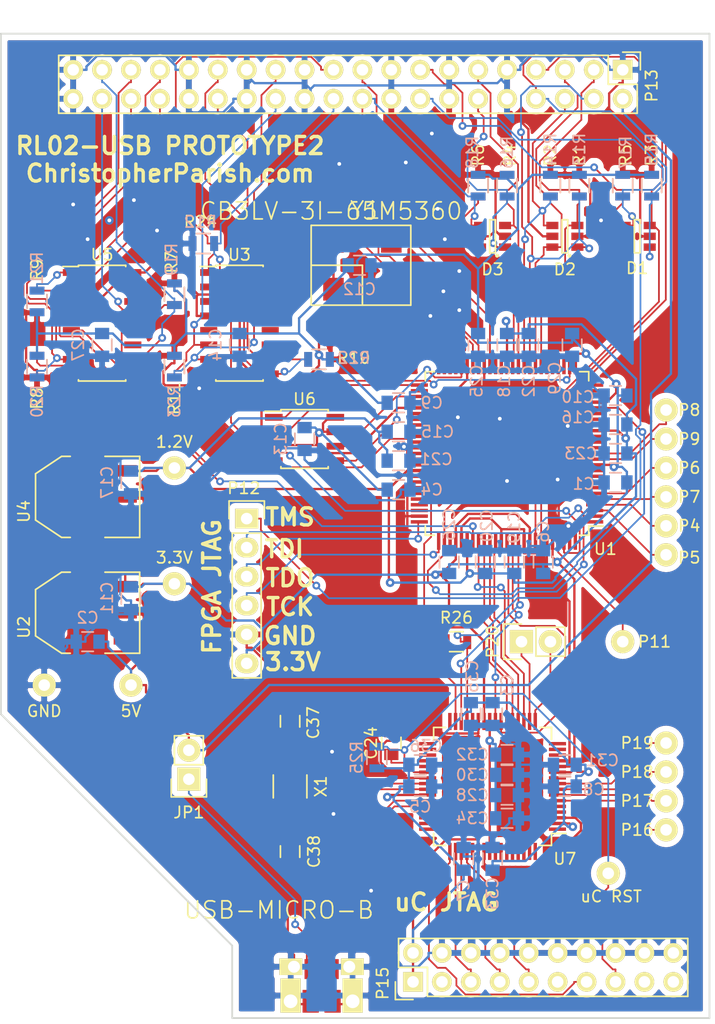
<source format=kicad_pcb>
(kicad_pcb (version 4) (host pcbnew "(2015-03-27 BZR 5543)-product")
  (layers (0 F.Cu signal) (31 B.Cu signal) (34 B.Paste user) (35 F.Paste user) (36 B.SilkS user) (37 F.SilkS user) (38 B.Mask user) (39 F.Mask user) (44 Edge.Cuts user))
  (net 0 "")
  (net 1 +3V3)
  (net 2 GND)
  (net 3 +5V)
  (net 4 +1V2)
  (net 5 rst_n)
  (net 6 VDDC)
  (net 7 "Net-(C37-Pad1)")
  (net 8 "Net-(C38-Pad1)")
  (net 9 "Net-(CON1-Pad1)")
  (net 10 USB_D-)
  (net 11 USB_D+)
  (net 12 writeData_n)
  (net 13 writeData_p)
  (net 14 writeGate_n)
  (net 15 writeGate_p)
  (net 16 drive_sel0_n)
  (net 17 drive_sel0_p)
  (net 18 drive_sel1_n)
  (net 19 drive_sel1_p)
  (net 20 drive_clock_n)
  (net 21 drive_clock_p)
  (net 22 drive_command_n)
  (net 23 drive_command_p)
  (net 24 "Net-(P4-Pad1)")
  (net 25 "Net-(P5-Pad1)")
  (net 26 "Net-(P6-Pad1)")
  (net 27 "Net-(P7-Pad1)")
  (net 28 "Net-(P8-Pad1)")
  (net 29 "Net-(P9-Pad1)")
  (net 30 "Net-(P11-Pad1)")
  (net 31 "Net-(P12-Pad1)")
  (net 32 "Net-(P12-Pad2)")
  (net 33 "Net-(P12-Pad3)")
  (net 34 "Net-(P12-Pad4)")
  (net 35 read_data_n)
  (net 36 read_data_p)
  (net 37 status_n)
  (net 38 status_p)
  (net 39 status_clock_n)
  (net 40 status_clock_p)
  (net 41 sector_pulse_n)
  (net 42 sector_pulse_p)
  (net 43 drive_ready_n)
  (net 44 drive_ready_p)
  (net 45 drive_error_n)
  (net 46 drive_error_p)
  (net 47 "Net-(P15-Pad3)")
  (net 48 ARM_TDI)
  (net 49 ARM_TMS)
  (net 50 ARM_TCK)
  (net 51 "Net-(P15-Pad11)")
  (net 52 ARM_TDO)
  (net 53 "Net-(P15-Pad17)")
  (net 54 "Net-(P15-Pad19)")
  (net 55 "Net-(P16-Pad1)")
  (net 56 "Net-(P17-Pad1)")
  (net 57 "Net-(P18-Pad1)")
  (net 58 "Net-(P19-Pad1)")
  (net 59 "Net-(P20-Pad1)")
  (net 60 "Net-(P20-Pad2)")
  (net 61 FPGA_rst)
  (net 62 "Net-(U1-Pad7)")
  (net 63 "Net-(U1-Pad9)")
  (net 64 "Net-(U1-Pad10)")
  (net 65 "Net-(U1-Pad15)")
  (net 66 "Net-(U1-Pad16)")
  (net 67 "Net-(U1-Pad19)")
  (net 68 "Net-(U1-Pad20)")
  (net 69 "Net-(U1-Pad25)")
  (net 70 CSO_B->S_n)
  (net 71 "Net-(U1-Pad28)")
  (net 72 "Net-(U1-Pad29)")
  (net 73 "Net-(U1-Pad30)")
  (net 74 "Net-(U1-Pad31)")
  (net 75 "Net-(U1-Pad39)")
  (net 76 "Net-(U1-Pad40)")
  (net 77 FPGA_clk_in)
  (net 78 MOSI->D)
  (net 79 "Net-(U1-Pad48)")
  (net 80 "Net-(U1-Pad49)")
  (net 81 "Net-(U1-Pad50)")
  (net 82 MISO->Q)
  (net 83 "Net-(U1-Pad52)")
  (net 84 CCLK->C)
  (net 85 "Net-(U1-Pad54)")
  (net 86 "Net-(U1-Pad56)")
  (net 87 "Net-(U1-Pad57)")
  (net 88 "Net-(U1-Pad59)")
  (net 89 "Net-(U1-Pad60)")
  (net 90 drive_ready)
  (net 91 "Net-(U1-Pad62)")
  (net 92 "Net-(U1-Pad64)")
  (net 93 "Net-(U1-Pad65)")
  (net 94 "Net-(U1-Pad68)")
  (net 95 commandAndWriteFIFO_prog_full)
  (net 96 "Net-(U1-Pad71)")
  (net 97 "Net-(U1-Pad72)")
  (net 98 "Net-(U1-Pad73)")
  (net 99 drive_sector_in)
  (net 100 SPI_Clk)
  (net 101 SPI_MOSI)
  (net 102 SPI_MISO)
  (net 103 SPI_CS)
  (net 104 SPI_HEADER)
  (net 105 SPI_DataWAIT)
  (net 106 SPI_CommandAndWriteEmpty)
  (net 107 drive_mfm_in)
  (net 108 "Net-(U1-Pad100)")
  (net 109 "Net-(U3-Pad5)")
  (net 110 "Net-(U3-Pad11)")
  (net 111 "Net-(U3-Pad12)")
  (net 112 "Net-(U3-Pad13)")
  (net 113 "Net-(U3-Pad14)")
  (net 114 "Net-(U3-Pad15)")
  (net 115 "Net-(U5-Pad11)")
  (net 116 "Net-(U5-Pad12)")
  (net 117 "Net-(U5-Pad13)")
  (net 118 "Net-(U5-Pad14)")
  (net 119 "Net-(U5-Pad15)")
  (net 120 "Net-(U7-Pad1)")
  (net 121 "Net-(U7-Pad4)")
  (net 122 "Net-(U7-Pad5)")
  (net 123 "Net-(U7-Pad10)")
  (net 124 "Net-(U7-Pad13)")
  (net 125 "Net-(U7-Pad14)")
  (net 126 "Net-(U7-Pad15)")
  (net 127 "Net-(U7-Pad16)")
  (net 128 "Net-(U7-Pad28)")
  (net 129 "Net-(U7-Pad32)")
  (net 130 "Net-(U7-Pad33)")
  (net 131 "Net-(U7-Pad34)")
  (net 132 "Net-(U7-Pad35)")
  (net 133 "Net-(U7-Pad36)")
  (net 134 "Net-(U7-Pad37)")
  (net 135 "Net-(U7-Pad45)")
  (net 136 "Net-(U7-Pad46)")
  (net 137 "Net-(U7-Pad47)")
  (net 138 "Net-(U7-Pad48)")
  (net 139 "Net-(U7-Pad53)")
  (net 140 "Net-(U7-Pad57)")
  (net 141 "Net-(U7-Pad58)")
  (net 142 "Net-(U7-Pad59)")
  (net 143 "Net-(U7-Pad60)")
  (net 144 "Net-(U7-Pad61)")
  (net 145 "Net-(U7-Pad62)")
  (net 146 "Net-(U7-Pad63)")
  (net 147 "Net-(U7-Pad64)")
  (net 148 "Net-(CON1-Pad4)")
  (module Capacitors_SMD:C_0805 (layer B.Cu) (at 84.455 60.96 180)
    (fp_text reference C1 (at 2.794 -0.127 180) (layer B.SilkS) (effects (justify mirror)))
    (fp_text value 1uF)
    (pad 1 smd rect (at -1 0 180) (size 1 1.25) (layers B.Cu B.Paste B.Mask) (net 1 +3V3))
    (pad 2 smd rect (at 1 0 180) (size 1 1.25) (layers B.Cu B.Paste B.Mask) (net 2 GND))
  )
  (module Capacitors_SMD:C_0805 (layer B.Cu) (at 38.1 74.93 180)
    (fp_text reference C2 (at 0 2.1 180) (layer B.SilkS) (effects (justify mirror)))
    (fp_text value 10uF)
    (pad 1 smd rect (at -1 0 180) (size 1 1.25) (layers B.Cu B.Paste B.Mask) (net 3 +5V))
    (pad 2 smd rect (at 1 0 180) (size 1 1.25) (layers B.Cu B.Paste B.Mask) (net 2 GND))
  )
  (module Capacitors_SMD:C_0805 (layer B.Cu) (at 73.66 81.28 270)
    (fp_text reference C3 (at -2.54 -1.27 270) (layer B.SilkS) (effects (justify mirror)))
    (fp_text value 1uF)
    (pad 1 smd rect (at -1 0 270) (size 1 1.25) (layers B.Cu B.Paste B.Mask) (net 1 +3V3))
    (pad 2 smd rect (at 1 0 270) (size 1 1.25) (layers B.Cu B.Paste B.Mask) (net 2 GND))
  )
  (module Capacitors_SMD:C_0805 (layer B.Cu) (at 65.405 61.595)
    (fp_text reference C4 (at 2.921 0) (layer B.SilkS) (effects (justify mirror)))
    (fp_text value 1uF)
    (pad 1 smd rect (at -1 0) (size 1 1.25) (layers B.Cu B.Paste B.Mask) (net 1 +3V3))
    (pad 2 smd rect (at 1 0) (size 1 1.25) (layers B.Cu B.Paste B.Mask) (net 2 GND))
  )
  (module Capacitors_SMD:C_0805 (layer B.Cu) (at 67.31 87.63)
    (fp_text reference C5 (at 0 1.778) (layer B.SilkS) (effects (justify mirror)))
    (fp_text value 1uF)
    (pad 1 smd rect (at -1 0) (size 1 1.25) (layers B.Cu B.Paste B.Mask) (net 1 +3V3))
    (pad 2 smd rect (at 1 0) (size 1 1.25) (layers B.Cu B.Paste B.Mask) (net 2 GND))
  )
  (module Capacitors_SMD:C_0805 (layer B.Cu) (at 78.105 67.945 90)
    (fp_text reference C6 (at 2.667 0 90) (layer B.SilkS) (effects (justify mirror)))
    (fp_text value 1uF)
    (pad 1 smd rect (at -1 0 90) (size 1 1.25) (layers B.Cu B.Paste B.Mask) (net 1 +3V3))
    (pad 2 smd rect (at 1 0 90) (size 1 1.25) (layers B.Cu B.Paste B.Mask) (net 2 GND))
  )
  (module Capacitors_SMD:C_0805 (layer B.Cu) (at 71.12 93.98 90)
    (fp_text reference C7 (at -2.794 0 90) (layer B.SilkS) (effects (justify mirror)))
    (fp_text value 1uF)
    (pad 1 smd rect (at -1 0 90) (size 1 1.25) (layers B.Cu B.Paste B.Mask) (net 1 +3V3))
    (pad 2 smd rect (at 1 0 90) (size 1 1.25) (layers B.Cu B.Paste B.Mask) (net 2 GND))
  )
  (module Capacitors_SMD:C_0805 (layer B.Cu) (at 80.01 87.63 180)
    (fp_text reference C8 (at -2.54 -0.254 180) (layer B.SilkS) (effects (justify mirror)))
    (fp_text value 1uF)
    (pad 1 smd rect (at -1 0 180) (size 1 1.25) (layers B.Cu B.Paste B.Mask) (net 1 +3V3))
    (pad 2 smd rect (at 1 0 180) (size 1 1.25) (layers B.Cu B.Paste B.Mask) (net 2 GND))
  )
  (module Capacitors_SMD:C_0805 (layer B.Cu) (at 65.405 53.975)
    (fp_text reference C9 (at 2.921 0) (layer B.SilkS) (effects (justify mirror)))
    (fp_text value 1uF)
    (pad 1 smd rect (at -1 0) (size 1 1.25) (layers B.Cu B.Paste B.Mask) (net 1 +3V3))
    (pad 2 smd rect (at 1 0) (size 1 1.25) (layers B.Cu B.Paste B.Mask) (net 2 GND))
  )
  (module Capacitors_SMD:C_0805 (layer B.Cu) (at 84.455 53.34 180)
    (fp_text reference C10 (at 3.302 -0.127 180) (layer B.SilkS) (effects (justify mirror)))
    (fp_text value 1uF)
    (pad 1 smd rect (at -1 0 180) (size 1 1.25) (layers B.Cu B.Paste B.Mask) (net 1 +3V3))
    (pad 2 smd rect (at 1 0 180) (size 1 1.25) (layers B.Cu B.Paste B.Mask) (net 2 GND))
  )
  (module Capacitors_SMD:C_0805 (layer B.Cu) (at 41.91 71.12 270)
    (fp_text reference C11 (at 0 2.1 270) (layer B.SilkS) (effects (justify mirror)))
    (fp_text value 10uF)
    (pad 1 smd rect (at -1 0 270) (size 1 1.25) (layers B.Cu B.Paste B.Mask) (net 1 +3V3))
    (pad 2 smd rect (at 1 0 270) (size 1 1.25) (layers B.Cu B.Paste B.Mask) (net 2 GND))
  )
  (module Capacitors_SMD:C_0805 (layer B.Cu) (at 61.976 41.91)
    (fp_text reference C12 (at 0 2.1) (layer B.SilkS) (effects (justify mirror)))
    (fp_text value 1uF)
    (pad 1 smd rect (at -1 0) (size 1 1.25) (layers B.Cu B.Paste B.Mask) (net 1 +3V3))
    (pad 2 smd rect (at 1 0) (size 1 1.25) (layers B.Cu B.Paste B.Mask) (net 2 GND))
  )
  (module Capacitors_SMD:C_0805 (layer B.Cu) (at 57.15 57.15 270)
    (fp_text reference C13 (at 0 2.1 270) (layer B.SilkS) (effects (justify mirror)))
    (fp_text value 1uF)
    (pad 1 smd rect (at -1 0 270) (size 1 1.25) (layers B.Cu B.Paste B.Mask) (net 1 +3V3))
    (pad 2 smd rect (at 1 0 270) (size 1 1.25) (layers B.Cu B.Paste B.Mask) (net 2 GND))
  )
  (module Capacitors_SMD:C_0805 (layer B.Cu) (at 51.435 48.895 270)
    (fp_text reference C14 (at 0 2.1 270) (layer B.SilkS) (effects (justify mirror)))
    (fp_text value 1uF)
    (pad 1 smd rect (at -1 0 270) (size 1 1.25) (layers B.Cu B.Paste B.Mask) (net 1 +3V3))
    (pad 2 smd rect (at 1 0 270) (size 1 1.25) (layers B.Cu B.Paste B.Mask) (net 2 GND))
  )
  (module Capacitors_SMD:C_0805 (layer B.Cu) (at 65.405 56.515)
    (fp_text reference C15 (at 3.429 0) (layer B.SilkS) (effects (justify mirror)))
    (fp_text value 1uF)
    (pad 1 smd rect (at -1 0) (size 1 1.25) (layers B.Cu B.Paste B.Mask) (net 4 +1V2))
    (pad 2 smd rect (at 1 0) (size 1 1.25) (layers B.Cu B.Paste B.Mask) (net 2 GND))
  )
  (module Capacitors_SMD:C_0805 (layer B.Cu) (at 84.455 55.88 180)
    (fp_text reference C16 (at 3.302 0.635 180) (layer B.SilkS) (effects (justify mirror)))
    (fp_text value 1uF)
    (pad 1 smd rect (at -1 0 180) (size 1 1.25) (layers B.Cu B.Paste B.Mask) (net 4 +1V2))
    (pad 2 smd rect (at 1 0 180) (size 1 1.25) (layers B.Cu B.Paste B.Mask) (net 2 GND))
  )
  (module Capacitors_SMD:C_0805 (layer B.Cu) (at 41.91 60.96 270)
    (fp_text reference C17 (at 0 2.1 270) (layer B.SilkS) (effects (justify mirror)))
    (fp_text value 10uF)
    (pad 1 smd rect (at -1 0 270) (size 1 1.25) (layers B.Cu B.Paste B.Mask) (net 4 +1V2))
    (pad 2 smd rect (at 1 0 270) (size 1 1.25) (layers B.Cu B.Paste B.Mask) (net 2 GND))
  )
  (module Capacitors_SMD:C_0805 (layer B.Cu) (at 74.93 48.895 270)
    (fp_text reference C18 (at 3.175 0.254 270) (layer B.SilkS) (effects (justify mirror)))
    (fp_text value 1uF)
    (pad 1 smd rect (at -1 0 270) (size 1 1.25) (layers B.Cu B.Paste B.Mask) (net 4 +1V2))
    (pad 2 smd rect (at 1 0 270) (size 1 1.25) (layers B.Cu B.Paste B.Mask) (net 2 GND))
  )
  (module Capacitors_SMD:C_0805 (layer B.Cu) (at 75.565 67.945 90)
    (fp_text reference C19 (at 3.048 0 90) (layer B.SilkS) (effects (justify mirror)))
    (fp_text value 1uF)
    (pad 1 smd rect (at -1 0 90) (size 1 1.25) (layers B.Cu B.Paste B.Mask) (net 4 +1V2))
    (pad 2 smd rect (at 1 0 90) (size 1 1.25) (layers B.Cu B.Paste B.Mask) (net 2 GND))
  )
  (module Capacitors_SMD:C_0805 (layer B.Cu) (at 73.025 67.945 90)
    (fp_text reference C20 (at 3.175 0.127 90) (layer B.SilkS) (effects (justify mirror)))
    (fp_text value 0.1uF)
    (pad 1 smd rect (at -1 0 90) (size 1 1.25) (layers B.Cu B.Paste B.Mask) (net 4 +1V2))
    (pad 2 smd rect (at 1 0 90) (size 1 1.25) (layers B.Cu B.Paste B.Mask) (net 2 GND))
  )
  (module Capacitors_SMD:C_0805 (layer B.Cu) (at 65.405 59.055)
    (fp_text reference C21 (at 3.302 -0.127) (layer B.SilkS) (effects (justify mirror)))
    (fp_text value 0.1uF)
    (pad 1 smd rect (at -1 0) (size 1 1.25) (layers B.Cu B.Paste B.Mask) (net 4 +1V2))
    (pad 2 smd rect (at 1 0) (size 1 1.25) (layers B.Cu B.Paste B.Mask) (net 2 GND))
  )
  (module Capacitors_SMD:C_0805 (layer B.Cu) (at 76.835 48.895 270)
    (fp_text reference C22 (at 3.175 0 270) (layer B.SilkS) (effects (justify mirror)))
    (fp_text value 0.1uF)
    (pad 1 smd rect (at -1 0 270) (size 1 1.25) (layers B.Cu B.Paste B.Mask) (net 4 +1V2))
    (pad 2 smd rect (at 1 0 270) (size 1 1.25) (layers B.Cu B.Paste B.Mask) (net 2 GND))
  )
  (module Capacitors_SMD:C_0805 (layer B.Cu) (at 84.455 58.42 180)
    (fp_text reference C23 (at 3.048 0 180) (layer B.SilkS) (effects (justify mirror)))
    (fp_text value 0.1uF)
    (pad 1 smd rect (at -1 0 180) (size 1 1.25) (layers B.Cu B.Paste B.Mask) (net 4 +1V2))
    (pad 2 smd rect (at 1 0 180) (size 1 1.25) (layers B.Cu B.Paste B.Mask) (net 2 GND))
  )
  (module Capacitors_SMD:C_0805 (layer F.Cu) (at 64.77 83.82 90)
    (fp_text reference C24 (at 0 -1.778 90) (layer F.SilkS))
    (fp_text value 0.1uF)
    (pad 1 smd rect (at -1 0 90) (size 1 1.25) (layers F.Cu F.Paste F.Mask) (net 5 rst_n))
    (pad 2 smd rect (at 1 0 90) (size 1 1.25) (layers F.Cu F.Paste F.Mask) (net 2 GND))
  )
  (module Capacitors_SMD:C_0805 (layer B.Cu) (at 72.39 48.895 270)
    (fp_text reference C25 (at 3.175 0.127 270) (layer B.SilkS) (effects (justify mirror)))
    (fp_text value 1uF)
    (pad 1 smd rect (at -1 0 270) (size 1 1.25) (layers B.Cu B.Paste B.Mask) (net 1 +3V3))
    (pad 2 smd rect (at 1 0 270) (size 1 1.25) (layers B.Cu B.Paste B.Mask) (net 2 GND))
  )
  (module Capacitors_SMD:C_0805 (layer B.Cu) (at 69.85 67.945 90)
    (fp_text reference C26 (at 3.302 0 90) (layer B.SilkS) (effects (justify mirror)))
    (fp_text value 1uF)
    (pad 1 smd rect (at -1 0 90) (size 1 1.25) (layers B.Cu B.Paste B.Mask) (net 1 +3V3))
    (pad 2 smd rect (at 1 0 90) (size 1 1.25) (layers B.Cu B.Paste B.Mask) (net 2 GND))
  )
  (module Capacitors_SMD:C_0805 (layer B.Cu) (at 39.37 48.895 270)
    (fp_text reference C27 (at 0 2.1 270) (layer B.SilkS) (effects (justify mirror)))
    (fp_text value 1uF)
    (pad 1 smd rect (at -1 0 270) (size 1 1.25) (layers B.Cu B.Paste B.Mask) (net 1 +3V3))
    (pad 2 smd rect (at 1 0 270) (size 1 1.25) (layers B.Cu B.Paste B.Mask) (net 2 GND))
  )
  (module Capacitors_SMD:C_0805 (layer B.Cu) (at 74.93 88.392)
    (fp_text reference C28 (at -3.048 0) (layer B.SilkS) (effects (justify mirror)))
    (fp_text value 2.2uF)
    (pad 1 smd rect (at -1 0) (size 1 1.25) (layers B.Cu B.Paste B.Mask) (net 6 VDDC))
    (pad 2 smd rect (at 1 0) (size 1 1.25) (layers B.Cu B.Paste B.Mask) (net 2 GND))
  )
  (module Capacitors_SMD:C_0805 (layer B.Cu) (at 80.645 48.895 270)
    (fp_text reference C29 (at 2.921 1.524 270) (layer B.SilkS) (effects (justify mirror)))
    (fp_text value 1uF)
    (pad 1 smd rect (at -1 0 270) (size 1 1.25) (layers B.Cu B.Paste B.Mask) (net 1 +3V3))
    (pad 2 smd rect (at 1 0 270) (size 1 1.25) (layers B.Cu B.Paste B.Mask) (net 2 GND))
  )
  (module Capacitors_SMD:C_0805 (layer B.Cu) (at 74.93 86.614)
    (fp_text reference C30 (at -3.048 0) (layer B.SilkS) (effects (justify mirror)))
    (fp_text value 1uF)
    (pad 1 smd rect (at -1 0) (size 1 1.25) (layers B.Cu B.Paste B.Mask) (net 6 VDDC))
    (pad 2 smd rect (at 1 0) (size 1 1.25) (layers B.Cu B.Paste B.Mask) (net 2 GND))
  )
  (module Capacitors_SMD:C_0805 (layer B.Cu) (at 80.01 85.725 180)
    (fp_text reference C31 (at -3.302 0.381 180) (layer B.SilkS) (effects (justify mirror)))
    (fp_text value 0.1uF)
    (pad 1 smd rect (at -1 0 180) (size 1 1.25) (layers B.Cu B.Paste B.Mask) (net 1 +3V3))
    (pad 2 smd rect (at 1 0 180) (size 1 1.25) (layers B.Cu B.Paste B.Mask) (net 2 GND))
  )
  (module Capacitors_SMD:C_0805 (layer B.Cu) (at 74.93 84.836)
    (fp_text reference C32 (at -3.048 0) (layer B.SilkS) (effects (justify mirror)))
    (fp_text value 0.1uF)
    (pad 1 smd rect (at -1 0) (size 1 1.25) (layers B.Cu B.Paste B.Mask) (net 6 VDDC))
    (pad 2 smd rect (at 1 0) (size 1 1.25) (layers B.Cu B.Paste B.Mask) (net 2 GND))
  )
  (module Capacitors_SMD:C_0805 (layer B.Cu) (at 73.66 93.98 90)
    (fp_text reference C33 (at -3.048 0 90) (layer B.SilkS) (effects (justify mirror)))
    (fp_text value 0.1uF)
    (pad 1 smd rect (at -1 0 90) (size 1 1.25) (layers B.Cu B.Paste B.Mask) (net 1 +3V3))
    (pad 2 smd rect (at 1 0 90) (size 1 1.25) (layers B.Cu B.Paste B.Mask) (net 2 GND))
  )
  (module Capacitors_SMD:C_0805 (layer B.Cu) (at 74.93 90.424)
    (fp_text reference C34 (at -3.048 0) (layer B.SilkS) (effects (justify mirror)))
    (fp_text value 0.1uF)
    (pad 1 smd rect (at -1 0) (size 1 1.25) (layers B.Cu B.Paste B.Mask) (net 6 VDDC))
    (pad 2 smd rect (at 1 0) (size 1 1.25) (layers B.Cu B.Paste B.Mask) (net 2 GND))
  )
  (module Capacitors_SMD:C_0805 (layer B.Cu) (at 71.755 81.28 270)
    (fp_text reference C35 (at -3.302 -0.127 270) (layer B.SilkS) (effects (justify mirror)))
    (fp_text value 0.1uF)
    (pad 1 smd rect (at -1 0 270) (size 1 1.25) (layers B.Cu B.Paste B.Mask) (net 1 +3V3))
    (pad 2 smd rect (at 1 0 270) (size 1 1.25) (layers B.Cu B.Paste B.Mask) (net 2 GND))
  )
  (module Capacitors_SMD:C_0805 (layer B.Cu) (at 67.31 85.725)
    (fp_text reference C36 (at 0.508 -1.651) (layer B.SilkS) (effects (justify mirror)))
    (fp_text value 0.1uF)
    (pad 1 smd rect (at -1 0) (size 1 1.25) (layers B.Cu B.Paste B.Mask) (net 1 +3V3))
    (pad 2 smd rect (at 1 0) (size 1 1.25) (layers B.Cu B.Paste B.Mask) (net 2 GND))
  )
  (module Capacitors_SMD:C_0805 (layer F.Cu) (at 55.88 81.915 90)
    (fp_text reference C37 (at -0.127 2.032 90) (layer F.SilkS))
    (fp_text value 10pF)
    (pad 1 smd rect (at -1 0 90) (size 1 1.25) (layers F.Cu F.Paste F.Mask) (net 7 "Net-(C37-Pad1)"))
    (pad 2 smd rect (at 1 0 90) (size 1 1.25) (layers F.Cu F.Paste F.Mask) (net 2 GND))
  )
  (module Capacitors_SMD:C_0805 (layer F.Cu) (at 55.88 93.345 270)
    (fp_text reference C38 (at 0 -2.1 270) (layer F.SilkS))
    (fp_text value 10pF)
    (pad 1 smd rect (at -1 0 270) (size 1 1.25) (layers F.Cu F.Paste F.Mask) (net 8 "Net-(C38-Pad1)"))
    (pad 2 smd rect (at 1 0 270) (size 1 1.25) (layers F.Cu F.Paste F.Mask) (net 2 GND))
  )
  (module RL02Controller:MicroUSB-B (layer F.Cu) (at 58.6486 106.477)
    (fp_text reference CON1 hide)
    (fp_text value USB-MICRO-B (at -3.75 -8) (layer F.SilkS) (effects (font (size 1.5 1.5))))
    (pad 1 smd rect (at -1.3 -2.825) (size 0.4 1.75) (layers F.Cu F.Paste F.Mask) (net 9 "Net-(CON1-Pad1)"))
    (pad 2 smd rect (at -0.65 -2.825) (size 0.4 1.75) (layers F.Cu F.Paste F.Mask) (net 10 USB_D-))
    (pad 3 smd rect (at 0 -2.825) (size 0.4 1.75) (layers F.Cu F.Paste F.Mask) (net 11 USB_D+))
    (pad 4 smd rect (at 0.65 -2.825) (size 0.4 1.75) (layers F.Cu F.Paste F.Mask) (net 148 "Net-(CON1-Pad4)"))
    (pad 5 smd rect (at 1.3 -2.825) (size 0.4 1.75) (layers F.Cu F.Paste F.Mask) (net 2 GND))
    (pad PAD thru_hole rect (at -2.425 -3.03) (size 2 1.46) (drill 1.05 (offset -0.2794 0)) (layers *.Cu *.Mask F.SilkS) (net 2 GND))
    (pad PAD thru_hole rect (at 2.425 -3.03) (size 2 1.46) (drill 1.05 (offset 0.2794 0)) (layers *.Cu *.Mask F.SilkS) (net 2 GND))
    (pad PAD thru_hole rect (at -2.725 0) (size 1.778 3) (drill 1.2 (offset 0 -0.5)) (layers *.Cu *.Mask F.SilkS) (net 2 GND))
    (pad PAD thru_hole rect (at 2.725 0) (size 1.778 3) (drill 1.2 (offset 0 -0.5)) (layers *.Cu *.Mask F.SilkS) (net 2 GND))
    (pad PAD smd rect (at -0.9625 0.25) (size 1.425 2) (drill (offset 0 -0.25)) (layers F.Cu F.Paste F.Mask) (net 2 GND))
    (pad PAD smd rect (at 0.9625 0.25) (size 1.425 2) (drill (offset 0 -0.25)) (layers F.Cu F.Paste F.Mask) (net 2 GND))
  )
  (module Housings_SOT-23_SOT-143_TSOT-6:SOT-23-6 (layer F.Cu) (at 86.36 39.37)
    (fp_text reference D1 (at 0 2.794) (layer F.SilkS))
    (fp_text value MMQA6V2T1GOSCT)
    (pad 1 smd rect (at -1.1 -0.95) (size 1.06 0.65) (layers F.Cu F.Paste F.Mask) (net 12 writeData_n))
    (pad 2 smd rect (at -1.1 0) (size 1.06 0.65) (layers F.Cu F.Paste F.Mask) (net 2 GND))
    (pad 3 smd rect (at -1.1 0.95) (size 1.06 0.65) (layers F.Cu F.Paste F.Mask) (net 13 writeData_p))
    (pad 4 smd rect (at 1.1 0.95) (size 1.06 0.65) (layers F.Cu F.Paste F.Mask) (net 14 writeGate_n))
    (pad 6 smd rect (at 1.1 -0.95) (size 1.06 0.65) (layers F.Cu F.Paste F.Mask) (net 15 writeGate_p))
    (pad 5 smd rect (at 1.1 0) (size 1.06 0.65) (layers F.Cu F.Paste F.Mask) (net 2 GND))
  )
  (module Housings_SOT-23_SOT-143_TSOT-6:SOT-23-6 (layer F.Cu) (at 80.01 39.37 180)
    (fp_text reference D2 (at 0 -2.9 180) (layer F.SilkS))
    (fp_text value MMQA6V2T1GOSCT)
    (pad 1 smd rect (at -1.1 -0.95 180) (size 1.06 0.65) (layers F.Cu F.Paste F.Mask) (net 16 drive_sel0_n))
    (pad 2 smd rect (at -1.1 0 180) (size 1.06 0.65) (layers F.Cu F.Paste F.Mask) (net 2 GND))
    (pad 3 smd rect (at -1.1 0.95 180) (size 1.06 0.65) (layers F.Cu F.Paste F.Mask) (net 17 drive_sel0_p))
    (pad 4 smd rect (at 1.1 0.95 180) (size 1.06 0.65) (layers F.Cu F.Paste F.Mask) (net 18 drive_sel1_n))
    (pad 6 smd rect (at 1.1 -0.95 180) (size 1.06 0.65) (layers F.Cu F.Paste F.Mask) (net 19 drive_sel1_p))
    (pad 5 smd rect (at 1.1 0 180) (size 1.06 0.65) (layers F.Cu F.Paste F.Mask) (net 2 GND))
  )
  (module Housings_SOT-23_SOT-143_TSOT-6:SOT-23-6 (layer F.Cu) (at 73.66 39.37 180)
    (fp_text reference D3 (at 0 -2.9 180) (layer F.SilkS))
    (fp_text value MMQA6V2T1GOSCT)
    (pad 1 smd rect (at -1.1 -0.95 180) (size 1.06 0.65) (layers F.Cu F.Paste F.Mask) (net 20 drive_clock_n))
    (pad 2 smd rect (at -1.1 0 180) (size 1.06 0.65) (layers F.Cu F.Paste F.Mask) (net 2 GND))
    (pad 3 smd rect (at -1.1 0.95 180) (size 1.06 0.65) (layers F.Cu F.Paste F.Mask) (net 21 drive_clock_p))
    (pad 4 smd rect (at 1.1 0.95 180) (size 1.06 0.65) (layers F.Cu F.Paste F.Mask) (net 22 drive_command_n))
    (pad 6 smd rect (at 1.1 -0.95 180) (size 1.06 0.65) (layers F.Cu F.Paste F.Mask) (net 23 drive_command_p))
    (pad 5 smd rect (at 1.1 0 180) (size 1.06 0.65) (layers F.Cu F.Paste F.Mask) (net 2 GND))
  )
  (module Pin_Headers:Pin_Header_Straight_1x02 (layer F.Cu) (at 46.99 86.995 180)
    (fp_text reference JP1 (at 0 -2.921 180) (layer F.SilkS))
    (fp_text value Jumper_NC_Small)
    (pad 1 thru_hole rect (at 0 0 180) (size 2.032 2.032) (drill 1.016) (layers *.Cu *.Mask F.SilkS) (net 9 "Net-(CON1-Pad1)"))
    (pad 2 thru_hole oval (at 0 2.54 180) (size 2.032 2.032) (drill 1.016) (layers *.Cu *.Mask F.SilkS) (net 3 +5V))
  )
  (module RL02Controller:TP (layer F.Cu) (at 41.91 78.74)
    (fp_text reference 5V (at 0 2.286) (layer F.SilkS))
    (fp_text value TP hide)
    (pad 1 thru_hole oval (at 0 0) (size 2.032 2.032) (drill 1.016) (layers *.Cu *.Mask F.SilkS) (net 3 +5V))
  )
  (module RL02Controller:TP (layer F.Cu) (at 45.72 69.85)
    (fp_text reference 3.3V (at 0 -2.286) (layer F.SilkS))
    (fp_text value TP hide)
    (pad 1 thru_hole oval (at 0 0) (size 2.032 2.032) (drill 1.016) (layers *.Cu *.Mask F.SilkS) (net 1 +3V3))
  )
  (module RL02Controller:TP (layer F.Cu) (at 34.29 78.74)
    (fp_text reference GND (at 0 2.286) (layer F.SilkS))
    (fp_text value TP hide)
    (pad 1 thru_hole oval (at 0 0) (size 2.032 2.032) (drill 1.016) (layers *.Cu *.Mask F.SilkS) (net 2 GND))
  )
  (module RL02Controller:TP (layer F.Cu) (at 88.9 64.77)
    (fp_text reference P4 (at 2.032 0) (layer F.SilkS))
    (fp_text value TP hide)
    (pad 1 thru_hole oval (at 0 0) (size 2.032 2.032) (drill 1.016) (layers *.Cu *.Mask F.SilkS) (net 24 "Net-(P4-Pad1)"))
  )
  (module RL02Controller:TP (layer F.Cu) (at 88.9 67.31)
    (fp_text reference P5 (at 2.032 0.254) (layer F.SilkS))
    (fp_text value TP hide)
    (pad 1 thru_hole oval (at 0 0) (size 2.032 2.032) (drill 1.016) (layers *.Cu *.Mask F.SilkS) (net 25 "Net-(P5-Pad1)"))
  )
  (module RL02Controller:TP (layer F.Cu) (at 88.9 59.69)
    (fp_text reference P6 (at 2.032 0) (layer F.SilkS))
    (fp_text value TP hide)
    (pad 1 thru_hole oval (at 0 0) (size 2.032 2.032) (drill 1.016) (layers *.Cu *.Mask F.SilkS) (net 26 "Net-(P6-Pad1)"))
  )
  (module RL02Controller:TP (layer F.Cu) (at 88.9 62.23)
    (fp_text reference P7 (at 2.032 0) (layer F.SilkS))
    (fp_text value TP hide)
    (pad 1 thru_hole oval (at 0 0) (size 2.032 2.032) (drill 1.016) (layers *.Cu *.Mask F.SilkS) (net 27 "Net-(P7-Pad1)"))
  )
  (module RL02Controller:TP (layer F.Cu) (at 88.9 54.61)
    (fp_text reference P8 (at 2.032 0) (layer F.SilkS))
    (fp_text value TP hide)
    (pad 1 thru_hole oval (at 0 0) (size 2.032 2.032) (drill 1.016) (layers *.Cu *.Mask F.SilkS) (net 28 "Net-(P8-Pad1)"))
  )
  (module RL02Controller:TP (layer F.Cu) (at 88.9 57.15)
    (fp_text reference P9 (at 2.032 0) (layer F.SilkS))
    (fp_text value TP hide)
    (pad 1 thru_hole oval (at 0 0) (size 2.032 2.032) (drill 1.016) (layers *.Cu *.Mask F.SilkS) (net 29 "Net-(P9-Pad1)"))
  )
  (module RL02Controller:TP (layer F.Cu) (at 45.72 59.69)
    (fp_text reference 1.2V (at 0 -2.286) (layer F.SilkS))
    (fp_text value TP hide)
    (pad 1 thru_hole oval (at 0 0) (size 2.032 2.032) (drill 1.016) (layers *.Cu *.Mask F.SilkS) (net 4 +1V2))
  )
  (module RL02Controller:TP (layer F.Cu) (at 85.09 74.93)
    (fp_text reference P11 (at 2.794 0) (layer F.SilkS))
    (fp_text value TP hide)
    (pad 1 thru_hole oval (at 0 0) (size 2.032 2.032) (drill 1.016) (layers *.Cu *.Mask F.SilkS) (net 30 "Net-(P11-Pad1)"))
  )
  (module Pin_Headers:Pin_Header_Straight_1x06 (layer F.Cu) (at 52.07 64.135)
    (fp_text reference P12 (at -0.254 -2.667 180) (layer F.SilkS))
    (fp_text value CONN_01X06)
    (pad 1 thru_hole rect (at 0 0) (size 2.032 1.7272) (drill 1.016) (layers *.Cu *.Mask F.SilkS) (net 31 "Net-(P12-Pad1)"))
    (pad 2 thru_hole oval (at 0 2.54) (size 2.032 1.7272) (drill 1.016) (layers *.Cu *.Mask F.SilkS) (net 32 "Net-(P12-Pad2)"))
    (pad 3 thru_hole oval (at 0 5.08) (size 2.032 1.7272) (drill 1.016) (layers *.Cu *.Mask F.SilkS) (net 33 "Net-(P12-Pad3)"))
    (pad 4 thru_hole oval (at 0 7.62) (size 2.032 1.7272) (drill 1.016) (layers *.Cu *.Mask F.SilkS) (net 34 "Net-(P12-Pad4)"))
    (pad 5 thru_hole oval (at 0 10.16) (size 2.032 1.7272) (drill 1.016) (layers *.Cu *.Mask F.SilkS) (net 2 GND))
    (pad 6 thru_hole oval (at 0 12.7) (size 2.032 1.7272) (drill 1.016) (layers *.Cu *.Mask F.SilkS) (net 1 +3V3))
  )
  (module Pin_Headers:Pin_Header_Straight_2x20 (layer F.Cu) (at 85.09 24.765 270)
    (fp_text reference P13 (at 1.397 -2.54 270) (layer F.SilkS))
    (fp_text value "Drive Connector")
    (pad 1 thru_hole rect (at 0 0 270) (size 1.7272 1.7272) (drill 1.016) (layers *.Cu *.Mask F.SilkS) (net 2 GND))
    (pad 2 thru_hole oval (at 2.54 0 270) (size 1.7272 1.7272) (drill 1.016) (layers *.Cu *.Mask F.SilkS) (net 3 +5V))
    (pad 3 thru_hole oval (at 0 2.54 270) (size 1.7272 1.7272) (drill 1.016) (layers *.Cu *.Mask F.SilkS) (net 17 drive_sel0_p))
    (pad 4 thru_hole oval (at 2.54 2.54 270) (size 1.7272 1.7272) (drill 1.016) (layers *.Cu *.Mask F.SilkS) (net 16 drive_sel0_n))
    (pad 5 thru_hole oval (at 0 5.08 270) (size 1.7272 1.7272) (drill 1.016) (layers *.Cu *.Mask F.SilkS) (net 19 drive_sel1_p))
    (pad 6 thru_hole oval (at 2.54 5.08 270) (size 1.7272 1.7272) (drill 1.016) (layers *.Cu *.Mask F.SilkS) (net 18 drive_sel1_n))
    (pad 7 thru_hole oval (at 0 7.62 270) (size 1.7272 1.7272) (drill 1.016) (layers *.Cu *.Mask F.SilkS) (net 15 writeGate_p))
    (pad 8 thru_hole oval (at 2.54 7.62 270) (size 1.7272 1.7272) (drill 1.016) (layers *.Cu *.Mask F.SilkS) (net 14 writeGate_n))
    (pad 9 thru_hole oval (at 0 10.16 270) (size 1.7272 1.7272) (drill 1.016) (layers *.Cu *.Mask F.SilkS) (net 2 GND))
    (pad 10 thru_hole oval (at 2.54 10.16 270) (size 1.7272 1.7272) (drill 1.016) (layers *.Cu *.Mask F.SilkS) (net 2 GND))
    (pad 11 thru_hole oval (at 0 12.7 270) (size 1.7272 1.7272) (drill 1.016) (layers *.Cu *.Mask F.SilkS) (net 21 drive_clock_p))
    (pad 12 thru_hole oval (at 2.54 12.7 270) (size 1.7272 1.7272) (drill 1.016) (layers *.Cu *.Mask F.SilkS) (net 20 drive_clock_n))
    (pad 13 thru_hole oval (at 0 15.24 270) (size 1.7272 1.7272) (drill 1.016) (layers *.Cu *.Mask F.SilkS) (net 2 GND))
    (pad 14 thru_hole oval (at 2.54 15.24 270) (size 1.7272 1.7272) (drill 1.016) (layers *.Cu *.Mask F.SilkS) (net 2 GND))
    (pad 15 thru_hole oval (at 0 17.78 270) (size 1.7272 1.7272) (drill 1.016) (layers *.Cu *.Mask F.SilkS) (net 13 writeData_p))
    (pad 16 thru_hole oval (at 2.54 17.78 270) (size 1.7272 1.7272) (drill 1.016) (layers *.Cu *.Mask F.SilkS) (net 12 writeData_n))
    (pad 17 thru_hole oval (at 0 20.32 270) (size 1.7272 1.7272) (drill 1.016) (layers *.Cu *.Mask F.SilkS) (net 2 GND))
    (pad 18 thru_hole oval (at 2.54 20.32 270) (size 1.7272 1.7272) (drill 1.016) (layers *.Cu *.Mask F.SilkS) (net 2 GND))
    (pad 19 thru_hole oval (at 0 22.86 270) (size 1.7272 1.7272) (drill 1.016) (layers *.Cu *.Mask F.SilkS) (net 23 drive_command_p))
    (pad 20 thru_hole oval (at 2.54 22.86 270) (size 1.7272 1.7272) (drill 1.016) (layers *.Cu *.Mask F.SilkS) (net 22 drive_command_n))
    (pad 21 thru_hole oval (at 0 25.4 270) (size 1.7272 1.7272) (drill 1.016) (layers *.Cu *.Mask F.SilkS) (net 35 read_data_n))
    (pad 22 thru_hole oval (at 2.54 25.4 270) (size 1.7272 1.7272) (drill 1.016) (layers *.Cu *.Mask F.SilkS) (net 36 read_data_p))
    (pad 23 thru_hole oval (at 0 27.94 270) (size 1.7272 1.7272) (drill 1.016) (layers *.Cu *.Mask F.SilkS) (net 2 GND))
    (pad 24 thru_hole oval (at 2.54 27.94 270) (size 1.7272 1.7272) (drill 1.016) (layers *.Cu *.Mask F.SilkS) (net 2 GND))
    (pad 25 thru_hole oval (at 0 30.48 270) (size 1.7272 1.7272) (drill 1.016) (layers *.Cu *.Mask F.SilkS) (net 37 status_n))
    (pad 26 thru_hole oval (at 2.54 30.48 270) (size 1.7272 1.7272) (drill 1.016) (layers *.Cu *.Mask F.SilkS) (net 38 status_p))
    (pad 27 thru_hole oval (at 0 33.02 270) (size 1.7272 1.7272) (drill 1.016) (layers *.Cu *.Mask F.SilkS) (net 2 GND))
    (pad 28 thru_hole oval (at 2.54 33.02 270) (size 1.7272 1.7272) (drill 1.016) (layers *.Cu *.Mask F.SilkS) (net 2 GND))
    (pad 29 thru_hole oval (at 0 35.56 270) (size 1.7272 1.7272) (drill 1.016) (layers *.Cu *.Mask F.SilkS) (net 39 status_clock_n))
    (pad 30 thru_hole oval (at 2.54 35.56 270) (size 1.7272 1.7272) (drill 1.016) (layers *.Cu *.Mask F.SilkS) (net 40 status_clock_p))
    (pad 31 thru_hole oval (at 0 38.1 270) (size 1.7272 1.7272) (drill 1.016) (layers *.Cu *.Mask F.SilkS) (net 2 GND))
    (pad 32 thru_hole oval (at 2.54 38.1 270) (size 1.7272 1.7272) (drill 1.016) (layers *.Cu *.Mask F.SilkS) (net 2 GND))
    (pad 33 thru_hole oval (at 0 40.64 270) (size 1.7272 1.7272) (drill 1.016) (layers *.Cu *.Mask F.SilkS) (net 41 sector_pulse_n))
    (pad 34 thru_hole oval (at 2.54 40.64 270) (size 1.7272 1.7272) (drill 1.016) (layers *.Cu *.Mask F.SilkS) (net 42 sector_pulse_p))
    (pad 35 thru_hole oval (at 0 43.18 270) (size 1.7272 1.7272) (drill 1.016) (layers *.Cu *.Mask F.SilkS) (net 43 drive_ready_n))
    (pad 36 thru_hole oval (at 2.54 43.18 270) (size 1.7272 1.7272) (drill 1.016) (layers *.Cu *.Mask F.SilkS) (net 44 drive_ready_p))
    (pad 37 thru_hole oval (at 0 45.72 270) (size 1.7272 1.7272) (drill 1.016) (layers *.Cu *.Mask F.SilkS) (net 45 drive_error_n))
    (pad 38 thru_hole oval (at 2.54 45.72 270) (size 1.7272 1.7272) (drill 1.016) (layers *.Cu *.Mask F.SilkS) (net 46 drive_error_p))
    (pad 39 thru_hole oval (at 0 48.26 270) (size 1.7272 1.7272) (drill 1.016) (layers *.Cu *.Mask F.SilkS) (net 2 GND))
    (pad 40 thru_hole oval (at 2.54 48.26 270) (size 1.7272 1.7272) (drill 1.016) (layers *.Cu *.Mask F.SilkS) (net 2 GND))
  )
  (module RL02Controller:TP (layer F.Cu) (at 83.82 95.25)
    (fp_text reference "uC RST" (at 0.254 2.032) (layer F.SilkS))
    (fp_text value TP hide)
    (pad 1 thru_hole oval (at 0 0) (size 2.032 2.032) (drill 1.016) (layers *.Cu *.Mask F.SilkS) (net 5 rst_n))
  )
  (module Pin_Headers:Pin_Header_Straight_2x10 (layer F.Cu) (at 66.675 104.775 90)
    (fp_text reference P15 (at -0.127 -2.667 270) (layer F.SilkS))
    (fp_text value "ARM JTAG")
    (pad 1 thru_hole rect (at 0 0 90) (size 1.7272 1.7272) (drill 1.016) (layers *.Cu *.Mask F.SilkS) (net 1 +3V3))
    (pad 2 thru_hole oval (at 2.54 0 90) (size 1.7272 1.7272) (drill 1.016) (layers *.Cu *.Mask F.SilkS) (net 1 +3V3))
    (pad 3 thru_hole oval (at 0 2.54 90) (size 1.7272 1.7272) (drill 1.016) (layers *.Cu *.Mask F.SilkS) (net 47 "Net-(P15-Pad3)"))
    (pad 4 thru_hole oval (at 2.54 2.54 90) (size 1.7272 1.7272) (drill 1.016) (layers *.Cu *.Mask F.SilkS) (net 2 GND))
    (pad 5 thru_hole oval (at 0 5.08 90) (size 1.7272 1.7272) (drill 1.016) (layers *.Cu *.Mask F.SilkS) (net 48 ARM_TDI))
    (pad 6 thru_hole oval (at 2.54 5.08 90) (size 1.7272 1.7272) (drill 1.016) (layers *.Cu *.Mask F.SilkS) (net 2 GND))
    (pad 7 thru_hole oval (at 0 7.62 90) (size 1.7272 1.7272) (drill 1.016) (layers *.Cu *.Mask F.SilkS) (net 49 ARM_TMS))
    (pad 8 thru_hole oval (at 2.54 7.62 90) (size 1.7272 1.7272) (drill 1.016) (layers *.Cu *.Mask F.SilkS) (net 2 GND))
    (pad 9 thru_hole oval (at 0 10.16 90) (size 1.7272 1.7272) (drill 1.016) (layers *.Cu *.Mask F.SilkS) (net 50 ARM_TCK))
    (pad 10 thru_hole oval (at 2.54 10.16 90) (size 1.7272 1.7272) (drill 1.016) (layers *.Cu *.Mask F.SilkS) (net 2 GND))
    (pad 11 thru_hole oval (at 0 12.7 90) (size 1.7272 1.7272) (drill 1.016) (layers *.Cu *.Mask F.SilkS) (net 51 "Net-(P15-Pad11)"))
    (pad 12 thru_hole oval (at 2.54 12.7 90) (size 1.7272 1.7272) (drill 1.016) (layers *.Cu *.Mask F.SilkS) (net 2 GND))
    (pad 13 thru_hole oval (at 0 15.24 90) (size 1.7272 1.7272) (drill 1.016) (layers *.Cu *.Mask F.SilkS) (net 52 ARM_TDO))
    (pad 14 thru_hole oval (at 2.54 15.24 90) (size 1.7272 1.7272) (drill 1.016) (layers *.Cu *.Mask F.SilkS) (net 2 GND))
    (pad 15 thru_hole oval (at 0 17.78 90) (size 1.7272 1.7272) (drill 1.016) (layers *.Cu *.Mask F.SilkS) (net 5 rst_n))
    (pad 16 thru_hole oval (at 2.54 17.78 90) (size 1.7272 1.7272) (drill 1.016) (layers *.Cu *.Mask F.SilkS) (net 2 GND))
    (pad 17 thru_hole oval (at 0 20.32 90) (size 1.7272 1.7272) (drill 1.016) (layers *.Cu *.Mask F.SilkS) (net 53 "Net-(P15-Pad17)"))
    (pad 18 thru_hole oval (at 2.54 20.32 90) (size 1.7272 1.7272) (drill 1.016) (layers *.Cu *.Mask F.SilkS) (net 2 GND))
    (pad 19 thru_hole oval (at 0 22.86 90) (size 1.7272 1.7272) (drill 1.016) (layers *.Cu *.Mask F.SilkS) (net 54 "Net-(P15-Pad19)"))
    (pad 20 thru_hole oval (at 2.54 22.86 90) (size 1.7272 1.7272) (drill 1.016) (layers *.Cu *.Mask F.SilkS) (net 2 GND))
  )
  (module RL02Controller:TP (layer F.Cu) (at 88.9 91.44)
    (fp_text reference P16 (at -2.54 0) (layer F.SilkS))
    (fp_text value TP hide)
    (pad 1 thru_hole oval (at 0 0) (size 2.032 2.032) (drill 1.016) (layers *.Cu *.Mask F.SilkS) (net 55 "Net-(P16-Pad1)"))
  )
  (module RL02Controller:TP (layer F.Cu) (at 88.9 88.9)
    (fp_text reference P17 (at -2.54 0) (layer F.SilkS))
    (fp_text value TP hide)
    (pad 1 thru_hole oval (at 0 0) (size 2.032 2.032) (drill 1.016) (layers *.Cu *.Mask F.SilkS) (net 56 "Net-(P17-Pad1)"))
  )
  (module RL02Controller:TP (layer F.Cu) (at 88.9 86.36)
    (fp_text reference P18 (at -2.54 0) (layer F.SilkS))
    (fp_text value TP hide)
    (pad 1 thru_hole oval (at 0 0) (size 2.032 2.032) (drill 1.016) (layers *.Cu *.Mask F.SilkS) (net 57 "Net-(P18-Pad1)"))
  )
  (module RL02Controller:TP (layer F.Cu) (at 88.9 83.82)
    (fp_text reference P19 (at -2.54 0) (layer F.SilkS))
    (fp_text value TP hide)
    (pad 1 thru_hole oval (at 0 0) (size 2.032 2.032) (drill 1.016) (layers *.Cu *.Mask F.SilkS) (net 58 "Net-(P19-Pad1)"))
  )
  (module Pin_Headers:Pin_Header_Straight_1x02 (layer F.Cu) (at 76.2 74.93 90)
    (fp_text reference P20 (at 0 -2.54 90) (layer F.SilkS))
    (fp_text value CONN_01X02)
    (pad 1 thru_hole rect (at 0 0 90) (size 2.032 2.032) (drill 1.016) (layers *.Cu *.Mask F.SilkS) (net 59 "Net-(P20-Pad1)"))
    (pad 2 thru_hole oval (at 0 2.54 90) (size 2.032 2.032) (drill 1.016) (layers *.Cu *.Mask F.SilkS) (net 60 "Net-(P20-Pad2)"))
  )
  (module Resistors_SMD:R_0805 (layer F.Cu) (at 81.28 34.925 270)
    (fp_text reference R1 (at -2.667 0 270) (layer F.SilkS))
    (fp_text value 82Ohm)
    (pad 1 smd rect (at -0.95 0 270) (size 0.7 1.3) (layers F.Cu F.Paste F.Mask) (net 2 GND))
    (pad 2 smd rect (at 0.95 0 270) (size 0.7 1.3) (layers F.Cu F.Paste F.Mask) (net 17 drive_sel0_p))
  )
  (module Resistors_SMD:R_0805 (layer F.Cu) (at 78.74 34.925 270)
    (fp_text reference R2 (at -2.667 0 270) (layer F.SilkS))
    (fp_text value 82Ohm)
    (pad 1 smd rect (at -0.95 0 270) (size 0.7 1.3) (layers F.Cu F.Paste F.Mask) (net 2 GND))
    (pad 2 smd rect (at 0.95 0 270) (size 0.7 1.3) (layers F.Cu F.Paste F.Mask) (net 19 drive_sel1_p))
  )
  (module Resistors_SMD:R_0805 (layer F.Cu) (at 87.63 34.925 270)
    (fp_text reference R3 (at -2.667 0 270) (layer F.SilkS))
    (fp_text value 82Ohm)
    (pad 1 smd rect (at -0.95 0 270) (size 0.7 1.3) (layers F.Cu F.Paste F.Mask) (net 2 GND))
    (pad 2 smd rect (at 0.95 0 270) (size 0.7 1.3) (layers F.Cu F.Paste F.Mask) (net 15 writeGate_p))
  )
  (module Resistors_SMD:R_0805 (layer F.Cu) (at 74.93 34.925 270)
    (fp_text reference R4 (at -2.667 -0.254 270) (layer F.SilkS))
    (fp_text value 82Ohm)
    (pad 1 smd rect (at -0.95 0 270) (size 0.7 1.3) (layers F.Cu F.Paste F.Mask) (net 2 GND))
    (pad 2 smd rect (at 0.95 0 270) (size 0.7 1.3) (layers F.Cu F.Paste F.Mask) (net 21 drive_clock_p))
  )
  (module Resistors_SMD:R_0805 (layer F.Cu) (at 85.09 34.925 270)
    (fp_text reference R5 (at -2.667 -0.254 270) (layer F.SilkS))
    (fp_text value 82Ohm)
    (pad 1 smd rect (at -0.95 0 270) (size 0.7 1.3) (layers F.Cu F.Paste F.Mask) (net 2 GND))
    (pad 2 smd rect (at 0.95 0 270) (size 0.7 1.3) (layers F.Cu F.Paste F.Mask) (net 13 writeData_p))
  )
  (module Resistors_SMD:R_0805 (layer F.Cu) (at 72.39 34.925 270)
    (fp_text reference R6 (at -2.667 0 270) (layer F.SilkS))
    (fp_text value 82Ohm)
    (pad 1 smd rect (at -0.95 0 270) (size 0.7 1.3) (layers F.Cu F.Paste F.Mask) (net 2 GND))
    (pad 2 smd rect (at 0.95 0 270) (size 0.7 1.3) (layers F.Cu F.Paste F.Mask) (net 23 drive_command_p))
  )
  (module Resistors_SMD:R_0805 (layer F.Cu) (at 45.72 44.45 270)
    (fp_text reference R7 (at -2.794 0.254 270) (layer F.SilkS))
    (fp_text value 82Ohm)
    (pad 1 smd rect (at -0.95 0 270) (size 0.7 1.3) (layers F.Cu F.Paste F.Mask) (net 2 GND))
    (pad 2 smd rect (at 0.95 0 270) (size 0.7 1.3) (layers F.Cu F.Paste F.Mask) (net 46 drive_error_p))
  )
  (module Resistors_SMD:R_0805 (layer F.Cu) (at 33.655 50.8 90)
    (fp_text reference R8 (at -2.794 0 90) (layer F.SilkS))
    (fp_text value 82Ohm)
    (pad 1 smd rect (at -0.95 0 90) (size 0.7 1.3) (layers F.Cu F.Paste F.Mask) (net 2 GND))
    (pad 2 smd rect (at 0.95 0 90) (size 0.7 1.3) (layers F.Cu F.Paste F.Mask) (net 44 drive_ready_p))
  )
  (module Resistors_SMD:R_0805 (layer F.Cu) (at 33.655 45.085 90)
    (fp_text reference R9 (at 2.794 0 90) (layer F.SilkS))
    (fp_text value 82Ohm)
    (pad 1 smd rect (at -0.95 0 90) (size 0.7 1.3) (layers F.Cu F.Paste F.Mask) (net 2 GND))
    (pad 2 smd rect (at 0.95 0 90) (size 0.7 1.3) (layers F.Cu F.Paste F.Mask) (net 42 sector_pulse_p))
  )
  (module Resistors_SMD:R_0805 (layer F.Cu) (at 58.42 50.165 180)
    (fp_text reference R10 (at -3.048 0.127 180) (layer F.SilkS))
    (fp_text value 82Ohm)
    (pad 1 smd rect (at -0.95 0 180) (size 0.7 1.3) (layers F.Cu F.Paste F.Mask) (net 2 GND))
    (pad 2 smd rect (at 0.95 0 180) (size 0.7 1.3) (layers F.Cu F.Paste F.Mask) (net 40 status_clock_p))
  )
  (module Resistors_SMD:R_0805 (layer F.Cu) (at 45.72 50.8 270)
    (fp_text reference R11 (at 2.794 0 270) (layer F.SilkS))
    (fp_text value 82Ohm)
    (pad 1 smd rect (at -0.95 0 270) (size 0.7 1.3) (layers F.Cu F.Paste F.Mask) (net 2 GND))
    (pad 2 smd rect (at 0.95 0 270) (size 0.7 1.3) (layers F.Cu F.Paste F.Mask) (net 38 status_p))
  )
  (module Resistors_SMD:R_0805 (layer B.Cu) (at 48.26 40.005)
    (fp_text reference R12 (at -0.254 -1.905) (layer B.SilkS) (effects (justify mirror)))
    (fp_text value 82Ohm)
    (pad 1 smd rect (at -0.95 0) (size 0.7 1.3) (layers B.Cu B.Paste B.Mask) (net 2 GND))
    (pad 2 smd rect (at 0.95 0) (size 0.7 1.3) (layers B.Cu B.Paste B.Mask) (net 36 read_data_p))
  )
  (module Resistors_SMD:R_0805 (layer B.Cu) (at 81.28 34.925 90)
    (fp_text reference R13 (at 3.175 0 90) (layer B.SilkS) (effects (justify mirror)))
    (fp_text value 82Ohm)
    (pad 1 smd rect (at -0.95 0 90) (size 0.7 1.3) (layers B.Cu B.Paste B.Mask) (net 16 drive_sel0_n))
    (pad 2 smd rect (at 0.95 0 90) (size 0.7 1.3) (layers B.Cu B.Paste B.Mask) (net 1 +3V3))
  )
  (module Resistors_SMD:R_0805 (layer B.Cu) (at 78.74 34.925 90)
    (fp_text reference R14 (at 3.175 0 90) (layer B.SilkS) (effects (justify mirror)))
    (fp_text value 82Ohm)
    (pad 1 smd rect (at -0.95 0 90) (size 0.7 1.3) (layers B.Cu B.Paste B.Mask) (net 18 drive_sel1_n))
    (pad 2 smd rect (at 0.95 0 90) (size 0.7 1.3) (layers B.Cu B.Paste B.Mask) (net 1 +3V3))
  )
  (module Resistors_SMD:R_0805 (layer B.Cu) (at 87.63 34.925 90)
    (fp_text reference R15 (at 3.175 0 90) (layer B.SilkS) (effects (justify mirror)))
    (fp_text value 82Ohm)
    (pad 1 smd rect (at -0.95 0 90) (size 0.7 1.3) (layers B.Cu B.Paste B.Mask) (net 14 writeGate_n))
    (pad 2 smd rect (at 0.95 0 90) (size 0.7 1.3) (layers B.Cu B.Paste B.Mask) (net 1 +3V3))
  )
  (module Resistors_SMD:R_0805 (layer B.Cu) (at 74.93 34.925 90)
    (fp_text reference R16 (at 2.921 0 90) (layer B.SilkS) (effects (justify mirror)))
    (fp_text value 82Ohm)
    (pad 1 smd rect (at -0.95 0 90) (size 0.7 1.3) (layers B.Cu B.Paste B.Mask) (net 20 drive_clock_n))
    (pad 2 smd rect (at 0.95 0 90) (size 0.7 1.3) (layers B.Cu B.Paste B.Mask) (net 1 +3V3))
  )
  (module Resistors_SMD:R_0805 (layer B.Cu) (at 85.09 34.925 90)
    (fp_text reference R17 (at 2.921 0.254 90) (layer B.SilkS) (effects (justify mirror)))
    (fp_text value 82Ohm)
    (pad 1 smd rect (at -0.95 0 90) (size 0.7 1.3) (layers B.Cu B.Paste B.Mask) (net 12 writeData_n))
    (pad 2 smd rect (at 0.95 0 90) (size 0.7 1.3) (layers B.Cu B.Paste B.Mask) (net 1 +3V3))
  )
  (module Resistors_SMD:R_0805 (layer B.Cu) (at 72.39 34.925 90)
    (fp_text reference R18 (at 2.921 -0.508 90) (layer B.SilkS) (effects (justify mirror)))
    (fp_text value 82Ohm)
    (pad 1 smd rect (at -0.95 0 90) (size 0.7 1.3) (layers B.Cu B.Paste B.Mask) (net 22 drive_command_n))
    (pad 2 smd rect (at 0.95 0 90) (size 0.7 1.3) (layers B.Cu B.Paste B.Mask) (net 1 +3V3))
  )
  (module Resistors_SMD:R_0805 (layer B.Cu) (at 45.72 44.45 90)
    (fp_text reference R19 (at 3.048 -0.254 90) (layer B.SilkS) (effects (justify mirror)))
    (fp_text value 82Ohm)
    (pad 1 smd rect (at -0.95 0 90) (size 0.7 1.3) (layers B.Cu B.Paste B.Mask) (net 45 drive_error_n))
    (pad 2 smd rect (at 0.95 0 90) (size 0.7 1.3) (layers B.Cu B.Paste B.Mask) (net 1 +3V3))
  )
  (module Resistors_SMD:R_0805 (layer B.Cu) (at 33.655 50.8 90)
    (fp_text reference R20 (at -3.048 0 90) (layer B.SilkS) (effects (justify mirror)))
    (fp_text value 82Ohm)
    (pad 1 smd rect (at -0.95 0 90) (size 0.7 1.3) (layers B.Cu B.Paste B.Mask) (net 43 drive_ready_n))
    (pad 2 smd rect (at 0.95 0 90) (size 0.7 1.3) (layers B.Cu B.Paste B.Mask) (net 1 +3V3))
  )
  (module Resistors_SMD:R_0805 (layer B.Cu) (at 33.655 45.085 270)
    (fp_text reference R21 (at -2.921 0 270) (layer B.SilkS) (effects (justify mirror)))
    (fp_text value 82Ohm)
    (pad 1 smd rect (at -0.95 0 270) (size 0.7 1.3) (layers B.Cu B.Paste B.Mask) (net 41 sector_pulse_n))
    (pad 2 smd rect (at 0.95 0 270) (size 0.7 1.3) (layers B.Cu B.Paste B.Mask) (net 1 +3V3))
  )
  (module Resistors_SMD:R_0805 (layer B.Cu) (at 58.42 50.165)
    (fp_text reference R22 (at 3.048 -0.127) (layer B.SilkS) (effects (justify mirror)))
    (fp_text value 82Ohm)
    (pad 1 smd rect (at -0.95 0) (size 0.7 1.3) (layers B.Cu B.Paste B.Mask) (net 39 status_clock_n))
    (pad 2 smd rect (at 0.95 0) (size 0.7 1.3) (layers B.Cu B.Paste B.Mask) (net 1 +3V3))
  )
  (module Resistors_SMD:R_0805 (layer B.Cu) (at 45.72 50.8 90)
    (fp_text reference R23 (at -3.048 0 90) (layer B.SilkS) (effects (justify mirror)))
    (fp_text value 82Ohm)
    (pad 1 smd rect (at -0.95 0 90) (size 0.7 1.3) (layers B.Cu B.Paste B.Mask) (net 37 status_n))
    (pad 2 smd rect (at 0.95 0 90) (size 0.7 1.3) (layers B.Cu B.Paste B.Mask) (net 1 +3V3))
  )
  (module Resistors_SMD:R_0805 (layer F.Cu) (at 48.26 40.005 180)
    (fp_text reference R24 (at 0.254 1.905 180) (layer F.SilkS))
    (fp_text value 82Ohm)
    (pad 1 smd rect (at -0.95 0 180) (size 0.7 1.3) (layers F.Cu F.Paste F.Mask) (net 35 read_data_n))
    (pad 2 smd rect (at 0.95 0 180) (size 0.7 1.3) (layers F.Cu F.Paste F.Mask) (net 1 +3V3))
  )
  (module Resistors_SMD:R_0805 (layer B.Cu) (at 63.5 85.09 90)
    (fp_text reference R25 (at 0 -1.778 90) (layer B.SilkS) (effects (justify mirror)))
    (fp_text value 10kOhm)
    (pad 1 smd rect (at -0.95 0 90) (size 0.7 1.3) (layers B.Cu B.Paste B.Mask) (net 1 +3V3))
    (pad 2 smd rect (at 0.95 0 90) (size 0.7 1.3) (layers B.Cu B.Paste B.Mask) (net 5 rst_n))
  )
  (module Resistors_SMD:R_0805 (layer F.Cu) (at 70.485 74.93)
    (fp_text reference R26 (at 0 -2.1) (layer F.SilkS))
    (fp_text value 10kOhm)
    (pad 1 smd rect (at -0.95 0) (size 0.7 1.3) (layers F.Cu F.Paste F.Mask) (net 1 +3V3))
    (pad 2 smd rect (at 0.95 0) (size 0.7 1.3) (layers F.Cu F.Paste F.Mask) (net 61 FPGA_rst))
  )
  (module Housings_QFP:TQFP-100_14x14mm_Pitch0.5mm (layer F.Cu) (at 74.93 58.42 180)
    (fp_text reference U1 (at -8.636 -8.382 180) (layer F.SilkS))
    (fp_text value XC3S50A-4VQ100)
    (pad 1 smd rect (at -7.7 -6 180) (size 1.5 0.3) (layers F.Cu F.Paste F.Mask) (net 31 "Net-(P12-Pad1)"))
    (pad 2 smd rect (at -7.7 -5.5 180) (size 1.5 0.3) (layers F.Cu F.Paste F.Mask) (net 32 "Net-(P12-Pad2)"))
    (pad 3 smd rect (at -7.7 -5 180) (size 1.5 0.3) (layers F.Cu F.Paste F.Mask) (net 25 "Net-(P5-Pad1)"))
    (pad 4 smd rect (at -7.7 -4.5 180) (size 1.5 0.3) (layers F.Cu F.Paste F.Mask) (net 24 "Net-(P4-Pad1)"))
    (pad 5 smd rect (at -7.7 -4 180) (size 1.5 0.3) (layers F.Cu F.Paste F.Mask) (net 27 "Net-(P7-Pad1)"))
    (pad 6 smd rect (at -7.7 -3.5 180) (size 1.5 0.3) (layers F.Cu F.Paste F.Mask) (net 26 "Net-(P6-Pad1)"))
    (pad 7 smd rect (at -7.7 -3 180) (size 1.5 0.3) (layers F.Cu F.Paste F.Mask) (net 62 "Net-(U1-Pad7)"))
    (pad 8 smd rect (at -7.7 -2.5 180) (size 1.5 0.3) (layers F.Cu F.Paste F.Mask) (net 2 GND))
    (pad 9 smd rect (at -7.7 -2 180) (size 1.5 0.3) (layers F.Cu F.Paste F.Mask) (net 63 "Net-(U1-Pad9)"))
    (pad 10 smd rect (at -7.7 -1.5 180) (size 1.5 0.3) (layers F.Cu F.Paste F.Mask) (net 64 "Net-(U1-Pad10)"))
    (pad 11 smd rect (at -7.7 -1 180) (size 1.5 0.3) (layers F.Cu F.Paste F.Mask) (net 1 +3V3))
    (pad 12 smd rect (at -7.7 -0.5 180) (size 1.5 0.3) (layers F.Cu F.Paste F.Mask) (net 29 "Net-(P9-Pad1)"))
    (pad 13 smd rect (at -7.7 0 180) (size 1.5 0.3) (layers F.Cu F.Paste F.Mask) (net 28 "Net-(P8-Pad1)"))
    (pad 14 smd rect (at -7.7 0.5 180) (size 1.5 0.3) (layers F.Cu F.Paste F.Mask) (net 2 GND))
    (pad 15 smd rect (at -7.7 1 180) (size 1.5 0.3) (layers F.Cu F.Paste F.Mask) (net 65 "Net-(U1-Pad15)"))
    (pad 16 smd rect (at -7.7 1.5 180) (size 1.5 0.3) (layers F.Cu F.Paste F.Mask) (net 66 "Net-(U1-Pad16)"))
    (pad 17 smd rect (at -7.7 2 180) (size 1.5 0.3) (layers F.Cu F.Paste F.Mask) (net 4 +1V2))
    (pad 18 smd rect (at -7.7 2.5 180) (size 1.5 0.3) (layers F.Cu F.Paste F.Mask) (net 2 GND))
    (pad 19 smd rect (at -7.7 3 180) (size 1.5 0.3) (layers F.Cu F.Paste F.Mask) (net 67 "Net-(U1-Pad19)"))
    (pad 20 smd rect (at -7.7 3.5 180) (size 1.5 0.3) (layers F.Cu F.Paste F.Mask) (net 68 "Net-(U1-Pad20)"))
    (pad 21 smd rect (at -7.7 4 180) (size 1.5 0.3) (layers F.Cu F.Paste F.Mask) (net 61 FPGA_rst))
    (pad 22 smd rect (at -7.7 4.5 180) (size 1.5 0.3) (layers F.Cu F.Paste F.Mask) (net 1 +3V3))
    (pad 23 smd rect (at -7.7 5 180) (size 1.5 0.3) (layers F.Cu F.Paste F.Mask) (net 2 GND))
    (pad 24 smd rect (at -7.7 5.5 180) (size 1.5 0.3) (layers F.Cu F.Paste F.Mask) (net 2 GND))
    (pad 25 smd rect (at -7.7 6 180) (size 1.5 0.3) (layers F.Cu F.Paste F.Mask) (net 69 "Net-(U1-Pad25)"))
    (pad 26 smd rect (at -6 7.7 270) (size 1.5 0.3) (layers F.Cu F.Paste F.Mask) (net 1 +3V3))
    (pad 27 smd rect (at -5.5 7.7 270) (size 1.5 0.3) (layers F.Cu F.Paste F.Mask) (net 70 CSO_B->S_n))
    (pad 28 smd rect (at -5 7.7 270) (size 1.5 0.3) (layers F.Cu F.Paste F.Mask) (net 71 "Net-(U1-Pad28)"))
    (pad 29 smd rect (at -4.5 7.7 270) (size 1.5 0.3) (layers F.Cu F.Paste F.Mask) (net 72 "Net-(U1-Pad29)"))
    (pad 30 smd rect (at -4 7.7 270) (size 1.5 0.3) (layers F.Cu F.Paste F.Mask) (net 73 "Net-(U1-Pad30)"))
    (pad 31 smd rect (at -3.5 7.7 270) (size 1.5 0.3) (layers F.Cu F.Paste F.Mask) (net 74 "Net-(U1-Pad31)"))
    (pad 32 smd rect (at -3 7.7 270) (size 1.5 0.3) (layers F.Cu F.Paste F.Mask) (net 17 drive_sel0_p))
    (pad 33 smd rect (at -2.5 7.7 270) (size 1.5 0.3) (layers F.Cu F.Paste F.Mask) (net 19 drive_sel1_p))
    (pad 34 smd rect (at -2 7.7 270) (size 1.5 0.3) (layers F.Cu F.Paste F.Mask) (net 16 drive_sel0_n))
    (pad 35 smd rect (at -1.5 7.7 270) (size 1.5 0.3) (layers F.Cu F.Paste F.Mask) (net 18 drive_sel1_n))
    (pad 36 smd rect (at -1 7.7 270) (size 1.5 0.3) (layers F.Cu F.Paste F.Mask) (net 21 drive_clock_p))
    (pad 37 smd rect (at -0.5 7.7 270) (size 1.5 0.3) (layers F.Cu F.Paste F.Mask) (net 20 drive_clock_n))
    (pad 38 smd rect (at 0 7.7 270) (size 1.5 0.3) (layers F.Cu F.Paste F.Mask) (net 4 +1V2))
    (pad 39 smd rect (at 0.5 7.7 270) (size 1.5 0.3) (layers F.Cu F.Paste F.Mask) (net 75 "Net-(U1-Pad39)"))
    (pad 40 smd rect (at 1 7.7 270) (size 1.5 0.3) (layers F.Cu F.Paste F.Mask) (net 76 "Net-(U1-Pad40)"))
    (pad 41 smd rect (at 1.5 7.7 270) (size 1.5 0.3) (layers F.Cu F.Paste F.Mask) (net 77 FPGA_clk_in))
    (pad 42 smd rect (at 2 7.7 270) (size 1.5 0.3) (layers F.Cu F.Paste F.Mask) (net 2 GND))
    (pad 43 smd rect (at 2.5 7.7 270) (size 1.5 0.3) (layers F.Cu F.Paste F.Mask) (net 23 drive_command_p))
    (pad 44 smd rect (at 3 7.7 270) (size 1.5 0.3) (layers F.Cu F.Paste F.Mask) (net 22 drive_command_n))
    (pad 45 smd rect (at 3.5 7.7 270) (size 1.5 0.3) (layers F.Cu F.Paste F.Mask) (net 1 +3V3))
    (pad 46 smd rect (at 4 7.7 270) (size 1.5 0.3) (layers F.Cu F.Paste F.Mask) (net 78 MOSI->D))
    (pad 47 smd rect (at 4.5 7.7 270) (size 1.5 0.3) (layers F.Cu F.Paste F.Mask) (net 2 GND))
    (pad 48 smd rect (at 5 7.7 270) (size 1.5 0.3) (layers F.Cu F.Paste F.Mask) (net 79 "Net-(U1-Pad48)"))
    (pad 49 smd rect (at 5.5 7.7 270) (size 1.5 0.3) (layers F.Cu F.Paste F.Mask) (net 80 "Net-(U1-Pad49)"))
    (pad 50 smd rect (at 6 7.7 270) (size 1.5 0.3) (layers F.Cu F.Paste F.Mask) (net 81 "Net-(U1-Pad50)"))
    (pad 51 smd rect (at 7.7 6 180) (size 1.5 0.3) (layers F.Cu F.Paste F.Mask) (net 82 MISO->Q))
    (pad 52 smd rect (at 7.7 5.5 180) (size 1.5 0.3) (layers F.Cu F.Paste F.Mask) (net 83 "Net-(U1-Pad52)"))
    (pad 53 smd rect (at 7.7 5 180) (size 1.5 0.3) (layers F.Cu F.Paste F.Mask) (net 84 CCLK->C))
    (pad 54 smd rect (at 7.7 4.5 180) (size 1.5 0.3) (layers F.Cu F.Paste F.Mask) (net 85 "Net-(U1-Pad54)"))
    (pad 55 smd rect (at 7.7 4 180) (size 1.5 0.3) (layers F.Cu F.Paste F.Mask) (net 1 +3V3))
    (pad 56 smd rect (at 7.7 3.5 180) (size 1.5 0.3) (layers F.Cu F.Paste F.Mask) (net 86 "Net-(U1-Pad56)"))
    (pad 57 smd rect (at 7.7 3 180) (size 1.5 0.3) (layers F.Cu F.Paste F.Mask) (net 87 "Net-(U1-Pad57)"))
    (pad 58 smd rect (at 7.7 2.5 180) (size 1.5 0.3) (layers F.Cu F.Paste F.Mask) (net 2 GND))
    (pad 59 smd rect (at 7.7 2 180) (size 1.5 0.3) (layers F.Cu F.Paste F.Mask) (net 88 "Net-(U1-Pad59)"))
    (pad 60 smd rect (at 7.7 1.5 180) (size 1.5 0.3) (layers F.Cu F.Paste F.Mask) (net 89 "Net-(U1-Pad60)"))
    (pad 61 smd rect (at 7.7 1 180) (size 1.5 0.3) (layers F.Cu F.Paste F.Mask) (net 90 drive_ready))
    (pad 62 smd rect (at 7.7 0.5 180) (size 1.5 0.3) (layers F.Cu F.Paste F.Mask) (net 91 "Net-(U1-Pad62)"))
    (pad 63 smd rect (at 7.7 0 180) (size 1.5 0.3) (layers F.Cu F.Paste F.Mask) (net 2 GND))
    (pad 64 smd rect (at 7.7 -0.5 180) (size 1.5 0.3) (layers F.Cu F.Paste F.Mask) (net 92 "Net-(U1-Pad64)"))
    (pad 65 smd rect (at 7.7 -1 180) (size 1.5 0.3) (layers F.Cu F.Paste F.Mask) (net 93 "Net-(U1-Pad65)"))
    (pad 66 smd rect (at 7.7 -1.5 180) (size 1.5 0.3) (layers F.Cu F.Paste F.Mask) (net 4 +1V2))
    (pad 67 smd rect (at 7.7 -2 180) (size 1.5 0.3) (layers F.Cu F.Paste F.Mask) (net 1 +3V3))
    (pad 68 smd rect (at 7.7 -2.5 180) (size 1.5 0.3) (layers F.Cu F.Paste F.Mask) (net 94 "Net-(U1-Pad68)"))
    (pad 69 smd rect (at 7.7 -3 180) (size 1.5 0.3) (layers F.Cu F.Paste F.Mask) (net 2 GND))
    (pad 70 smd rect (at 7.7 -3.5 180) (size 1.5 0.3) (layers F.Cu F.Paste F.Mask) (net 95 commandAndWriteFIFO_prog_full))
    (pad 71 smd rect (at 7.7 -4 180) (size 1.5 0.3) (layers F.Cu F.Paste F.Mask) (net 96 "Net-(U1-Pad71)"))
    (pad 72 smd rect (at 7.7 -4.5 180) (size 1.5 0.3) (layers F.Cu F.Paste F.Mask) (net 97 "Net-(U1-Pad72)"))
    (pad 73 smd rect (at 7.7 -5 180) (size 1.5 0.3) (layers F.Cu F.Paste F.Mask) (net 98 "Net-(U1-Pad73)"))
    (pad 74 smd rect (at 7.7 -5.5 180) (size 1.5 0.3) (layers F.Cu F.Paste F.Mask) (net 2 GND))
    (pad 75 smd rect (at 7.7 -6 180) (size 1.5 0.3) (layers F.Cu F.Paste F.Mask) (net 33 "Net-(P12-Pad3)"))
    (pad 76 smd rect (at 6 -7.7 270) (size 1.5 0.3) (layers F.Cu F.Paste F.Mask) (net 34 "Net-(P12-Pad4)"))
    (pad 77 smd rect (at 5.5 -7.7 270) (size 1.5 0.3) (layers F.Cu F.Paste F.Mask) (net 13 writeData_p))
    (pad 78 smd rect (at 5 -7.7 270) (size 1.5 0.3) (layers F.Cu F.Paste F.Mask) (net 12 writeData_n))
    (pad 79 smd rect (at 4.5 -7.7 270) (size 1.5 0.3) (layers F.Cu F.Paste F.Mask) (net 1 +3V3))
    (pad 80 smd rect (at 4 -7.7 270) (size 1.5 0.3) (layers F.Cu F.Paste F.Mask) (net 2 GND))
    (pad 81 smd rect (at 3.5 -7.7 270) (size 1.5 0.3) (layers F.Cu F.Paste F.Mask) (net 4 +1V2))
    (pad 82 smd rect (at 3 -7.7 270) (size 1.5 0.3) (layers F.Cu F.Paste F.Mask) (net 99 drive_sector_in))
    (pad 83 smd rect (at 2.5 -7.7 270) (size 1.5 0.3) (layers F.Cu F.Paste F.Mask) (net 100 SPI_Clk))
    (pad 84 smd rect (at 2 -7.7 270) (size 1.5 0.3) (layers F.Cu F.Paste F.Mask) (net 101 SPI_MOSI))
    (pad 85 smd rect (at 1.5 -7.7 270) (size 1.5 0.3) (layers F.Cu F.Paste F.Mask) (net 102 SPI_MISO))
    (pad 86 smd rect (at 1 -7.7 270) (size 1.5 0.3) (layers F.Cu F.Paste F.Mask) (net 103 SPI_CS))
    (pad 87 smd rect (at 0.5 -7.7 270) (size 1.5 0.3) (layers F.Cu F.Paste F.Mask) (net 2 GND))
    (pad 88 smd rect (at 0 -7.7 270) (size 1.5 0.3) (layers F.Cu F.Paste F.Mask) (net 104 SPI_HEADER))
    (pad 89 smd rect (at -0.5 -7.7 270) (size 1.5 0.3) (layers F.Cu F.Paste F.Mask) (net 105 SPI_DataWAIT))
    (pad 90 smd rect (at -1 -7.7 270) (size 1.5 0.3) (layers F.Cu F.Paste F.Mask) (net 106 SPI_CommandAndWriteEmpty))
    (pad 91 smd rect (at -1.5 -7.7 270) (size 1.5 0.3) (layers F.Cu F.Paste F.Mask) (net 2 GND))
    (pad 92 smd rect (at -2 -7.7 270) (size 1.5 0.3) (layers F.Cu F.Paste F.Mask) (net 1 +3V3))
    (pad 93 smd rect (at -2.5 -7.7 270) (size 1.5 0.3) (layers F.Cu F.Paste F.Mask) (net 15 writeGate_p))
    (pad 94 smd rect (at -3 -7.7 270) (size 1.5 0.3) (layers F.Cu F.Paste F.Mask) (net 14 writeGate_n))
    (pad 95 smd rect (at -3.5 -7.7 270) (size 1.5 0.3) (layers F.Cu F.Paste F.Mask) (net 2 GND))
    (pad 96 smd rect (at -4 -7.7 270) (size 1.5 0.3) (layers F.Cu F.Paste F.Mask) (net 1 +3V3))
    (pad 97 smd rect (at -4.5 -7.7 270) (size 1.5 0.3) (layers F.Cu F.Paste F.Mask) (net 30 "Net-(P11-Pad1)"))
    (pad 98 smd rect (at -5 -7.7 270) (size 1.5 0.3) (layers F.Cu F.Paste F.Mask) (net 107 drive_mfm_in))
    (pad 99 smd rect (at -5.5 -7.7 270) (size 1.5 0.3) (layers F.Cu F.Paste F.Mask) (net 2 GND))
    (pad 100 smd rect (at -6 -7.7 270) (size 1.5 0.3) (layers F.Cu F.Paste F.Mask) (net 108 "Net-(U1-Pad100)"))
  )
  (module SMD_Packages:SOT-223 (layer F.Cu) (at 38.1 72.39 90)
    (fp_text reference U2 (at -1.27 -5.588 90) (layer F.SilkS))
    (fp_text value AP2114HA-3.3)
    (pad 4 smd rect (at 0 -3.302 90) (size 3.6576 2.032) (layers F.Cu F.Paste F.Mask) (net 2 GND))
    (pad 2 smd rect (at 0 3.302 90) (size 1.016 2.032) (layers F.Cu F.Paste F.Mask) (net 2 GND))
    (pad 3 smd rect (at 2.286 3.302 90) (size 1.016 2.032) (layers F.Cu F.Paste F.Mask) (net 1 +3V3))
    (pad 1 smd rect (at -2.286 3.302 90) (size 1.016 2.032) (layers F.Cu F.Paste F.Mask) (net 3 +5V))
  )
  (module Housings_SOIC:SOIC-16_3.9x9.9mm_Pitch1.27mm (layer F.Cu) (at 51.435 46.99)
    (fp_text reference U3 (at 0 -6) (layer F.SilkS))
    (fp_text value AM26LV32CDR)
    (pad 1 smd rect (at -2.7 -4.445) (size 1.5 0.6) (layers F.Cu F.Paste F.Mask) (net 35 read_data_n))
    (pad 2 smd rect (at -2.7 -3.175) (size 1.5 0.6) (layers F.Cu F.Paste F.Mask) (net 36 read_data_p))
    (pad 3 smd rect (at -2.7 -1.905) (size 1.5 0.6) (layers F.Cu F.Paste F.Mask) (net 107 drive_mfm_in))
    (pad 4 smd rect (at -2.7 -0.635) (size 1.5 0.6) (layers F.Cu F.Paste F.Mask) (net 1 +3V3))
    (pad 5 smd rect (at -2.7 0.635) (size 1.5 0.6) (layers F.Cu F.Paste F.Mask) (net 109 "Net-(U3-Pad5)"))
    (pad 6 smd rect (at -2.7 1.905) (size 1.5 0.6) (layers F.Cu F.Paste F.Mask) (net 38 status_p))
    (pad 7 smd rect (at -2.7 3.175) (size 1.5 0.6) (layers F.Cu F.Paste F.Mask) (net 37 status_n))
    (pad 8 smd rect (at -2.7 4.445) (size 1.5 0.6) (layers F.Cu F.Paste F.Mask) (net 2 GND))
    (pad 9 smd rect (at 2.7 4.445) (size 1.5 0.6) (layers F.Cu F.Paste F.Mask) (net 39 status_clock_n))
    (pad 10 smd rect (at 2.7 3.175) (size 1.5 0.6) (layers F.Cu F.Paste F.Mask) (net 40 status_clock_p))
    (pad 11 smd rect (at 2.7 1.905) (size 1.5 0.6) (layers F.Cu F.Paste F.Mask) (net 110 "Net-(U3-Pad11)"))
    (pad 12 smd rect (at 2.7 0.635) (size 1.5 0.6) (layers F.Cu F.Paste F.Mask) (net 111 "Net-(U3-Pad12)"))
    (pad 13 smd rect (at 2.7 -0.635) (size 1.5 0.6) (layers F.Cu F.Paste F.Mask) (net 112 "Net-(U3-Pad13)"))
    (pad 14 smd rect (at 2.7 -1.905) (size 1.5 0.6) (layers F.Cu F.Paste F.Mask) (net 113 "Net-(U3-Pad14)"))
    (pad 15 smd rect (at 2.7 -3.175) (size 1.5 0.6) (layers F.Cu F.Paste F.Mask) (net 114 "Net-(U3-Pad15)"))
    (pad 16 smd rect (at 2.7 -4.445) (size 1.5 0.6) (layers F.Cu F.Paste F.Mask) (net 1 +3V3))
  )
  (module SMD_Packages:SOT-223 (layer F.Cu) (at 38.1 62.23 90)
    (fp_text reference U4 (at -1.27 -5.588 90) (layer F.SilkS))
    (fp_text value AP2114HA-1.2)
    (pad 4 smd rect (at 0 -3.302 90) (size 3.6576 2.032) (layers F.Cu F.Paste F.Mask) (net 2 GND))
    (pad 2 smd rect (at 0 3.302 90) (size 1.016 2.032) (layers F.Cu F.Paste F.Mask) (net 2 GND))
    (pad 3 smd rect (at 2.286 3.302 90) (size 1.016 2.032) (layers F.Cu F.Paste F.Mask) (net 4 +1V2))
    (pad 1 smd rect (at -2.286 3.302 90) (size 1.016 2.032) (layers F.Cu F.Paste F.Mask) (net 1 +3V3))
  )
  (module Housings_SOIC:SOIC-16_3.9x9.9mm_Pitch1.27mm (layer F.Cu) (at 39.37 46.99)
    (fp_text reference U5 (at 0 -6) (layer F.SilkS))
    (fp_text value AM26LV32CDR)
    (pad 1 smd rect (at -2.7 -4.445) (size 1.5 0.6) (layers F.Cu F.Paste F.Mask) (net 41 sector_pulse_n))
    (pad 2 smd rect (at -2.7 -3.175) (size 1.5 0.6) (layers F.Cu F.Paste F.Mask) (net 42 sector_pulse_p))
    (pad 3 smd rect (at -2.7 -1.905) (size 1.5 0.6) (layers F.Cu F.Paste F.Mask) (net 99 drive_sector_in))
    (pad 4 smd rect (at -2.7 -0.635) (size 1.5 0.6) (layers F.Cu F.Paste F.Mask) (net 1 +3V3))
    (pad 5 smd rect (at -2.7 0.635) (size 1.5 0.6) (layers F.Cu F.Paste F.Mask) (net 90 drive_ready))
    (pad 6 smd rect (at -2.7 1.905) (size 1.5 0.6) (layers F.Cu F.Paste F.Mask) (net 44 drive_ready_p))
    (pad 7 smd rect (at -2.7 3.175) (size 1.5 0.6) (layers F.Cu F.Paste F.Mask) (net 43 drive_ready_n))
    (pad 8 smd rect (at -2.7 4.445) (size 1.5 0.6) (layers F.Cu F.Paste F.Mask) (net 2 GND))
    (pad 9 smd rect (at 2.7 4.445) (size 1.5 0.6) (layers F.Cu F.Paste F.Mask) (net 45 drive_error_n))
    (pad 10 smd rect (at 2.7 3.175) (size 1.5 0.6) (layers F.Cu F.Paste F.Mask) (net 46 drive_error_p))
    (pad 11 smd rect (at 2.7 1.905) (size 1.5 0.6) (layers F.Cu F.Paste F.Mask) (net 115 "Net-(U5-Pad11)"))
    (pad 12 smd rect (at 2.7 0.635) (size 1.5 0.6) (layers F.Cu F.Paste F.Mask) (net 116 "Net-(U5-Pad12)"))
    (pad 13 smd rect (at 2.7 -0.635) (size 1.5 0.6) (layers F.Cu F.Paste F.Mask) (net 117 "Net-(U5-Pad13)"))
    (pad 14 smd rect (at 2.7 -1.905) (size 1.5 0.6) (layers F.Cu F.Paste F.Mask) (net 118 "Net-(U5-Pad14)"))
    (pad 15 smd rect (at 2.7 -3.175) (size 1.5 0.6) (layers F.Cu F.Paste F.Mask) (net 119 "Net-(U5-Pad15)"))
    (pad 16 smd rect (at 2.7 -4.445) (size 1.5 0.6) (layers F.Cu F.Paste F.Mask) (net 1 +3V3))
  )
  (module Housings_SOIC:SOIC-8_3.9x4.9mm_Pitch1.27mm (layer F.Cu) (at 57.15 57.15)
    (fp_text reference U6 (at 0 -3.5) (layer F.SilkS))
    (fp_text value M25P10)
    (pad 1 smd rect (at -2.7 -1.905) (size 1.55 0.6) (layers F.Cu F.Paste F.Mask) (net 70 CSO_B->S_n))
    (pad 2 smd rect (at -2.7 -0.635) (size 1.55 0.6) (layers F.Cu F.Paste F.Mask) (net 82 MISO->Q))
    (pad 3 smd rect (at -2.7 0.635) (size 1.55 0.6) (layers F.Cu F.Paste F.Mask) (net 1 +3V3))
    (pad 4 smd rect (at -2.7 1.905) (size 1.55 0.6) (layers F.Cu F.Paste F.Mask) (net 2 GND))
    (pad 5 smd rect (at 2.7 1.905) (size 1.55 0.6) (layers F.Cu F.Paste F.Mask) (net 78 MOSI->D))
    (pad 6 smd rect (at 2.7 0.635) (size 1.55 0.6) (layers F.Cu F.Paste F.Mask) (net 84 CCLK->C))
    (pad 7 smd rect (at 2.7 -0.635) (size 1.55 0.6) (layers F.Cu F.Paste F.Mask) (net 1 +3V3))
    (pad 8 smd rect (at 2.7 -1.905) (size 1.55 0.6) (layers F.Cu F.Paste F.Mask) (net 1 +3V3))
  )
  (module Housings_QFP:TQFP-64_10x10mm_Pitch0.5mm (layer F.Cu) (at 73.66 87.63 180)
    (fp_text reference U7 (at -6.35 -6.35 180) (layer F.SilkS))
    (fp_text value TM4C1232D5PMI)
    (pad 1 smd rect (at -5.7 -3.75 180) (size 1.5 0.3) (layers F.Cu F.Paste F.Mask) (net 120 "Net-(U7-Pad1)"))
    (pad 2 smd rect (at -5.7 -3.25 180) (size 1.5 0.3) (layers F.Cu F.Paste F.Mask) (net 1 +3V3))
    (pad 3 smd rect (at -5.7 -2.75 180) (size 1.5 0.3) (layers F.Cu F.Paste F.Mask) (net 2 GND))
    (pad 4 smd rect (at -5.7 -2.25 180) (size 1.5 0.3) (layers F.Cu F.Paste F.Mask) (net 121 "Net-(U7-Pad4)"))
    (pad 5 smd rect (at -5.7 -1.75 180) (size 1.5 0.3) (layers F.Cu F.Paste F.Mask) (net 122 "Net-(U7-Pad5)"))
    (pad 6 smd rect (at -5.7 -1.25 180) (size 1.5 0.3) (layers F.Cu F.Paste F.Mask) (net 55 "Net-(P16-Pad1)"))
    (pad 7 smd rect (at -5.7 -0.75 180) (size 1.5 0.3) (layers F.Cu F.Paste F.Mask) (net 56 "Net-(P17-Pad1)"))
    (pad 8 smd rect (at -5.7 -0.25 180) (size 1.5 0.3) (layers F.Cu F.Paste F.Mask) (net 57 "Net-(P18-Pad1)"))
    (pad 9 smd rect (at -5.7 0.25 180) (size 1.5 0.3) (layers F.Cu F.Paste F.Mask) (net 58 "Net-(P19-Pad1)"))
    (pad 10 smd rect (at -5.7 0.75 180) (size 1.5 0.3) (layers F.Cu F.Paste F.Mask) (net 123 "Net-(U7-Pad10)"))
    (pad 11 smd rect (at -5.7 1.25 180) (size 1.5 0.3) (layers F.Cu F.Paste F.Mask) (net 1 +3V3))
    (pad 12 smd rect (at -5.7 1.75 180) (size 1.5 0.3) (layers F.Cu F.Paste F.Mask) (net 2 GND))
    (pad 13 smd rect (at -5.7 2.25 180) (size 1.5 0.3) (layers F.Cu F.Paste F.Mask) (net 124 "Net-(U7-Pad13)"))
    (pad 14 smd rect (at -5.7 2.75 180) (size 1.5 0.3) (layers F.Cu F.Paste F.Mask) (net 125 "Net-(U7-Pad14)"))
    (pad 15 smd rect (at -5.7 3.25 180) (size 1.5 0.3) (layers F.Cu F.Paste F.Mask) (net 126 "Net-(U7-Pad15)"))
    (pad 16 smd rect (at -5.7 3.75 180) (size 1.5 0.3) (layers F.Cu F.Paste F.Mask) (net 127 "Net-(U7-Pad16)"))
    (pad 17 smd rect (at -3.75 5.7 270) (size 1.5 0.3) (layers F.Cu F.Paste F.Mask) (net 60 "Net-(P20-Pad2)"))
    (pad 18 smd rect (at -3.25 5.7 270) (size 1.5 0.3) (layers F.Cu F.Paste F.Mask) (net 59 "Net-(P20-Pad1)"))
    (pad 19 smd rect (at -2.75 5.7 270) (size 1.5 0.3) (layers F.Cu F.Paste F.Mask) (net 100 SPI_Clk))
    (pad 20 smd rect (at -2.25 5.7 270) (size 1.5 0.3) (layers F.Cu F.Paste F.Mask) (net 103 SPI_CS))
    (pad 21 smd rect (at -1.75 5.7 270) (size 1.5 0.3) (layers F.Cu F.Paste F.Mask) (net 102 SPI_MISO))
    (pad 22 smd rect (at -1.25 5.7 270) (size 1.5 0.3) (layers F.Cu F.Paste F.Mask) (net 101 SPI_MOSI))
    (pad 23 smd rect (at -0.75 5.7 270) (size 1.5 0.3) (layers F.Cu F.Paste F.Mask) (net 104 SPI_HEADER))
    (pad 24 smd rect (at -0.25 5.7 270) (size 1.5 0.3) (layers F.Cu F.Paste F.Mask) (net 105 SPI_DataWAIT))
    (pad 25 smd rect (at 0.25 5.7 270) (size 1.5 0.3) (layers F.Cu F.Paste F.Mask) (net 6 VDDC))
    (pad 26 smd rect (at 0.75 5.7 270) (size 1.5 0.3) (layers F.Cu F.Paste F.Mask) (net 1 +3V3))
    (pad 27 smd rect (at 1.25 5.7 270) (size 1.5 0.3) (layers F.Cu F.Paste F.Mask) (net 2 GND))
    (pad 28 smd rect (at 1.75 5.7 270) (size 1.5 0.3) (layers F.Cu F.Paste F.Mask) (net 128 "Net-(U7-Pad28)"))
    (pad 29 smd rect (at 2.25 5.7 270) (size 1.5 0.3) (layers F.Cu F.Paste F.Mask) (net 61 FPGA_rst))
    (pad 30 smd rect (at 2.75 5.7 270) (size 1.5 0.3) (layers F.Cu F.Paste F.Mask) (net 106 SPI_CommandAndWriteEmpty))
    (pad 31 smd rect (at 3.25 5.7 270) (size 1.5 0.3) (layers F.Cu F.Paste F.Mask) (net 95 commandAndWriteFIFO_prog_full))
    (pad 32 smd rect (at 3.75 5.7 270) (size 1.5 0.3) (layers F.Cu F.Paste F.Mask) (net 129 "Net-(U7-Pad32)"))
    (pad 33 smd rect (at 5.7 3.75 180) (size 1.5 0.3) (layers F.Cu F.Paste F.Mask) (net 130 "Net-(U7-Pad33)"))
    (pad 34 smd rect (at 5.7 3.25 180) (size 1.5 0.3) (layers F.Cu F.Paste F.Mask) (net 131 "Net-(U7-Pad34)"))
    (pad 35 smd rect (at 5.7 2.75 180) (size 1.5 0.3) (layers F.Cu F.Paste F.Mask) (net 132 "Net-(U7-Pad35)"))
    (pad 36 smd rect (at 5.7 2.25 180) (size 1.5 0.3) (layers F.Cu F.Paste F.Mask) (net 133 "Net-(U7-Pad36)"))
    (pad 37 smd rect (at 5.7 1.75 180) (size 1.5 0.3) (layers F.Cu F.Paste F.Mask) (net 134 "Net-(U7-Pad37)"))
    (pad 38 smd rect (at 5.7 1.25 180) (size 1.5 0.3) (layers F.Cu F.Paste F.Mask) (net 5 rst_n))
    (pad 39 smd rect (at 5.7 0.75 180) (size 1.5 0.3) (layers F.Cu F.Paste F.Mask) (net 2 GND))
    (pad 40 smd rect (at 5.7 0.25 180) (size 1.5 0.3) (layers F.Cu F.Paste F.Mask) (net 7 "Net-(C37-Pad1)"))
    (pad 41 smd rect (at 5.7 -0.25 180) (size 1.5 0.3) (layers F.Cu F.Paste F.Mask) (net 8 "Net-(C38-Pad1)"))
    (pad 42 smd rect (at 5.7 -0.75 180) (size 1.5 0.3) (layers F.Cu F.Paste F.Mask) (net 1 +3V3))
    (pad 43 smd rect (at 5.7 -1.25 180) (size 1.5 0.3) (layers F.Cu F.Paste F.Mask) (net 10 USB_D-))
    (pad 44 smd rect (at 5.7 -1.75 180) (size 1.5 0.3) (layers F.Cu F.Paste F.Mask) (net 11 USB_D+))
    (pad 45 smd rect (at 5.7 -2.25 180) (size 1.5 0.3) (layers F.Cu F.Paste F.Mask) (net 135 "Net-(U7-Pad45)"))
    (pad 46 smd rect (at 5.7 -2.75 180) (size 1.5 0.3) (layers F.Cu F.Paste F.Mask) (net 136 "Net-(U7-Pad46)"))
    (pad 47 smd rect (at 5.7 -3.25 180) (size 1.5 0.3) (layers F.Cu F.Paste F.Mask) (net 137 "Net-(U7-Pad47)"))
    (pad 48 smd rect (at 5.7 -3.75 180) (size 1.5 0.3) (layers F.Cu F.Paste F.Mask) (net 138 "Net-(U7-Pad48)"))
    (pad 49 smd rect (at 3.75 -5.7 270) (size 1.5 0.3) (layers F.Cu F.Paste F.Mask) (net 52 ARM_TDO))
    (pad 50 smd rect (at 3.25 -5.7 270) (size 1.5 0.3) (layers F.Cu F.Paste F.Mask) (net 48 ARM_TDI))
    (pad 51 smd rect (at 2.75 -5.7 270) (size 1.5 0.3) (layers F.Cu F.Paste F.Mask) (net 49 ARM_TMS))
    (pad 52 smd rect (at 2.25 -5.7 270) (size 1.5 0.3) (layers F.Cu F.Paste F.Mask) (net 50 ARM_TCK))
    (pad 53 smd rect (at 1.75 -5.7 270) (size 1.5 0.3) (layers F.Cu F.Paste F.Mask) (net 139 "Net-(U7-Pad53)"))
    (pad 54 smd rect (at 1.25 -5.7 270) (size 1.5 0.3) (layers F.Cu F.Paste F.Mask) (net 1 +3V3))
    (pad 55 smd rect (at 0.75 -5.7 270) (size 1.5 0.3) (layers F.Cu F.Paste F.Mask) (net 2 GND))
    (pad 56 smd rect (at 0.25 -5.7 270) (size 1.5 0.3) (layers F.Cu F.Paste F.Mask) (net 6 VDDC))
    (pad 57 smd rect (at -0.25 -5.7 270) (size 1.5 0.3) (layers F.Cu F.Paste F.Mask) (net 140 "Net-(U7-Pad57)"))
    (pad 58 smd rect (at -0.75 -5.7 270) (size 1.5 0.3) (layers F.Cu F.Paste F.Mask) (net 141 "Net-(U7-Pad58)"))
    (pad 59 smd rect (at -1.25 -5.7 270) (size 1.5 0.3) (layers F.Cu F.Paste F.Mask) (net 142 "Net-(U7-Pad59)"))
    (pad 60 smd rect (at -1.75 -5.7 270) (size 1.5 0.3) (layers F.Cu F.Paste F.Mask) (net 143 "Net-(U7-Pad60)"))
    (pad 61 smd rect (at -2.25 -5.7 270) (size 1.5 0.3) (layers F.Cu F.Paste F.Mask) (net 144 "Net-(U7-Pad61)"))
    (pad 62 smd rect (at -2.75 -5.7 270) (size 1.5 0.3) (layers F.Cu F.Paste F.Mask) (net 145 "Net-(U7-Pad62)"))
    (pad 63 smd rect (at -3.25 -5.7 270) (size 1.5 0.3) (layers F.Cu F.Paste F.Mask) (net 146 "Net-(U7-Pad63)"))
    (pad 64 smd rect (at -3.75 -5.7 270) (size 1.5 0.3) (layers F.Cu F.Paste F.Mask) (net 147 "Net-(U7-Pad64)"))
  )
  (module Capacitors_SMD:C_1210_HandSoldering (layer F.Cu) (at 55.88 87.63 270)
    (fp_text reference X1 (at 0 -2.7 270) (layer F.SilkS))
    (fp_text value NX5032GA-16Mhz)
    (pad 1 smd rect (at -2 0 270) (size 2 2.5) (layers F.Cu F.Paste F.Mask) (net 7 "Net-(C37-Pad1)"))
    (pad 2 smd rect (at 2 0 270) (size 2 2.5) (layers F.Cu F.Paste F.Mask) (net 8 "Net-(C38-Pad1)"))
  )
  (module RL02Controller:CTSCrystal (layer F.Cu) (at 62.23 41.91)
    (fp_text reference Y1 (at 0.254 -4.826) (layer F.SilkS) (effects (font (size 1.5 1.5))))
    (fp_text value CB3LV-3I-65M5360 (at -2.75 -4.75) (layer F.SilkS) (effects (font (size 1.5 1.5))))
    (pad 1 smd rect (at -2.54 2.1) (size 1.8 2) (layers F.Cu F.Paste F.Mask) (net 1 +3V3))
    (pad 2 smd rect (at 2.54 2.1) (size 1.8 2) (layers F.Cu F.Paste F.Mask) (net 2 GND))
    (pad 3 smd rect (at 2.54 -2.1) (size 1.8 2) (layers F.Cu F.Paste F.Mask) (net 77 FPGA_clk_in))
    (pad 4 smd rect (at -2.54 -2.1) (size 1.8 2) (layers F.Cu F.Paste F.Mask) (net 1 +3V3))
  )
  (gr_text "RL02-USB PROTOTYPE2\nChristopherParish.com" (at 45.339 32.639) (layer F.SilkS) (effects (font (size 1.5 1.5) (thickness 0.3))))
  (gr_text "FPGA JTAG" (at 49.022 70.104 90) (layer F.SilkS) (effects (font (size 1.5 1.5) (thickness 0.3))))
  (gr_text "uC JTAG" (at 69.596 97.79) (layer F.SilkS) (effects (font (size 1.5 1.5) (thickness 0.3))))
  (gr_text 3.3V (at 56.134 76.708) (layer F.SilkS) (effects (font (size 1.5 1.5) (thickness 0.3))))
  (gr_text GND (at 55.88 74.422) (layer F.SilkS) (effects (font (size 1.5 1.5) (thickness 0.3))))
  (gr_text TCK (at 55.88 71.882) (layer F.SilkS) (effects (font (size 1.5 1.5) (thickness 0.3))))
  (gr_text TDO (at 55.88 69.342) (layer F.SilkS) (effects (font (size 1.5 1.5) (thickness 0.3))))
  (gr_text TDI (at 55.372 66.802) (layer F.SilkS) (effects (font (size 1.5 1.5) (thickness 0.3))))
  (gr_text TMS (at 55.88 64.008) (layer F.SilkS) (effects (font (size 1.5 1.5) (thickness 0.3))))
  (gr_line (start 30.48 81.28) (end 30.48 21.59) (angle 90) (layer Edge.Cuts) (width 0.15))
  (gr_line (start 50.8 101.6) (end 30.48 81.28) (angle 90) (layer Edge.Cuts) (width 0.15))
  (gr_line (start 50.8 107.95) (end 50.8 101.6) (angle 90) (layer Edge.Cuts) (width 0.15))
  (gr_line (start 92.71 107.95) (end 50.8 107.95) (angle 90) (layer Edge.Cuts) (width 0.15))
  (gr_line (start 92.71 21.59) (end 30.48 21.59) (angle 90) (layer Edge.Cuts) (width 0.15))
  (gr_line (start 92.71 107.95) (end 92.71 21.59) (angle 90) (layer Edge.Cuts) (width 0.15))
  (segment (start 69.0922 69.0601) (end 68.6439 69.0601) (width 0.2032) (layer F.Cu) (net 1))
  (segment (start 68.6439 69.0601) (end 68.6401 69.0563) (width 0.2032) (layer F.Cu) (net 1))
  (segment (start 67.96 88.38) (end 64.5979 88.38) (width 0.2032) (layer F.Cu) (net 1))
  (segment (start 64.5979 88.38) (end 64.4177 88.5602) (width 0.2032) (layer F.Cu) (net 1))
  (segment (start 64.9773 88.5602) (end 64.4177 88.5602) (width 0.2032) (layer B.Cu) (net 1))
  (segment (start 65.5049 87.63) (end 65.5049 88.0326) (width 0.2032) (layer B.Cu) (net 1))
  (segment (start 65.5049 88.0326) (end 64.9773 88.5602) (width 0.2032) (layer B.Cu) (net 1))
  (segment (start 64.9773 88.5602) (end 64.9773 88.8373) (width 0.2032) (layer B.Cu) (net 1))
  (segment (start 64.9773 88.8373) (end 71.12 94.98) (width 0.2032) (layer B.Cu) (net 1))
  (segment (start 47.8056 44.4798) (end 49.6638 44.4798) (width 0.2032) (layer F.Cu) (net 1))
  (segment (start 49.6638 44.4798) (end 51.4556 46.2716) (width 0.2032) (layer F.Cu) (net 1))
  (segment (start 51.4556 46.2716) (end 51.4556 50.2966) (width 0.2032) (layer F.Cu) (net 1))
  (segment (start 51.4556 50.2966) (end 54.1025 52.9435) (width 0.2032) (layer F.Cu) (net 1))
  (segment (start 84.6499 59.5971) (end 84.6499 53.34) (width 0.2032) (layer B.Cu) (net 1))
  (segment (start 85.455 60.0299) (end 85.0222 59.5971) (width 0.2032) (layer B.Cu) (net 1))
  (segment (start 85.0222 59.5971) (end 84.6499 59.5971) (width 0.2032) (layer B.Cu) (net 1))
  (segment (start 84.6499 59.5971) (end 84.3146 59.5971) (width 0.2032) (layer B.Cu) (net 1))
  (segment (start 82.63 59.42) (end 84.1375 59.42) (width 0.2032) (layer F.Cu) (net 1))
  (segment (start 84.1375 59.42) (end 84.3146 59.5971) (width 0.2032) (layer F.Cu) (net 1))
  (segment (start 72.91 81.93) (end 72.91 74.897) (width 0.2032) (layer F.Cu) (net 1))
  (segment (start 72.91 74.897) (end 71.6879 73.6749) (width 0.2032) (layer F.Cu) (net 1))
  (segment (start 71.6879 73.6749) (end 69.835 73.6749) (width 0.2032) (layer F.Cu) (net 1))
  (segment (start 66.675 102.235) (end 66.675 104.775) (width 0.2032) (layer F.Cu) (net 1))
  (segment (start 72.41 92.2749) (end 69.5914 92.2749) (width 0.2032) (layer F.Cu) (net 1))
  (segment (start 69.5914 92.2749) (end 66.675 95.1913) (width 0.2032) (layer F.Cu) (net 1))
  (segment (start 66.675 95.1913) (end 66.675 102.235) (width 0.2032) (layer F.Cu) (net 1))
  (segment (start 66.31 86.04) (end 66.31 85.725) (width 0.2032) (layer B.Cu) (net 1))
  (segment (start 66.31 87.63) (end 66.31 86.04) (width 0.2032) (layer B.Cu) (net 1))
  (segment (start 66.31 86.04) (end 64.4551 86.04) (width 0.2032) (layer B.Cu) (net 1))
  (segment (start 63.5 86.04) (end 64.4551 86.04) (width 0.2032) (layer B.Cu) (net 1))
  (segment (start 66.31 87.63) (end 65.5049 87.63) (width 0.2032) (layer B.Cu) (net 1))
  (segment (start 80.645 48.2975) (end 81.8614 49.5139) (width 0.2032) (layer B.Cu) (net 1))
  (segment (start 81.8614 49.5139) (end 81.8614 49.6649) (width 0.2032) (layer B.Cu) (net 1))
  (segment (start 81.8614 49.6649) (end 84.5189 52.3224) (width 0.2032) (layer B.Cu) (net 1))
  (segment (start 80.93 49.6649) (end 81.8614 49.6649) (width 0.2032) (layer F.Cu) (net 1))
  (segment (start 80.93 50.72) (end 80.93 49.6649) (width 0.2032) (layer F.Cu) (net 1))
  (segment (start 80.645 48.2975) (end 80.645 48.7001) (width 0.2032) (layer B.Cu) (net 1))
  (segment (start 80.645 47.895) (end 80.645 48.2975) (width 0.2032) (layer B.Cu) (net 1))
  (segment (start 66.31 85.725) (end 67.1151 85.725) (width 0.2032) (layer B.Cu) (net 1))
  (segment (start 71.755 80.28) (end 71.755 81.0851) (width 0.2032) (layer B.Cu) (net 1))
  (segment (start 71.755 81.0851) (end 71.3524 81.0851) (width 0.2032) (layer B.Cu) (net 1))
  (segment (start 71.3524 81.0851) (end 67.1151 85.3224) (width 0.2032) (layer B.Cu) (net 1))
  (segment (start 67.1151 85.3224) (end 67.1151 85.725) (width 0.2032) (layer B.Cu) (net 1))
  (segment (start 73.66 80.28) (end 71.755 80.28) (width 0.2032) (layer B.Cu) (net 1))
  (segment (start 83.6851 53.92) (end 84.5189 53.0862) (width 0.2032) (layer F.Cu) (net 1))
  (segment (start 84.5189 53.0862) (end 84.5189 52.3224) (width 0.2032) (layer F.Cu) (net 1))
  (segment (start 84.5189 52.3224) (end 84.6499 52.4534) (width 0.2032) (layer B.Cu) (net 1))
  (segment (start 84.6499 52.4534) (end 84.6499 53.34) (width 0.2032) (layer B.Cu) (net 1))
  (segment (start 82.63 53.92) (end 83.6851 53.92) (width 0.2032) (layer F.Cu) (net 1))
  (segment (start 53.4412 73.8341) (end 58.219 69.0563) (width 0.2032) (layer B.Cu) (net 1))
  (segment (start 58.219 69.0563) (end 68.6401 69.0563) (width 0.2032) (layer B.Cu) (net 1))
  (segment (start 69.85 68.8073) (end 68.8891 68.8073) (width 0.2032) (layer B.Cu) (net 1))
  (segment (start 68.8891 68.8073) (end 68.6401 69.0563) (width 0.2032) (layer B.Cu) (net 1))
  (segment (start 45.72 69.85) (end 47.0411 69.85) (width 0.2032) (layer B.Cu) (net 1))
  (segment (start 53.4412 73.8341) (end 53.4412 74.7726) (width 0.2032) (layer B.Cu) (net 1))
  (segment (start 53.4412 74.7726) (end 52.5475 75.6663) (width 0.2032) (layer B.Cu) (net 1))
  (segment (start 52.5475 75.6663) (end 52.07 75.6663) (width 0.2032) (layer B.Cu) (net 1))
  (segment (start 47.0411 69.85) (end 50.2661 73.075) (width 0.2032) (layer B.Cu) (net 1))
  (segment (start 50.2661 73.075) (end 52.6821 73.075) (width 0.2032) (layer B.Cu) (net 1))
  (segment (start 52.6821 73.075) (end 53.4412 73.8341) (width 0.2032) (layer B.Cu) (net 1))
  (segment (start 42.8401 70.12) (end 43.1101 69.85) (width 0.2032) (layer B.Cu) (net 1))
  (segment (start 43.1101 69.85) (end 45.72 69.85) (width 0.2032) (layer B.Cu) (net 1))
  (segment (start 52.07 76.835) (end 52.07 75.6663) (width 0.2032) (layer B.Cu) (net 1))
  (segment (start 46.7559 47.895) (end 45.72 48.9309) (width 0.2032) (layer B.Cu) (net 1))
  (segment (start 51.435 47.895) (end 46.7559 47.895) (width 0.2032) (layer B.Cu) (net 1))
  (segment (start 46.7559 47.895) (end 46.7559 44.9453) (width 0.2032) (layer B.Cu) (net 1))
  (segment (start 46.7559 44.9453) (end 45.9657 44.1551) (width 0.2032) (layer B.Cu) (net 1))
  (segment (start 45.9657 44.1551) (end 45.72 44.1551) (width 0.2032) (layer B.Cu) (net 1))
  (segment (start 45.72 43.5) (end 45.72 44.1551) (width 0.2032) (layer B.Cu) (net 1))
  (segment (start 45.72 48.9309) (end 45.72 49.1949) (width 0.2032) (layer B.Cu) (net 1))
  (segment (start 40.3001 47.895) (end 41.336 48.9309) (width 0.2032) (layer B.Cu) (net 1))
  (segment (start 41.336 48.9309) (end 45.72 48.9309) (width 0.2032) (layer B.Cu) (net 1))
  (segment (start 56.6706 47.895) (end 51.435 47.895) (width 0.2032) (layer B.Cu) (net 1))
  (segment (start 80.845 86.0691) (end 80.5341 86.38) (width 0.2032) (layer F.Cu) (net 1))
  (segment (start 80.5341 86.38) (end 79.36 86.38) (width 0.2032) (layer F.Cu) (net 1))
  (segment (start 79.3394 67.9401) (end 80.845 69.4457) (width 0.2032) (layer F.Cu) (net 1))
  (segment (start 80.845 69.4457) (end 80.845 86.0691) (width 0.2032) (layer F.Cu) (net 1))
  (segment (start 80.845 86.0691) (end 81.1147 86.3388) (width 0.2032) (layer F.Cu) (net 1))
  (segment (start 81.1147 86.3388) (end 82.0945 86.3388) (width 0.2032) (layer F.Cu) (net 1))
  (segment (start 82.0945 86.3388) (end 81.8151 86.3388) (width 0.2032) (layer B.Cu) (net 1))
  (segment (start 81.8151 86.3388) (end 81.454 86.6999) (width 0.2032) (layer B.Cu) (net 1))
  (segment (start 81.454 86.6999) (end 81.01 86.6999) (width 0.2032) (layer B.Cu) (net 1))
  (segment (start 81.8151 85.725) (end 81.8151 86.3388) (width 0.2032) (layer B.Cu) (net 1))
  (segment (start 81.01 87.63) (end 81.01 86.6999) (width 0.2032) (layer B.Cu) (net 1))
  (segment (start 81.01 85.725) (end 81.8151 85.725) (width 0.2032) (layer B.Cu) (net 1))
  (segment (start 69.835 73.6749) (end 69.835 69.8029) (width 0.2032) (layer F.Cu) (net 1))
  (segment (start 69.835 69.8029) (end 69.0922 69.0601) (width 0.2032) (layer F.Cu) (net 1))
  (segment (start 33.655 47.895) (end 33.655 49.85) (width 0.2032) (layer B.Cu) (net 1))
  (segment (start 33.655 46.035) (end 33.655 47.895) (width 0.2032) (layer B.Cu) (net 1))
  (segment (start 33.655 47.895) (end 38.4399 47.895) (width 0.2032) (layer B.Cu) (net 1))
  (segment (start 39.37 47.895) (end 38.4399 47.895) (width 0.2032) (layer B.Cu) (net 1))
  (segment (start 39.37 47.895) (end 40.3001 47.895) (width 0.2032) (layer B.Cu) (net 1))
  (segment (start 78.93 66.12) (end 78.93 67.5307) (width 0.2032) (layer F.Cu) (net 1))
  (segment (start 78.93 67.5307) (end 79.3394 67.9401) (width 0.2032) (layer F.Cu) (net 1))
  (segment (start 75.8852 35.2577) (end 74.93 34.3025) (width 0.2032) (layer B.Cu) (net 1))
  (segment (start 72.3874 42.2246) (end 75.8852 38.7268) (width 0.2032) (layer B.Cu) (net 1))
  (segment (start 75.8852 38.7268) (end 75.8852 35.2577) (width 0.2032) (layer B.Cu) (net 1))
  (segment (start 78.74 33.975) (end 77.1679 33.975) (width 0.2032) (layer B.Cu) (net 1))
  (segment (start 77.1679 33.975) (end 75.8852 35.2577) (width 0.2032) (layer B.Cu) (net 1))
  (segment (start 81.28 33.975) (end 78.74 33.975) (width 0.2032) (layer B.Cu) (net 1))
  (segment (start 72.3874 42.2246) (end 72.39 42.2272) (width 0.2032) (layer B.Cu) (net 1))
  (segment (start 72.39 42.2272) (end 72.39 47.0899) (width 0.2032) (layer B.Cu) (net 1))
  (segment (start 61.7811 41.91) (end 61.7811 41.5074) (width 0.2032) (layer B.Cu) (net 1))
  (segment (start 61.7811 41.5074) (end 62.3087 40.9798) (width 0.2032) (layer B.Cu) (net 1))
  (segment (start 62.3087 40.9798) (end 71.1426 40.9798) (width 0.2032) (layer B.Cu) (net 1))
  (segment (start 71.1426 40.9798) (end 72.3874 42.2246) (width 0.2032) (layer B.Cu) (net 1))
  (segment (start 72.39 33.975) (end 73.3451 33.975) (width 0.2032) (layer B.Cu) (net 1))
  (segment (start 74.93 34.3025) (end 73.6726 34.3025) (width 0.2032) (layer B.Cu) (net 1))
  (segment (start 73.6726 34.3025) (end 73.3451 33.975) (width 0.2032) (layer B.Cu) (net 1))
  (segment (start 74.93 33.975) (end 74.93 34.3025) (width 0.2032) (layer B.Cu) (net 1))
  (segment (start 76.93 66.12) (end 76.93 64.9429) (width 0.2032) (layer F.Cu) (net 1))
  (segment (start 76.93 64.9429) (end 75.7034 63.7163) (width 0.2032) (layer F.Cu) (net 1))
  (segment (start 75.7034 63.7163) (end 71.5051 63.7163) (width 0.2032) (layer F.Cu) (net 1))
  (segment (start 71.5051 63.7163) (end 70.43 64.7914) (width 0.2032) (layer F.Cu) (net 1))
  (segment (start 70.43 64.7914) (end 70.43 66.12) (width 0.2032) (layer F.Cu) (net 1))
  (segment (start 70.43 66.12) (end 70.43 67.7223) (width 0.2032) (layer F.Cu) (net 1))
  (segment (start 70.43 67.7223) (end 69.0922 69.0601) (width 0.2032) (layer F.Cu) (net 1))
  (segment (start 69.85 68.8073) (end 69.85 68.1399) (width 0.2032) (layer B.Cu) (net 1))
  (segment (start 69.85 68.945) (end 69.85 68.8073) (width 0.2032) (layer B.Cu) (net 1))
  (segment (start 78.105 68.1399) (end 69.85 68.1399) (width 0.2032) (layer B.Cu) (net 1))
  (segment (start 78.105 68.2416) (end 78.105 68.1399) (width 0.2032) (layer B.Cu) (net 1))
  (segment (start 78.105 68.945) (end 78.105 68.2416) (width 0.2032) (layer B.Cu) (net 1))
  (segment (start 69.835 73.6749) (end 69.535 73.9749) (width 0.2032) (layer F.Cu) (net 1))
  (segment (start 69.535 74.93) (end 69.535 73.9749) (width 0.2032) (layer F.Cu) (net 1))
  (segment (start 68.2851 60.42) (end 68.6919 60.0132) (width 0.2032) (layer F.Cu) (net 1))
  (segment (start 68.6919 60.0132) (end 68.6919 54.67) (width 0.2032) (layer F.Cu) (net 1))
  (segment (start 58.42 49.7892) (end 58.42 49.6444) (width 0.2032) (layer B.Cu) (net 1))
  (segment (start 58.42 49.6444) (end 56.6706 47.895) (width 0.2032) (layer B.Cu) (net 1))
  (segment (start 61.3118 41.91) (end 56.6706 46.5512) (width 0.2032) (layer B.Cu) (net 1))
  (segment (start 56.6706 46.5512) (end 56.6706 47.895) (width 0.2032) (layer B.Cu) (net 1))
  (segment (start 61.3118 41.91) (end 61.7811 41.91) (width 0.2032) (layer B.Cu) (net 1))
  (segment (start 60.976 41.91) (end 61.3118 41.91) (width 0.2032) (layer B.Cu) (net 1))
  (segment (start 85.455 61.8901) (end 79.405 67.9401) (width 0.2032) (layer B.Cu) (net 1))
  (segment (start 79.405 67.9401) (end 79.3394 67.9401) (width 0.2032) (layer B.Cu) (net 1))
  (segment (start 79.3394 67.9401) (end 79.1396 68.1399) (width 0.2032) (layer B.Cu) (net 1))
  (segment (start 79.1396 68.1399) (end 78.105 68.1399) (width 0.2032) (layer B.Cu) (net 1))
  (segment (start 58.425 56.5975) (end 58.6024 56.5975) (width 0.2032) (layer B.Cu) (net 1))
  (segment (start 58.6024 56.5975) (end 63.5999 61.595) (width 0.2032) (layer B.Cu) (net 1))
  (segment (start 58.0801 56.15) (end 58.425 56.4949) (width 0.2032) (layer B.Cu) (net 1))
  (segment (start 58.425 56.4949) (end 58.425 56.5975) (width 0.2032) (layer B.Cu) (net 1))
  (segment (start 58.425 56.5975) (end 58.6874 56.5975) (width 0.2032) (layer F.Cu) (net 1))
  (segment (start 58.6874 56.5975) (end 58.7699 56.515) (width 0.2032) (layer F.Cu) (net 1))
  (segment (start 58.2423 57.6838) (end 58.2423 56.7802) (width 0.2032) (layer F.Cu) (net 1))
  (segment (start 58.2423 56.7802) (end 58.425 56.5975) (width 0.2032) (layer F.Cu) (net 1))
  (segment (start 54.45 57.785) (end 55.5301 57.785) (width 0.2032) (layer F.Cu) (net 1))
  (segment (start 58.2423 57.6838) (end 55.6313 57.6838) (width 0.2032) (layer F.Cu) (net 1))
  (segment (start 55.6313 57.6838) (end 55.5301 57.785) (width 0.2032) (layer F.Cu) (net 1))
  (segment (start 67.23 54.42) (end 65.3451 54.42) (width 0.2032) (layer F.Cu) (net 1))
  (segment (start 65.3451 54.42) (end 61.3749 58.3902) (width 0.2032) (layer F.Cu) (net 1))
  (segment (start 61.3749 58.3902) (end 58.9487 58.3902) (width 0.2032) (layer F.Cu) (net 1))
  (segment (start 58.9487 58.3902) (end 58.2423 57.6838) (width 0.2032) (layer F.Cu) (net 1))
  (segment (start 58.42 49.7892) (end 58.7149 50.0841) (width 0.2032) (layer B.Cu) (net 1))
  (segment (start 58.7149 50.0841) (end 58.7149 50.165) (width 0.2032) (layer B.Cu) (net 1))
  (segment (start 58.42 49.7892) (end 58.42 50.7075) (width 0.2032) (layer F.Cu) (net 1))
  (segment (start 58.42 50.7075) (end 56.184 52.9435) (width 0.2032) (layer F.Cu) (net 1))
  (segment (start 56.184 52.9435) (end 54.1025 52.9435) (width 0.2032) (layer F.Cu) (net 1))
  (segment (start 59.69 45.3151) (end 58.42 46.5851) (width 0.2032) (layer F.Cu) (net 1))
  (segment (start 58.42 46.5851) (end 58.42 49.7892) (width 0.2032) (layer F.Cu) (net 1))
  (segment (start 59.69 44.01) (end 59.69 45.3151) (width 0.2032) (layer F.Cu) (net 1))
  (segment (start 54.1025 52.9435) (end 53.3699 53.6761) (width 0.2032) (layer F.Cu) (net 1))
  (segment (start 53.3699 53.6761) (end 53.3699 57.785) (width 0.2032) (layer F.Cu) (net 1))
  (segment (start 59.69 42.545) (end 59.69 44.01) (width 0.2032) (layer F.Cu) (net 1))
  (segment (start 59.37 50.165) (end 58.7149 50.165) (width 0.2032) (layer B.Cu) (net 1))
  (segment (start 54.45 57.785) (end 53.3699 57.785) (width 0.2032) (layer F.Cu) (net 1))
  (segment (start 47.31 40.005) (end 47.31 40.9601) (width 0.2032) (layer F.Cu) (net 1))
  (segment (start 47.31 40.9601) (end 47.31 43.9842) (width 0.2032) (layer F.Cu) (net 1))
  (segment (start 47.31 43.9842) (end 47.8056 44.4798) (width 0.2032) (layer F.Cu) (net 1))
  (segment (start 47.8056 44.4798) (end 47.6799 44.6055) (width 0.2032) (layer F.Cu) (net 1))
  (segment (start 47.6799 44.6055) (end 47.6799 46.355) (width 0.2032) (layer F.Cu) (net 1))
  (segment (start 43.1251 42.545) (end 45.6651 40.005) (width 0.2032) (layer F.Cu) (net 1))
  (segment (start 45.6651 40.005) (end 47.31 40.005) (width 0.2032) (layer F.Cu) (net 1))
  (segment (start 48.735 46.355) (end 47.6799 46.355) (width 0.2032) (layer F.Cu) (net 1))
  (segment (start 45.72 49.85) (end 45.72 49.1949) (width 0.2032) (layer B.Cu) (net 1))
  (segment (start 85.455 60.96) (end 85.455 60.0299) (width 0.2032) (layer B.Cu) (net 1))
  (segment (start 80.4151 90.88) (end 80.703 91.1679) (width 0.2032) (layer F.Cu) (net 1))
  (segment (start 79.9241 90.8091) (end 80.2829 91.1679) (width 0.2032) (layer B.Cu) (net 1))
  (segment (start 80.2829 91.1679) (end 80.703 91.1679) (width 0.2032) (layer B.Cu) (net 1))
  (segment (start 85.455 60.96) (end 85.455 61.8901) (width 0.2032) (layer B.Cu) (net 1))
  (segment (start 59.37 50.165) (end 60.0251 50.165) (width 0.2032) (layer B.Cu) (net 1))
  (segment (start 64.405 53.975) (end 63.5999 53.975) (width 0.2032) (layer B.Cu) (net 1))
  (segment (start 60.0251 50.165) (end 60.0251 50.4002) (width 0.2032) (layer B.Cu) (net 1))
  (segment (start 60.0251 50.4002) (end 63.5999 53.975) (width 0.2032) (layer B.Cu) (net 1))
  (segment (start 85.455 53.34) (end 84.6499 53.34) (width 0.2032) (layer B.Cu) (net 1))
  (segment (start 73.66 94.1749) (end 76.5583 94.1749) (width 0.2032) (layer B.Cu) (net 1))
  (segment (start 76.5583 94.1749) (end 79.9241 90.8091) (width 0.2032) (layer B.Cu) (net 1))
  (segment (start 79.9241 90.8091) (end 79.9241 87.9108) (width 0.2032) (layer B.Cu) (net 1))
  (segment (start 79.9241 87.9108) (end 80.2049 87.63) (width 0.2032) (layer B.Cu) (net 1))
  (segment (start 79.36 90.88) (end 80.4151 90.88) (width 0.2032) (layer F.Cu) (net 1))
  (segment (start 72.41 93.33) (end 72.41 92.2749) (width 0.2032) (layer F.Cu) (net 1))
  (segment (start 72.39 47.895) (end 72.39 47.0899) (width 0.2032) (layer B.Cu) (net 1))
  (segment (start 67.7576 54.42) (end 67.23 54.42) (width 0.2032) (layer F.Cu) (net 1))
  (segment (start 67.7576 54.42) (end 68.2851 54.42) (width 0.2032) (layer F.Cu) (net 1))
  (segment (start 59.31 55.245) (end 58.7699 55.7851) (width 0.2032) (layer F.Cu) (net 1))
  (segment (start 58.7699 55.7851) (end 58.7699 56.515) (width 0.2032) (layer F.Cu) (net 1))
  (segment (start 59.85 56.515) (end 58.7699 56.515) (width 0.2032) (layer F.Cu) (net 1))
  (segment (start 59.69 39.81) (end 59.69 42.545) (width 0.2032) (layer F.Cu) (net 1))
  (segment (start 55.1901 42.545) (end 59.69 42.545) (width 0.2032) (layer F.Cu) (net 1))
  (segment (start 54.135 42.545) (end 55.1901 42.545) (width 0.2032) (layer F.Cu) (net 1))
  (segment (start 68.6919 54.67) (end 71.43 51.9319) (width 0.2032) (layer F.Cu) (net 1))
  (segment (start 71.43 51.9319) (end 71.43 51.7751) (width 0.2032) (layer F.Cu) (net 1))
  (segment (start 42.07 42.545) (end 43.1251 42.545) (width 0.2032) (layer F.Cu) (net 1))
  (segment (start 41.5425 42.545) (end 42.07 42.545) (width 0.2032) (layer F.Cu) (net 1))
  (segment (start 41.5425 42.545) (end 41.0149 42.545) (width 0.2032) (layer F.Cu) (net 1))
  (segment (start 41.402 64.516) (end 41.402 70.104) (width 0.2032) (layer F.Cu) (net 1))
  (segment (start 41.402 70.104) (end 42.7231 70.104) (width 0.2032) (layer F.Cu) (net 1))
  (segment (start 45.72 69.85) (end 42.9771 69.85) (width 0.2032) (layer F.Cu) (net 1))
  (segment (start 42.9771 69.85) (end 42.7231 70.104) (width 0.2032) (layer F.Cu) (net 1))
  (segment (start 85.09 33.975) (end 81.28 33.975) (width 0.2032) (layer B.Cu) (net 1))
  (segment (start 81.01 85.725) (end 80.2049 85.725) (width 0.2032) (layer B.Cu) (net 1))
  (segment (start 80.2049 85.725) (end 80.2049 85.3225) (width 0.2032) (layer B.Cu) (net 1))
  (segment (start 80.2049 85.3225) (end 75.1624 80.28) (width 0.2032) (layer B.Cu) (net 1))
  (segment (start 75.1624 80.28) (end 73.66 80.28) (width 0.2032) (layer B.Cu) (net 1))
  (segment (start 80.645 48.7001) (end 72.39 48.7001) (width 0.2032) (layer B.Cu) (net 1))
  (segment (start 68.2851 54.42) (end 68.5351 54.67) (width 0.2032) (layer F.Cu) (net 1))
  (segment (start 68.5351 54.67) (end 68.6919 54.67) (width 0.2032) (layer F.Cu) (net 1))
  (segment (start 57.15 56.15) (end 58.0801 56.15) (width 0.2032) (layer B.Cu) (net 1))
  (segment (start 64.405 61.595) (end 63.5999 61.595) (width 0.2032) (layer B.Cu) (net 1))
  (segment (start 71.43 50.72) (end 71.43 51.7751) (width 0.2032) (layer F.Cu) (net 1))
  (segment (start 59.58 55.245) (end 59.85 55.245) (width 0.2032) (layer F.Cu) (net 1))
  (segment (start 59.58 55.245) (end 59.31 55.245) (width 0.2032) (layer F.Cu) (net 1))
  (segment (start 73.66 94.98) (end 73.66 94.1749) (width 0.2032) (layer B.Cu) (net 1))
  (segment (start 81.01 87.63) (end 80.2049 87.63) (width 0.2032) (layer B.Cu) (net 1))
  (segment (start 71.12 95.3825) (end 71.12 94.98) (width 0.2032) (layer B.Cu) (net 1))
  (segment (start 71.12 95.3825) (end 71.12 95.7851) (width 0.2032) (layer B.Cu) (net 1))
  (segment (start 72.39 47.895) (end 72.39 48.7001) (width 0.2032) (layer B.Cu) (net 1))
  (segment (start 41.91 70.12) (end 42.8401 70.12) (width 0.2032) (layer B.Cu) (net 1))
  (segment (start 66.675 102.235) (end 66.675 100.2301) (width 0.2032) (layer B.Cu) (net 1))
  (segment (start 66.675 100.2301) (end 71.12 95.7851) (width 0.2032) (layer B.Cu) (net 1))
  (segment (start 87.63 33.975) (end 85.09 33.975) (width 0.2032) (layer B.Cu) (net 1))
  (segment (start 67.23 60.42) (end 68.2851 60.42) (width 0.2032) (layer F.Cu) (net 1))
  (segment (start 37.7251 46.355) (end 41.0149 43.0652) (width 0.2032) (layer F.Cu) (net 1))
  (segment (start 41.0149 43.0652) (end 41.0149 42.545) (width 0.2032) (layer F.Cu) (net 1))
  (segment (start 36.67 46.355) (end 37.7251 46.355) (width 0.2032) (layer F.Cu) (net 1))
  (via (at 64.4177 88.5602) (size 0.762) (layers F.Cu B.Cu) (net 1))
  (via (at 84.3146 59.5971) (size 0.762) (layers F.Cu B.Cu) (net 1))
  (via (at 81.8614 49.6649) (size 0.762) (layers F.Cu B.Cu) (net 1))
  (via (at 84.5189 52.3224) (size 0.762) (layers F.Cu B.Cu) (net 1))
  (via (at 82.0945 86.3388) (size 0.762) (layers F.Cu B.Cu) (net 1))
  (via (at 68.6401 69.0563) (size 0.762) (layers F.Cu B.Cu) (net 1))
  (via (at 58.425 56.5975) (size 0.762) (layers F.Cu B.Cu) (net 1))
  (via (at 58.42 49.7892) (size 0.762) (layers F.Cu B.Cu) (net 1))
  (via (at 79.3394 67.9401) (size 0.762) (layers F.Cu B.Cu) (net 1))
  (via (at 80.703 91.1679) (size 0.762) (layers F.Cu B.Cu) (net 1))
  (segment (start 79.4683 64.9515) (end 78.5434 64.9515) (width 0.2032) (layer F.Cu) (net 2))
  (segment (start 78.5434 64.9515) (end 78.43 65.0649) (width 0.2032) (layer F.Cu) (net 2))
  (segment (start 80.3166 64.9515) (end 79.4683 64.9515) (width 0.2032) (layer F.Cu) (net 2))
  (segment (start 79.4683 64.9515) (end 79.4683 63.0266) (width 0.2032) (layer F.Cu) (net 2))
  (segment (start 79.4683 63.0266) (end 81.5749 60.92) (width 0.2032) (layer F.Cu) (net 2))
  (segment (start 80.3166 64.9515) (end 80.43 65.0649) (width 0.2032) (layer F.Cu) (net 2))
  (segment (start 80.3166 64.7759) (end 80.3166 64.9515) (width 0.2032) (layer F.Cu) (net 2))
  (segment (start 78.43 66.12) (end 78.43 65.0649) (width 0.2032) (layer F.Cu) (net 2))
  (segment (start 73.025 66.945) (end 70.7801 66.945) (width 0.2032) (layer B.Cu) (net 2))
  (segment (start 75.565 66.945) (end 73.025 66.945) (width 0.2032) (layer B.Cu) (net 2))
  (segment (start 69.85 66.945) (end 70.7801 66.945) (width 0.2032) (layer B.Cu) (net 2))
  (segment (start 47.6799 52.4448) (end 47.6799 51.435) (width 0.2032) (layer F.Cu) (net 2))
  (segment (start 47.8984 52.7046) (end 47.6799 52.4861) (width 0.2032) (layer F.Cu) (net 2))
  (segment (start 47.6799 52.4861) (end 47.6799 52.4448) (width 0.2032) (layer F.Cu) (net 2))
  (segment (start 47.6799 52.4448) (end 44.9206 52.4448) (width 0.2032) (layer F.Cu) (net 2))
  (segment (start 44.9206 52.4448) (end 44.7648 52.289) (width 0.2032) (layer F.Cu) (net 2))
  (segment (start 44.7648 52.289) (end 44.7648 51.2146) (width 0.2032) (layer F.Cu) (net 2))
  (segment (start 44.7648 51.2146) (end 45.4743 50.5051) (width 0.2032) (layer F.Cu) (net 2))
  (segment (start 45.4743 50.5051) (end 45.72 50.5051) (width 0.2032) (layer F.Cu) (net 2))
  (segment (start 45.72 49.85) (end 45.72 50.5051) (width 0.2032) (layer F.Cu) (net 2))
  (segment (start 47.8984 52.7046) (end 47.8984 53.5835) (width 0.2032) (layer F.Cu) (net 2))
  (segment (start 47.8984 53.5835) (end 53.3699 59.055) (width 0.2032) (layer F.Cu) (net 2))
  (segment (start 47.8984 52.7046) (end 49.4305 52.7046) (width 0.2032) (layer B.Cu) (net 2))
  (segment (start 49.4305 52.7046) (end 51.435 50.7001) (width 0.2032) (layer B.Cu) (net 2))
  (segment (start 41.5108 52.8409) (end 47.7621 52.8409) (width 0.2032) (layer B.Cu) (net 2))
  (segment (start 47.7621 52.8409) (end 47.8984 52.7046) (width 0.2032) (layer B.Cu) (net 2))
  (segment (start 86.6249 39.37) (end 86.0951 39.37) (width 0.2032) (layer F.Cu) (net 2))
  (segment (start 85.26 39.37) (end 86.0951 39.37) (width 0.2032) (layer F.Cu) (net 2))
  (segment (start 86.6249 34.025) (end 86.6249 39.37) (width 0.2032) (layer F.Cu) (net 2))
  (segment (start 86.7766 33.975) (end 86.6749 33.975) (width 0.2032) (layer F.Cu) (net 2))
  (segment (start 86.6749 33.975) (end 86.6249 34.025) (width 0.2032) (layer F.Cu) (net 2))
  (segment (start 85.09 33.6474) (end 86.2473 33.6474) (width 0.2032) (layer F.Cu) (net 2))
  (segment (start 86.2473 33.6474) (end 86.6249 34.025) (width 0.2032) (layer F.Cu) (net 2))
  (segment (start 87.46 39.37) (end 86.6249 39.37) (width 0.2032) (layer F.Cu) (net 2))
  (segment (start 87.63 33.975) (end 86.7766 33.975) (width 0.2032) (layer F.Cu) (net 2))
  (segment (start 85.09 33.6474) (end 85.09 33.3199) (width 0.2032) (layer F.Cu) (net 2))
  (segment (start 85.09 33.975) (end 85.09 33.6474) (width 0.2032) (layer F.Cu) (net 2))
  (segment (start 80.645 49.895) (end 80.645 50.7001) (width 0.2032) (layer B.Cu) (net 2))
  (segment (start 80.645 50.7001) (end 83.0525 53.1076) (width 0.2032) (layer B.Cu) (net 2))
  (segment (start 83.0525 53.1076) (end 83.0525 53.34) (width 0.2032) (layer B.Cu) (net 2))
  (segment (start 80.6261 49.895) (end 80.645 49.895) (width 0.2032) (layer B.Cu) (net 2))
  (segment (start 80.6261 49.895) (end 79.7149 49.895) (width 0.2032) (layer B.Cu) (net 2))
  (segment (start 79.375 102.235) (end 81.915 102.235) (width 0.2032) (layer B.Cu) (net 2))
  (segment (start 76.835 102.235) (end 79.375 102.235) (width 0.2032) (layer B.Cu) (net 2))
  (segment (start 83.455 60.96) (end 83.455 61.8901) (width 0.2032) (layer B.Cu) (net 2))
  (segment (start 78.0749 39.37) (end 76.8115 38.1066) (width 0.2032) (layer F.Cu) (net 2))
  (segment (start 76.8115 38.1066) (end 76.8115 29.9742) (width 0.2032) (layer F.Cu) (net 2))
  (segment (start 76.8115 29.9742) (end 75.311 28.4737) (width 0.2032) (layer F.Cu) (net 2))
  (segment (start 75.311 28.4737) (end 74.93 28.4737) (width 0.2032) (layer F.Cu) (net 2))
  (segment (start 72.0531 102.235) (end 74.295 102.235) (width 0.2032) (layer B.Cu) (net 2))
  (segment (start 71.755 102.235) (end 72.0531 102.235) (width 0.2032) (layer B.Cu) (net 2))
  (segment (start 72.0531 102.235) (end 72.0531 93.8794) (width 0.2032) (layer B.Cu) (net 2))
  (segment (start 72.0531 93.8794) (end 71.9418 93.7681) (width 0.2032) (layer B.Cu) (net 2))
  (segment (start 71.9418 93.7681) (end 71.5067 93.7681) (width 0.2032) (layer B.Cu) (net 2))
  (segment (start 71.5067 93.7681) (end 71.4898 93.785) (width 0.2032) (layer B.Cu) (net 2))
  (segment (start 71.4898 93.785) (end 71.4898 93.7851) (width 0.2032) (layer B.Cu) (net 2))
  (segment (start 71.4898 93.7851) (end 71.12 93.7851) (width 0.2032) (layer B.Cu) (net 2))
  (segment (start 72.7299 92.98) (end 71.9418 93.7681) (width 0.2032) (layer B.Cu) (net 2))
  (segment (start 69.215 102.235) (end 71.755 102.235) (width 0.2032) (layer B.Cu) (net 2))
  (segment (start 61.0736 103.447) (end 60.0479 103.447) (width 0.2032) (layer F.Cu) (net 2))
  (segment (start 60.0479 103.447) (end 60.0479 103.5527) (width 0.2032) (layer F.Cu) (net 2))
  (segment (start 60.0479 103.5527) (end 59.9486 103.652) (width 0.2032) (layer F.Cu) (net 2))
  (segment (start 57.15 58.15) (end 56.9645 57.9645) (width 0.2032) (layer B.Cu) (net 2))
  (segment (start 56.9645 57.9645) (end 51.7136 57.9645) (width 0.2032) (layer B.Cu) (net 2))
  (segment (start 51.7136 57.9645) (end 47.8691 61.809) (width 0.2032) (layer B.Cu) (net 2))
  (segment (start 47.8691 61.809) (end 41.91 61.809) (width 0.2032) (layer B.Cu) (net 2))
  (segment (start 54.45 59.055) (end 53.3699 59.055) (width 0.2032) (layer F.Cu) (net 2))
  (segment (start 81.5749 57.92) (end 81.5749 60.92) (width 0.2032) (layer F.Cu) (net 2))
  (segment (start 81.6766 57.92) (end 81.5749 57.92) (width 0.2032) (layer F.Cu) (net 2))
  (segment (start 82.63 57.92) (end 81.6766 57.92) (width 0.2032) (layer F.Cu) (net 2))
  (segment (start 81.5749 55.92) (end 81.5749 57.92) (width 0.2032) (layer F.Cu) (net 2))
  (segment (start 81.5749 53.42) (end 81.5749 55.92) (width 0.2032) (layer F.Cu) (net 2))
  (segment (start 82.63 60.92) (end 81.5749 60.92) (width 0.2032) (layer F.Cu) (net 2))
  (segment (start 78.91 39.37) (end 78.0749 39.37) (width 0.2032) (layer F.Cu) (net 2))
  (segment (start 74.93 27.305) (end 74.93 28.4737) (width 0.2032) (layer F.Cu) (net 2))
  (segment (start 68.31 87.63) (end 68.31 86.6999) (width 0.2032) (layer B.Cu) (net 2))
  (segment (start 68.7126 85.725) (end 68.7126 86.2973) (width 0.2032) (layer B.Cu) (net 2))
  (segment (start 68.7126 86.2973) (end 68.31 86.6999) (width 0.2032) (layer B.Cu) (net 2))
  (segment (start 68.7126 85.725) (end 69.1151 85.725) (width 0.2032) (layer B.Cu) (net 2))
  (segment (start 68.31 85.725) (end 68.7126 85.725) (width 0.2032) (layer B.Cu) (net 2))
  (segment (start 71.755 82.28) (end 71.755 83.0851) (width 0.2032) (layer B.Cu) (net 2))
  (segment (start 71.755 83.0851) (end 69.1151 85.725) (width 0.2032) (layer B.Cu) (net 2))
  (segment (start 73.66 82.28) (end 71.755 82.28) (width 0.2032) (layer B.Cu) (net 2))
  (segment (start 66.405 57.8276) (end 66.405 56.515) (width 0.2032) (layer B.Cu) (net 2))
  (segment (start 66.405 59.055) (end 66.405 57.8276) (width 0.2032) (layer B.Cu) (net 2))
  (segment (start 66.405 57.8276) (end 65.877 57.8276) (width 0.2032) (layer B.Cu) (net 2))
  (segment (start 66.1749 58.42) (end 66.1749 58.1255) (width 0.2032) (layer F.Cu) (net 2))
  (segment (start 66.1749 58.1255) (end 65.877 57.8276) (width 0.2032) (layer F.Cu) (net 2))
  (segment (start 67.23 58.42) (end 66.1749 58.42) (width 0.2032) (layer F.Cu) (net 2))
  (segment (start 66.405 61.595) (end 65.5999 61.595) (width 0.2032) (layer B.Cu) (net 2))
  (segment (start 57.15 58.15) (end 57.15 58.9551) (width 0.2032) (layer B.Cu) (net 2))
  (segment (start 57.15 58.9551) (end 60.7201 62.5252) (width 0.2032) (layer B.Cu) (net 2))
  (segment (start 60.7201 62.5252) (end 65.0722 62.5252) (width 0.2032) (layer B.Cu) (net 2))
  (segment (start 65.0722 62.5252) (end 65.5999 61.9975) (width 0.2032) (layer B.Cu) (net 2))
  (segment (start 65.5999 61.9975) (end 65.5999 61.595) (width 0.2032) (layer B.Cu) (net 2))
  (segment (start 32.6999 46.035) (end 32.6999 50.3855) (width 0.2032) (layer F.Cu) (net 2))
  (segment (start 32.6999 50.3855) (end 33.4093 51.0949) (width 0.2032) (layer F.Cu) (net 2))
  (segment (start 33.4093 51.0949) (end 33.655 51.0949) (width 0.2032) (layer F.Cu) (net 2))
  (segment (start 36.83 28.4737) (end 32.0698 33.2339) (width 0.2032) (layer F.Cu) (net 2))
  (segment (start 32.0698 33.2339) (end 32.0698 45.4049) (width 0.2032) (layer F.Cu) (net 2))
  (segment (start 32.0698 45.4049) (end 32.4105 45.7456) (width 0.2032) (layer F.Cu) (net 2))
  (segment (start 32.4105 45.7456) (end 32.4105 46.035) (width 0.2032) (layer F.Cu) (net 2))
  (segment (start 32.4105 46.035) (end 32.6999 46.035) (width 0.2032) (layer F.Cu) (net 2))
  (segment (start 33.655 51.75) (end 33.655 51.0949) (width 0.2032) (layer F.Cu) (net 2))
  (segment (start 33.655 51.75) (end 34.6101 51.75) (width 0.2032) (layer F.Cu) (net 2))
  (segment (start 34.798 52.1577) (end 34.8922 52.1577) (width 0.2032) (layer F.Cu) (net 2))
  (segment (start 34.8922 52.1577) (end 35.6149 51.435) (width 0.2032) (layer F.Cu) (net 2))
  (segment (start 34.798 60.0961) (end 34.798 52.1577) (width 0.2032) (layer F.Cu) (net 2))
  (segment (start 34.798 52.1577) (end 34.6101 51.9698) (width 0.2032) (layer F.Cu) (net 2))
  (segment (start 34.6101 51.9698) (end 34.6101 51.75) (width 0.2032) (layer F.Cu) (net 2))
  (segment (start 36.83 27.305) (end 36.83 28.4737) (width 0.2032) (layer F.Cu) (net 2))
  (segment (start 36.83 27.305) (end 36.83 24.765) (width 0.2032) (layer F.Cu) (net 2))
  (segment (start 33.655 46.035) (end 32.6999 46.035) (width 0.2032) (layer F.Cu) (net 2))
  (segment (start 78.43 67.1751) (end 78.43 69.4133) (width 0.2032) (layer F.Cu) (net 2))
  (segment (start 78.43 69.4133) (end 80.4151 71.3984) (width 0.2032) (layer F.Cu) (net 2))
  (segment (start 80.4151 71.3984) (end 80.4151 85.88) (width 0.2032) (layer F.Cu) (net 2))
  (segment (start 75.93 85.725) (end 75.93 84.836) (width 0.2032) (layer B.Cu) (net 2))
  (segment (start 75.93 86.614) (end 75.93 85.725) (width 0.2032) (layer B.Cu) (net 2))
  (segment (start 75.93 85.725) (end 79.01 85.725) (width 0.2032) (layer B.Cu) (net 2))
  (segment (start 75.93 88.392) (end 75.93 86.614) (width 0.2032) (layer B.Cu) (net 2))
  (segment (start 72.56 39.37) (end 73.3951 39.37) (width 0.2032) (layer F.Cu) (net 2))
  (segment (start 73.9248 38.8882) (end 74.4066 39.37) (width 0.2032) (layer F.Cu) (net 2))
  (segment (start 74.4066 39.37) (end 74.76 39.37) (width 0.2032) (layer F.Cu) (net 2))
  (segment (start 73.9248 34.0251) (end 73.9248 38.8882) (width 0.2032) (layer F.Cu) (net 2))
  (segment (start 73.3951 39.37) (end 73.8769 38.8882) (width 0.2032) (layer F.Cu) (net 2))
  (segment (start 73.8769 38.8882) (end 73.9248 38.8882) (width 0.2032) (layer F.Cu) (net 2))
  (segment (start 74.0516 33.975) (end 73.9749 33.975) (width 0.2032) (layer F.Cu) (net 2))
  (segment (start 73.9749 33.975) (end 73.9248 34.0251) (width 0.2032) (layer F.Cu) (net 2))
  (segment (start 73.9248 34.0251) (end 73.5471 33.6474) (width 0.2032) (layer F.Cu) (net 2))
  (segment (start 73.5471 33.6474) (end 72.39 33.6474) (width 0.2032) (layer F.Cu) (net 2))
  (segment (start 74.43 65.0649) (end 73.4918 64.1267) (width 0.2032) (layer F.Cu) (net 2))
  (segment (start 73.4918 64.1267) (end 71.6742 64.1267) (width 0.2032) (layer F.Cu) (net 2))
  (segment (start 71.6742 64.1267) (end 70.93 64.8709) (width 0.2032) (layer F.Cu) (net 2))
  (segment (start 70.93 64.8709) (end 70.93 65.0649) (width 0.2032) (layer F.Cu) (net 2))
  (segment (start 70.011 49.8951) (end 71.4599 49.8951) (width 0.2032) (layer B.Cu) (net 2))
  (segment (start 71.4599 49.8951) (end 71.4599 49.895) (width 0.2032) (layer B.Cu) (net 2))
  (segment (start 66.405 53.0449) (end 66.8612 53.0449) (width 0.2032) (layer B.Cu) (net 2))
  (segment (start 66.8612 53.0449) (end 70.011 49.8951) (width 0.2032) (layer B.Cu) (net 2))
  (segment (start 70.011 49.8951) (end 62.976 42.8601) (width 0.2032) (layer B.Cu) (net 2))
  (segment (start 62.976 42.8601) (end 62.976 41.91) (width 0.2032) (layer B.Cu) (net 2))
  (segment (start 72.39 49.895) (end 71.4599 49.895) (width 0.2032) (layer B.Cu) (net 2))
  (segment (start 66.405 53.975) (end 66.405 53.0449) (width 0.2032) (layer B.Cu) (net 2))
  (segment (start 66.405 56.515) (end 66.405 53.975) (width 0.2032) (layer B.Cu) (net 2))
  (segment (start 66.405 59.055) (end 66.405 61.595) (width 0.2032) (layer B.Cu) (net 2))
  (segment (start 67.23 58.42) (end 68.2851 58.42) (width 0.2032) (layer F.Cu) (net 2))
  (segment (start 67.23 55.92) (end 68.2851 55.92) (width 0.2032) (layer F.Cu) (net 2))
  (segment (start 68.2851 55.92) (end 68.2851 58.42) (width 0.2032) (layer F.Cu) (net 2))
  (segment (start 63.8398 84.1527) (end 63.8398 85.5121) (width 0.2032) (layer F.Cu) (net 2))
  (segment (start 63.8398 85.5121) (end 65.2077 86.88) (width 0.2032) (layer F.Cu) (net 2))
  (segment (start 65.2077 86.88) (end 67.96 86.88) (width 0.2032) (layer F.Cu) (net 2))
  (segment (start 36.67 51.435) (end 35.6149 51.435) (width 0.2032) (layer F.Cu) (net 2))
  (segment (start 76.43 66.12) (end 76.43 67.1751) (width 0.2032) (layer F.Cu) (net 2))
  (segment (start 76.43 67.1751) (end 78.43 67.1751) (width 0.2032) (layer F.Cu) (net 2))
  (segment (start 83.455 55.88) (end 83.455 54.9499) (width 0.2032) (layer B.Cu) (net 2))
  (segment (start 83.0525 53.34) (end 83.0525 54.5474) (width 0.2032) (layer B.Cu) (net 2))
  (segment (start 83.0525 54.5474) (end 83.455 54.9499) (width 0.2032) (layer B.Cu) (net 2))
  (segment (start 83.455 53.34) (end 83.0525 53.34) (width 0.2032) (layer B.Cu) (net 2))
  (segment (start 75.7192 97.1943) (end 72.91 94.3851) (width 0.2032) (layer F.Cu) (net 2))
  (segment (start 76.835 102.235) (end 76.835 98.3101) (width 0.2032) (layer F.Cu) (net 2))
  (segment (start 76.835 98.3101) (end 75.7192 97.1943) (width 0.2032) (layer F.Cu) (net 2))
  (segment (start 79.36 90.38) (end 80.9374 90.38) (width 0.2032) (layer F.Cu) (net 2))
  (segment (start 80.9374 90.38) (end 81.423 90.8656) (width 0.2032) (layer F.Cu) (net 2))
  (segment (start 81.423 90.8656) (end 81.423 91.4905) (width 0.2032) (layer F.Cu) (net 2))
  (segment (start 81.423 91.4905) (end 75.7192 97.1943) (width 0.2032) (layer F.Cu) (net 2))
  (segment (start 79.36 85.88) (end 80.4151 85.88) (width 0.2032) (layer F.Cu) (net 2))
  (segment (start 70.93 66.12) (end 70.93 65.0649) (width 0.2032) (layer F.Cu) (net 2))
  (segment (start 79.01 85.725) (end 79.01 86.6999) (width 0.2032) (layer B.Cu) (net 2))
  (segment (start 79.01 87.63) (end 79.01 86.6999) (width 0.2032) (layer B.Cu) (net 2))
  (segment (start 75.93 90.424) (end 75.93 88.392) (width 0.2032) (layer B.Cu) (net 2))
  (segment (start 74.4042 25.6105) (end 74.081 25.9337) (width 0.2032) (layer B.Cu) (net 2))
  (segment (start 74.081 25.9337) (end 69.85 25.9337) (width 0.2032) (layer B.Cu) (net 2))
  (segment (start 75.2497 24.765) (end 74.4042 25.6105) (width 0.2032) (layer B.Cu) (net 2))
  (segment (start 74.4042 25.6105) (end 74.93 26.1363) (width 0.2032) (layer B.Cu) (net 2))
  (segment (start 74.93 27.305) (end 74.93 26.1363) (width 0.2032) (layer B.Cu) (net 2))
  (segment (start 74.43 65.1666) (end 74.43 65.0649) (width 0.2032) (layer F.Cu) (net 2))
  (segment (start 74.43 66.12) (end 74.43 65.1666) (width 0.2032) (layer F.Cu) (net 2))
  (segment (start 76.43 66.12) (end 76.43 65.0649) (width 0.2032) (layer F.Cu) (net 2))
  (segment (start 76.43 65.0649) (end 74.43 65.0649) (width 0.2032) (layer F.Cu) (net 2))
  (segment (start 74.93 33.975) (end 74.0516 33.975) (width 0.2032) (layer F.Cu) (net 2))
  (segment (start 72.39 33.6474) (end 72.39 33.3199) (width 0.2032) (layer F.Cu) (net 2))
  (segment (start 72.39 33.975) (end 72.39 33.6474) (width 0.2032) (layer F.Cu) (net 2))
  (segment (start 69.85 26.1363) (end 69.85 25.9337) (width 0.2032) (layer B.Cu) (net 2))
  (segment (start 75.5144 24.765) (end 76.0987 24.765) (width 0.2032) (layer B.Cu) (net 2))
  (segment (start 74.93 24.765) (end 75.2497 24.765) (width 0.2032) (layer B.Cu) (net 2))
  (segment (start 75.5144 24.765) (end 75.2497 24.765) (width 0.2032) (layer B.Cu) (net 2))
  (segment (start 64.77 26.1363) (end 69.85 26.1363) (width 0.2032) (layer B.Cu) (net 2))
  (segment (start 69.85 27.305) (end 69.85 26.1363) (width 0.2032) (layer B.Cu) (net 2))
  (segment (start 69.85 24.765) (end 69.85 25.9337) (width 0.2032) (layer B.Cu) (net 2))
  (segment (start 64.77 26.1363) (end 64.77 25.9337) (width 0.2032) (layer B.Cu) (net 2))
  (segment (start 64.77 44.01) (end 63.5649 44.01) (width 0.2032) (layer F.Cu) (net 2))
  (segment (start 57.15 27.305) (end 57.15 28.4737) (width 0.2032) (layer F.Cu) (net 2))
  (segment (start 59.48665 30.81035) (end 61.8019 33.1256) (width 0.2032) (layer F.Cu) (net 2))
  (segment (start 59.16915 30.49285) (end 59.48665 30.81035) (width 0.2032) (layer F.Cu) (net 2))
  (segment (start 57.15 28.4737) (end 59.16915 30.49285) (width 0.2032) (layer F.Cu) (net 2))
  (segment (start 61.8019 33.1256) (end 61.8019 42.247) (width 0.2032) (layer F.Cu) (net 2))
  (segment (start 61.8019 42.247) (end 63.5649 44.01) (width 0.2032) (layer F.Cu) (net 2))
  (segment (start 64.77 44.01) (end 64.77 45.3151) (width 0.2032) (layer F.Cu) (net 2))
  (segment (start 64.77 45.3151) (end 66.0802 45.3151) (width 0.2032) (layer F.Cu) (net 2))
  (segment (start 66.0802 45.3151) (end 70.43 49.6649) (width 0.2032) (layer F.Cu) (net 2))
  (segment (start 60.0251 50.165) (end 60.0251 50.06) (width 0.2032) (layer F.Cu) (net 2))
  (segment (start 60.0251 50.06) (end 64.77 45.3151) (width 0.2032) (layer F.Cu) (net 2))
  (segment (start 61.3736 103.447) (end 61.0736 103.447) (width 0.2032) (layer B.Cu) (net 2))
  (segment (start 68.0463 102.235) (end 68.0463 102.5272) (width 0.2032) (layer B.Cu) (net 2))
  (segment (start 68.0463 102.5272) (end 67.1265 103.447) (width 0.2032) (layer B.Cu) (net 2))
  (segment (start 67.1265 103.447) (end 61.3736 103.447) (width 0.2032) (layer B.Cu) (net 2))
  (segment (start 61.3736 103.447) (end 61.3736 104.1719) (width 0.2032) (layer B.Cu) (net 2))
  (segment (start 61.3736 106.477) (end 61.3736 104.1719) (width 0.2032) (layer B.Cu) (net 2))
  (segment (start 59.6111 106.727) (end 61.1236 106.727) (width 0.2032) (layer F.Cu) (net 2))
  (segment (start 61.1236 106.727) (end 61.3736 106.477) (width 0.2032) (layer F.Cu) (net 2))
  (segment (start 57.6861 106.727) (end 59.6111 106.727) (width 0.2032) (layer F.Cu) (net 2))
  (segment (start 55.9236 106.477) (end 56.1736 106.727) (width 0.2032) (layer F.Cu) (net 2))
  (segment (start 56.1736 106.727) (end 57.6861 106.727) (width 0.2032) (layer F.Cu) (net 2))
  (segment (start 55.88 94.345) (end 55.88 95.1501) (width 0.2032) (layer F.Cu) (net 2))
  (segment (start 55.88 95.1501) (end 55.676 95.3541) (width 0.2032) (layer F.Cu) (net 2))
  (segment (start 55.676 95.3541) (end 55.676 101.8643) (width 0.2032) (layer F.Cu) (net 2))
  (segment (start 55.676 101.8643) (end 56.2236 102.4119) (width 0.2032) (layer F.Cu) (net 2))
  (segment (start 52.5164 25.6899) (end 52.07 25.2435) (width 0.2032) (layer B.Cu) (net 2))
  (segment (start 52.07 25.2435) (end 52.07 24.765) (width 0.2032) (layer B.Cu) (net 2))
  (segment (start 52.07 26.1363) (end 52.5164 25.6899) (width 0.2032) (layer B.Cu) (net 2))
  (segment (start 52.5164 25.6899) (end 52.7602 25.9337) (width 0.2032) (layer B.Cu) (net 2))
  (segment (start 52.7602 25.9337) (end 57.15 25.9337) (width 0.2032) (layer B.Cu) (net 2))
  (segment (start 57.6758 26.4595) (end 57.999 26.1363) (width 0.2032) (layer B.Cu) (net 2))
  (segment (start 57.999 26.1363) (end 64.77 26.1363) (width 0.2032) (layer B.Cu) (net 2))
  (segment (start 57.15 25.9337) (end 57.6758 26.4595) (width 0.2032) (layer B.Cu) (net 2))
  (segment (start 57.15 27.305) (end 57.6758 26.7792) (width 0.2032) (layer B.Cu) (net 2))
  (segment (start 57.6758 26.7792) (end 57.6758 26.4595) (width 0.2032) (layer B.Cu) (net 2))
  (segment (start 52.07 74.295) (end 52.07 75.4637) (width 0.2032) (layer F.Cu) (net 2))
  (segment (start 52.07 75.4637) (end 52.5083 75.4637) (width 0.2032) (layer F.Cu) (net 2))
  (segment (start 52.5083 75.4637) (end 55.88 78.8354) (width 0.2032) (layer F.Cu) (net 2))
  (segment (start 55.88 78.8354) (end 55.88 80.915) (width 0.2032) (layer F.Cu) (net 2))
  (segment (start 34.798 62.23) (end 34.798 60.0961) (width 0.2032) (layer F.Cu) (net 2))
  (segment (start 34.798 60.0961) (end 37.947 60.0961) (width 0.2032) (layer F.Cu) (net 2))
  (segment (start 37.947 60.0961) (end 40.0809 62.23) (width 0.2032) (layer F.Cu) (net 2))
  (segment (start 41.402 62.23) (end 40.0809 62.23) (width 0.2032) (layer F.Cu) (net 2))
  (segment (start 34.798 62.23) (end 34.798 70.2561) (width 0.2032) (layer F.Cu) (net 2))
  (segment (start 34.798 72.39) (end 34.798 70.2561) (width 0.2032) (layer F.Cu) (net 2))
  (segment (start 34.798 70.2561) (end 37.947 70.2561) (width 0.2032) (layer F.Cu) (net 2))
  (segment (start 37.947 70.2561) (end 40.0809 72.39) (width 0.2032) (layer F.Cu) (net 2))
  (segment (start 41.402 72.39) (end 40.0809 72.39) (width 0.2032) (layer F.Cu) (net 2))
  (segment (start 81.28 34.2315) (end 82.2393 35.1908) (width 0.2032) (layer F.Cu) (net 2))
  (segment (start 82.2393 35.1908) (end 82.2393 39.0758) (width 0.2032) (layer F.Cu) (net 2))
  (segment (start 82.2393 39.0758) (end 81.9451 39.37) (width 0.2032) (layer F.Cu) (net 2))
  (segment (start 81.915 102.235) (end 84.455 102.235) (width 0.2032) (layer B.Cu) (net 2))
  (segment (start 69.95405 30.88395) (end 69.85 30.7799) (width 0.2032) (layer F.Cu) (net 2))
  (segment (start 72.39 33.3199) (end 69.95405 30.88395) (width 0.2032) (layer F.Cu) (net 2))
  (segment (start 69.85 30.7799) (end 69.85 28.4737) (width 0.2032) (layer F.Cu) (net 2))
  (segment (start 81.11 39.37) (end 81.9451 39.37) (width 0.2032) (layer F.Cu) (net 2))
  (segment (start 79.6951 33.975) (end 79.9516 34.2315) (width 0.2032) (layer F.Cu) (net 2))
  (segment (start 79.9516 34.2315) (end 81.28 34.2315) (width 0.2032) (layer F.Cu) (net 2))
  (segment (start 83.8994 32.3927) (end 82.2072 32.3927) (width 0.2032) (layer F.Cu) (net 2))
  (segment (start 82.2072 32.3927) (end 81.28 33.3199) (width 0.2032) (layer F.Cu) (net 2))
  (segment (start 85.09 33.3199) (end 84.1628 32.3927) (width 0.2032) (layer F.Cu) (net 2))
  (segment (start 84.1628 32.3927) (end 83.8994 32.3927) (width 0.2032) (layer F.Cu) (net 2))
  (segment (start 83.8994 32.3927) (end 83.8994 26.8321) (width 0.2032) (layer F.Cu) (net 2))
  (segment (start 83.8994 26.8321) (end 84.7978 25.9337) (width 0.2032) (layer F.Cu) (net 2))
  (segment (start 84.7978 25.9337) (end 85.09 25.9337) (width 0.2032) (layer F.Cu) (net 2))
  (segment (start 81.28 33.975) (end 81.28 33.3199) (width 0.2032) (layer F.Cu) (net 2))
  (segment (start 81.6766 53.42) (end 81.5749 53.42) (width 0.2032) (layer F.Cu) (net 2))
  (segment (start 82.63 53.42) (end 81.6766 53.42) (width 0.2032) (layer F.Cu) (net 2))
  (segment (start 82.63 52.92) (end 81.5749 52.92) (width 0.2032) (layer F.Cu) (net 2))
  (segment (start 81.5749 52.92) (end 81.5749 53.42) (width 0.2032) (layer F.Cu) (net 2))
  (segment (start 82.63 55.92) (end 81.5749 55.92) (width 0.2032) (layer F.Cu) (net 2))
  (segment (start 78.105 66.5424) (end 78.5501 66.5424) (width 0.2032) (layer B.Cu) (net 2))
  (segment (start 78.5501 66.5424) (end 80.3166 64.7759) (width 0.2032) (layer B.Cu) (net 2))
  (segment (start 80.3166 64.7759) (end 80.5692 64.7759) (width 0.2032) (layer B.Cu) (net 2))
  (segment (start 80.5692 64.7759) (end 83.455 61.8901) (width 0.2032) (layer B.Cu) (net 2))
  (segment (start 78.74 33.975) (end 79.6951 33.975) (width 0.2032) (layer F.Cu) (net 2))
  (segment (start 81.28 33.975) (end 81.28 34.2315) (width 0.2032) (layer F.Cu) (net 2))
  (segment (start 66.1749 82.7337) (end 66.1749 63.9201) (width 0.2032) (layer F.Cu) (net 2))
  (segment (start 66.1749 63.9201) (end 66.175 63.92) (width 0.2032) (layer F.Cu) (net 2))
  (segment (start 80.43 66.12) (end 80.43 65.0649) (width 0.2032) (layer F.Cu) (net 2))
  (segment (start 83.455 58.42) (end 83.455 60.96) (width 0.2032) (layer B.Cu) (net 2))
  (segment (start 78.43 66.12) (end 78.43 67.1751) (width 0.2032) (layer F.Cu) (net 2))
  (segment (start 75.565 66.945) (end 76.4951 66.945) (width 0.2032) (layer B.Cu) (net 2))
  (segment (start 78.105 66.5424) (end 76.8977 66.5424) (width 0.2032) (layer B.Cu) (net 2))
  (segment (start 76.8977 66.5424) (end 76.4951 66.945) (width 0.2032) (layer B.Cu) (net 2))
  (segment (start 78.105 66.945) (end 78.105 66.5424) (width 0.2032) (layer B.Cu) (net 2))
  (segment (start 67.23 61.42) (end 66.1749 61.42) (width 0.2032) (layer F.Cu) (net 2))
  (segment (start 66.175 63.92) (end 66.1749 63.9199) (width 0.2032) (layer F.Cu) (net 2))
  (segment (start 66.1749 63.9199) (end 66.1749 61.42) (width 0.2032) (layer F.Cu) (net 2))
  (segment (start 67.23 63.92) (end 66.175 63.92) (width 0.2032) (layer F.Cu) (net 2))
  (segment (start 65.7001 82.82) (end 66.0886 82.82) (width 0.2032) (layer F.Cu) (net 2))
  (segment (start 66.0886 82.82) (end 66.1749 82.7337) (width 0.2032) (layer F.Cu) (net 2))
  (segment (start 66.1749 82.7337) (end 66.4263 82.9851) (width 0.2032) (layer F.Cu) (net 2))
  (segment (start 66.4263 82.9851) (end 72.41 82.9851) (width 0.2032) (layer F.Cu) (net 2))
  (segment (start 64.77 82.82) (end 65.7001 82.82) (width 0.2032) (layer F.Cu) (net 2))
  (segment (start 72.41 81.93) (end 72.41 82.9851) (width 0.2032) (layer F.Cu) (net 2))
  (segment (start 64.77 82.82) (end 64.77 83.6251) (width 0.2032) (layer F.Cu) (net 2))
  (segment (start 63.8398 84.1527) (end 64.3674 83.6251) (width 0.2032) (layer F.Cu) (net 2))
  (segment (start 64.3674 83.6251) (end 64.77 83.6251) (width 0.2032) (layer F.Cu) (net 2))
  (segment (start 55.88 81.7201) (end 61.4072 81.7201) (width 0.2032) (layer F.Cu) (net 2))
  (segment (start 61.4072 81.7201) (end 63.8398 84.1527) (width 0.2032) (layer F.Cu) (net 2))
  (segment (start 64.77 24.765) (end 64.77 25.9337) (width 0.2032) (layer B.Cu) (net 2))
  (segment (start 41.91 61.809) (end 41.91 61.7587) (width 0.2032) (layer B.Cu) (net 2))
  (segment (start 41.91 61.8593) (end 41.91 61.809) (width 0.2032) (layer B.Cu) (net 2))
  (segment (start 57.15 24.765) (end 57.15 25.9337) (width 0.2032) (layer B.Cu) (net 2))
  (segment (start 48.735 51.435) (end 47.6799 51.435) (width 0.2032) (layer F.Cu) (net 2))
  (segment (start 52.07 27.305) (end 52.07 26.1363) (width 0.2032) (layer B.Cu) (net 2))
  (segment (start 52.07 27.305) (end 51.4857 27.305) (width 0.2032) (layer B.Cu) (net 2))
  (segment (start 41.91 72.12) (end 41.91 71.3149) (width 0.2032) (layer B.Cu) (net 2))
  (segment (start 41.91 61.96) (end 41.91 62.7651) (width 0.2032) (layer B.Cu) (net 2))
  (segment (start 41.91 62.7651) (end 40.9798 63.6953) (width 0.2032) (layer B.Cu) (net 2))
  (segment (start 40.9798 63.6953) (end 40.9798 70.7873) (width 0.2032) (layer B.Cu) (net 2))
  (segment (start 40.9798 70.7873) (end 41.5074 71.3149) (width 0.2032) (layer B.Cu) (net 2))
  (segment (start 41.5074 71.3149) (end 41.91 71.3149) (width 0.2032) (layer B.Cu) (net 2))
  (segment (start 41.91 61.8593) (end 41.91 61.96) (width 0.2032) (layer B.Cu) (net 2))
  (segment (start 41.91 72.5225) (end 41.91 72.12) (width 0.2032) (layer B.Cu) (net 2))
  (segment (start 37.9051 74.93) (end 37.9051 74.5274) (width 0.2032) (layer B.Cu) (net 2))
  (segment (start 37.9051 74.5274) (end 39.91 72.5225) (width 0.2032) (layer B.Cu) (net 2))
  (segment (start 39.91 72.5225) (end 41.91 72.5225) (width 0.2032) (layer B.Cu) (net 2))
  (segment (start 41.5108 52.8409) (end 39.37 50.7001) (width 0.2032) (layer B.Cu) (net 2))
  (segment (start 41.91 61.7587) (end 40.9798 60.8285) (width 0.2032) (layer B.Cu) (net 2))
  (segment (start 40.9798 60.8285) (end 40.9798 53.3719) (width 0.2032) (layer B.Cu) (net 2))
  (segment (start 40.9798 53.3719) (end 41.5108 52.8409) (width 0.2032) (layer B.Cu) (net 2))
  (segment (start 39.37 49.895) (end 39.37 50.7001) (width 0.2032) (layer B.Cu) (net 2))
  (segment (start 76.835 49.895) (end 77.7651 49.895) (width 0.2032) (layer B.Cu) (net 2))
  (segment (start 77.7651 49.895) (end 79.7149 49.895) (width 0.2032) (layer B.Cu) (net 2))
  (segment (start 55.88 94.345) (end 55.88 93.5399) (width 0.2032) (layer F.Cu) (net 2))
  (segment (start 55.88 93.5399) (end 55.4774 93.5399) (width 0.2032) (layer F.Cu) (net 2))
  (segment (start 55.4774 93.5399) (end 54.3106 92.3731) (width 0.2032) (layer F.Cu) (net 2))
  (segment (start 54.3106 92.3731) (end 54.3106 82.92) (width 0.2032) (layer F.Cu) (net 2))
  (segment (start 54.3106 82.92) (end 55.5105 81.7201) (width 0.2032) (layer F.Cu) (net 2))
  (segment (start 55.5105 81.7201) (end 55.88 81.7201) (width 0.2032) (layer F.Cu) (net 2))
  (segment (start 67.23 61.42) (end 68.2851 61.42) (width 0.2032) (layer F.Cu) (net 2))
  (segment (start 68.2851 61.42) (end 72.93 56.7751) (width 0.2032) (layer F.Cu) (net 2))
  (segment (start 72.93 56.7751) (end 72.93 50.72) (width 0.2032) (layer F.Cu) (net 2))
  (segment (start 45.72 49.1949) (end 46.6979 48.217) (width 0.2032) (layer F.Cu) (net 2))
  (segment (start 46.6979 48.217) (end 46.6979 44.8993) (width 0.2032) (layer F.Cu) (net 2))
  (segment (start 46.6979 44.8993) (end 45.9537 44.1551) (width 0.2032) (layer F.Cu) (net 2))
  (segment (start 45.9537 44.1551) (end 45.72 44.1551) (width 0.2032) (layer F.Cu) (net 2))
  (segment (start 73.66 92.98) (end 72.7299 92.98) (width 0.2032) (layer B.Cu) (net 2))
  (segment (start 55.88 80.915) (end 55.88 81.7201) (width 0.2032) (layer F.Cu) (net 2))
  (segment (start 75.93 90.424) (end 75.1249 90.424) (width 0.2032) (layer B.Cu) (net 2))
  (segment (start 75.1249 90.424) (end 75.1249 90.8398) (width 0.2032) (layer B.Cu) (net 2))
  (segment (start 75.1249 90.8398) (end 73.7898 92.1749) (width 0.2032) (layer B.Cu) (net 2))
  (segment (start 73.7898 92.1749) (end 73.66 92.1749) (width 0.2032) (layer B.Cu) (net 2))
  (segment (start 72.91 93.33) (end 72.91 94.3851) (width 0.2032) (layer F.Cu) (net 2))
  (segment (start 73.66 92.98) (end 73.66 92.1749) (width 0.2032) (layer B.Cu) (net 2))
  (segment (start 71.12 92.98) (end 71.12 93.7851) (width 0.2032) (layer B.Cu) (net 2))
  (segment (start 75.93 84.836) (end 75.93 83.9059) (width 0.2032) (layer B.Cu) (net 2))
  (segment (start 75.93 83.9059) (end 75.2859 83.9059) (width 0.2032) (layer B.Cu) (net 2))
  (segment (start 75.2859 83.9059) (end 73.66 82.28) (width 0.2032) (layer B.Cu) (net 2))
  (segment (start 83.455 55.88) (end 83.455 58.42) (width 0.2032) (layer B.Cu) (net 2))
  (segment (start 37.1 74.93) (end 37.9051 74.93) (width 0.2032) (layer B.Cu) (net 2))
  (segment (start 41.91 72.5225) (end 41.91 72.9251) (width 0.2032) (layer B.Cu) (net 2))
  (segment (start 76.835 49.895) (end 74.93 49.895) (width 0.2032) (layer B.Cu) (net 2))
  (segment (start 72.39 49.895) (end 74.93 49.895) (width 0.2032) (layer B.Cu) (net 2))
  (segment (start 51.435 49.895) (end 51.435 50.7001) (width 0.2032) (layer B.Cu) (net 2))
  (segment (start 52.07 74.295) (end 43.2799 74.295) (width 0.2032) (layer B.Cu) (net 2))
  (segment (start 43.2799 74.295) (end 41.91 72.9251) (width 0.2032) (layer B.Cu) (net 2))
  (segment (start 56.2236 103.447) (end 56.2236 102.4119) (width 0.2032) (layer F.Cu) (net 2))
  (segment (start 55.9236 106.477) (end 55.9236 104.1719) (width 0.2032) (layer F.Cu) (net 2))
  (segment (start 55.9236 104.1719) (end 56.2236 103.8719) (width 0.2032) (layer F.Cu) (net 2))
  (segment (start 56.2236 103.8719) (end 56.2236 103.447) (width 0.2032) (layer F.Cu) (net 2))
  (segment (start 85.09 24.765) (end 83.9213 24.765) (width 0.2032) (layer B.Cu) (net 2))
  (segment (start 83.9213 24.765) (end 83.9213 24.4728) (width 0.2032) (layer B.Cu) (net 2))
  (segment (start 83.9213 24.4728) (end 83.0164 23.5679) (width 0.2032) (layer B.Cu) (net 2))
  (segment (start 83.0164 23.5679) (end 76.9326 23.5679) (width 0.2032) (layer B.Cu) (net 2))
  (segment (start 76.9326 23.5679) (end 76.0987 24.4018) (width 0.2032) (layer B.Cu) (net 2))
  (segment (start 76.0987 24.4018) (end 76.0987 24.765) (width 0.2032) (layer B.Cu) (net 2))
  (segment (start 69.85 27.305) (end 69.85 28.4737) (width 0.2032) (layer F.Cu) (net 2))
  (segment (start 37.1 74.93) (end 36.2949 74.93) (width 0.2032) (layer B.Cu) (net 2))
  (segment (start 34.29 78.74) (end 34.29 77.4189) (width 0.2032) (layer B.Cu) (net 2))
  (segment (start 34.29 77.4189) (end 36.2949 75.414) (width 0.2032) (layer B.Cu) (net 2))
  (segment (start 36.2949 75.414) (end 36.2949 74.93) (width 0.2032) (layer B.Cu) (net 2))
  (segment (start 85.09 24.765) (end 85.09 25.9337) (width 0.2032) (layer F.Cu) (net 2))
  (segment (start 64.77 27.305) (end 64.77 26.1363) (width 0.2032) (layer B.Cu) (net 2))
  (segment (start 51.4857 27.305) (end 50.9013 27.305) (width 0.2032) (layer B.Cu) (net 2))
  (segment (start 46.99 27.305) (end 46.99 28.4737) (width 0.2032) (layer B.Cu) (net 2))
  (segment (start 47.31 28.5045) (end 49.9992 28.5045) (width 0.2032) (layer B.Cu) (net 2))
  (segment (start 49.9992 28.5045) (end 50.9013 27.6024) (width 0.2032) (layer B.Cu) (net 2))
  (segment (start 50.9013 27.6024) (end 50.9013 27.305) (width 0.2032) (layer B.Cu) (net 2))
  (segment (start 46.99 28.4737) (end 47.2792 28.4737) (width 0.2032) (layer B.Cu) (net 2))
  (segment (start 47.2792 28.4737) (end 47.31 28.5045) (width 0.2032) (layer B.Cu) (net 2))
  (segment (start 47.31 39.0499) (end 47.31 28.5045) (width 0.2032) (layer B.Cu) (net 2))
  (segment (start 46.99 27.305) (end 46.99 24.765) (width 0.2032) (layer F.Cu) (net 2))
  (segment (start 46.99 24.765) (end 45.8213 24.765) (width 0.2032) (layer B.Cu) (net 2))
  (segment (start 36.83 24.765) (end 37.9987 24.765) (width 0.2032) (layer B.Cu) (net 2))
  (segment (start 37.9987 24.765) (end 37.9987 24.4728) (width 0.2032) (layer B.Cu) (net 2))
  (segment (start 37.9987 24.4728) (end 38.9239 23.5476) (width 0.2032) (layer B.Cu) (net 2))
  (segment (start 38.9239 23.5476) (end 44.9671 23.5476) (width 0.2032) (layer B.Cu) (net 2))
  (segment (start 44.9671 23.5476) (end 45.8213 24.4018) (width 0.2032) (layer B.Cu) (net 2))
  (segment (start 45.8213 24.4018) (end 45.8213 24.765) (width 0.2032) (layer B.Cu) (net 2))
  (segment (start 69.215 102.235) (end 68.0463 102.235) (width 0.2032) (layer B.Cu) (net 2))
  (segment (start 76.835 102.235) (end 74.295 102.235) (width 0.2032) (layer B.Cu) (net 2))
  (segment (start 86.995 102.235) (end 84.455 102.235) (width 0.2032) (layer B.Cu) (net 2))
  (segment (start 89.535 102.235) (end 86.995 102.235) (width 0.2032) (layer B.Cu) (net 2))
  (segment (start 70.43 50.72) (end 70.43 49.6649) (width 0.2032) (layer F.Cu) (net 2))
  (segment (start 45.72 43.5) (end 45.72 44.1551) (width 0.2032) (layer F.Cu) (net 2))
  (segment (start 45.72 49.85) (end 45.72 49.1949) (width 0.2032) (layer F.Cu) (net 2))
  (segment (start 47.31 40.005) (end 47.31 39.0499) (width 0.2032) (layer B.Cu) (net 2))
  (segment (start 34.29 78.74) (end 34.29 77.4189) (width 0.2032) (layer F.Cu) (net 2))
  (segment (start 34.798 72.39) (end 34.798 76.9109) (width 0.2032) (layer F.Cu) (net 2))
  (segment (start 34.798 76.9109) (end 34.29 77.4189) (width 0.2032) (layer F.Cu) (net 2))
  (segment (start 59.37 50.165) (end 60.0251 50.165) (width 0.2032) (layer F.Cu) (net 2))
  (via (at 47.8984 52.7046) (size 0.762) (layers F.Cu B.Cu) (net 2))
  (via (at 65.877 57.8276) (size 0.762) (layers F.Cu B.Cu) (net 2))
  (via (at 80.3166 64.7759) (size 0.762) (layers F.Cu B.Cu) (net 2))
  (segment (start 42.164 36.83) (end 44.196 38.862) (width 0.2032) (layer B.Cu) (net 2))
  (via (at 44.196 38.862) (size 0.762) (layers F.Cu B.Cu) (net 2))
  (segment (start 40.005 37.973) (end 40.386 37.973) (width 0.2032) (layer F.Cu) (net 2))
  (segment (start 38.354 39.624) (end 40.005 37.973) (width 0.2032) (layer F.Cu) (net 2))
  (via (at 40.005 37.973) (size 0.762) (layers F.Cu B.Cu) (net 2))
  (segment (start 36.83 27.305) (end 36.83 36.576) (width 0.2032) (layer F.Cu) (net 2))
  (via (at 38.1 39.624) (size 0.762) (layers F.Cu B.Cu) (net 2))
  (segment (start 38.1 37.846) (end 38.1 39.624) (width 0.2032) (layer B.Cu) (net 2))
  (segment (start 36.83 36.576) (end 38.1 37.846) (width 0.2032) (layer B.Cu) (net 2))
  (via (at 36.83 36.576) (size 0.762) (layers F.Cu B.Cu) (net 2))
  (segment (start 38.1 39.624) (end 38.354 39.624) (width 0.2032) (layer F.Cu) (net 2))
  (via (at 42.164 36.195) (size 0.762) (layers F.Cu B.Cu) (net 2))
  (segment (start 40.386 37.973) (end 42.164 36.195) (width 0.2032) (layer F.Cu) (net 2))
  (segment (start 42.164 36.195) (end 42.164 36.83) (width 0.2032) (layer B.Cu) (net 2))
  (segment (start 82.2393 38.9187) (end 83.185 37.973) (width 0.2032) (layer F.Cu) (net 2))
  (via (at 83.185 37.973) (size 0.762) (layers F.Cu B.Cu) (net 2))
  (segment (start 82.2393 39.0758) (end 82.2393 38.9187) (width 0.2032) (layer F.Cu) (net 2))
  (segment (start 79.375 56.896) (end 80.264 56.007) (width 0.2032) (layer B.Cu) (net 2))
  (via (at 80.264 56.007) (size 0.762) (layers F.Cu B.Cu) (net 2))
  (segment (start 79.4683 63.0266) (end 79.4683 60.7993) (width 0.2032) (layer F.Cu) (net 2))
  (via (at 79.375 60.706) (size 0.762) (layers F.Cu B.Cu) (net 2))
  (segment (start 79.4683 60.7993) (end 79.375 60.706) (width 0.2032) (layer F.Cu) (net 2))
  (segment (start 79.375 60.706) (end 79.375 56.896) (width 0.2032) (layer B.Cu) (net 2))
  (segment (start 70.739 55.372) (end 70.612 55.245) (width 0.2032) (layer F.Cu) (net 2))
  (via (at 70.612 55.245) (size 0.762) (layers F.Cu B.Cu) (net 2))
  (segment (start 74.93 60.833) (end 74.93 56.007) (width 0.2032) (layer B.Cu) (net 2))
  (segment (start 75.057 60.706) (end 74.93 60.833) (width 0.2032) (layer B.Cu) (net 2))
  (via (at 74.93 60.833) (size 0.762) (layers F.Cu B.Cu) (net 2))
  (segment (start 79.375 60.706) (end 75.057 60.706) (width 0.2032) (layer B.Cu) (net 2))
  (via (at 74.295 55.372) (size 0.762) (layers F.Cu B.Cu) (net 2))
  (segment (start 74.93 56.007) (end 74.295 55.372) (width 0.2032) (layer B.Cu) (net 2))
  (segment (start 74.295 55.372) (end 70.739 55.372) (width 0.2032) (layer F.Cu) (net 2))
  (segment (start 59.69 84.709) (end 59.563 84.582) (width 0.2032) (layer B.Cu) (net 2))
  (via (at 59.563 84.582) (size 0.762) (layers F.Cu B.Cu) (net 2))
  (segment (start 62.992 96.774) (end 62.992 93.345) (width 0.2032) (layer B.Cu) (net 2))
  (segment (start 61.0736 98.6924) (end 62.992 96.774) (width 0.2032) (layer B.Cu) (net 2))
  (via (at 62.992 96.774) (size 0.762) (layers F.Cu B.Cu) (net 2))
  (segment (start 61.0736 103.447) (end 61.0736 98.6924) (width 0.2032) (layer B.Cu) (net 2))
  (via (at 59.69 90.043) (size 0.762) (layers F.Cu B.Cu) (net 2))
  (segment (start 62.992 93.345) (end 59.69 90.043) (width 0.2032) (layer B.Cu) (net 2))
  (segment (start 59.69 90.043) (end 59.69 84.709) (width 0.2032) (layer B.Cu) (net 2))
  (segment (start 66.04 34.163) (end 68.834 36.957) (width 0.2032) (layer F.Cu) (net 2))
  (via (at 68.834 36.957) (size 0.762) (layers F.Cu B.Cu) (net 2))
  (segment (start 68.834 36.957) (end 69.469 37.592) (width 0.2032) (layer B.Cu) (net 2))
  (segment (start 69.469 37.592) (end 69.469 39.624) (width 0.2032) (layer B.Cu) (net 2))
  (via (at 69.469 39.624) (size 0.762) (layers F.Cu B.Cu) (net 2))
  (segment (start 69.469 39.624) (end 70.739 40.894) (width 0.2032) (layer F.Cu) (net 2))
  (segment (start 70.739 40.894) (end 70.739 42.418) (width 0.2032) (layer F.Cu) (net 2))
  (via (at 70.739 42.418) (size 0.762) (layers F.Cu B.Cu) (net 2))
  (segment (start 70.739 42.418) (end 69.342 43.815) (width 0.2032) (layer B.Cu) (net 2))
  (segment (start 69.342 43.815) (end 69.342 44.196) (width 0.2032) (layer B.Cu) (net 2))
  (via (at 69.342 44.196) (size 0.762) (layers F.Cu B.Cu) (net 2))
  (segment (start 69.342 44.196) (end 70.739 45.593) (width 0.2032) (layer F.Cu) (net 2))
  (segment (start 70.739 45.593) (end 70.739 45.847) (width 0.2032) (layer F.Cu) (net 2))
  (via (at 70.739 45.847) (size 0.762) (layers F.Cu B.Cu) (net 2))
  (segment (start 70.739 45.847) (end 70.231 46.355) (width 0.2032) (layer B.Cu) (net 2))
  (segment (start 70.231 46.355) (end 68.199 46.355) (width 0.2032) (layer B.Cu) (net 2))
  (via (at 68.199 46.355) (size 0.762) (layers F.Cu B.Cu) (net 2))
  (segment (start 68.326 30.353) (end 68.326 30.607) (width 0.2032) (layer F.Cu) (net 2))
  (segment (start 68.85695 30.88395) (end 68.326 30.353) (width 0.2032) (layer F.Cu) (net 2))
  (via (at 68.326 30.353) (size 0.762) (layers F.Cu B.Cu) (net 2))
  (segment (start 69.95405 30.88395) (end 68.85695 30.88395) (width 0.2032) (layer F.Cu) (net 2))
  (via (at 66.04 32.893) (size 0.762) (layers F.Cu B.Cu) (net 2))
  (segment (start 68.326 30.607) (end 66.04 32.893) (width 0.2032) (layer F.Cu) (net 2))
  (segment (start 66.04 32.893) (end 66.04 34.163) (width 0.2032) (layer F.Cu) (net 2))
  (segment (start 59.48665 32.30865) (end 60.198 33.02) (width 0.2032) (layer F.Cu) (net 2))
  (via (at 60.198 33.02) (size 0.762) (layers F.Cu B.Cu) (net 2))
  (segment (start 59.48665 30.81035) (end 59.48665 32.30865) (width 0.2032) (layer F.Cu) (net 2))
  (segment (start 41.91 78.74) (end 43.2311 78.74) (width 0.2032) (layer F.Cu) (net 3))
  (segment (start 46.99 84.455) (end 46.99 83.1339) (width 0.2032) (layer F.Cu) (net 3))
  (segment (start 46.99 83.1339) (end 43.2311 79.375) (width 0.2032) (layer F.Cu) (net 3))
  (segment (start 43.2311 79.375) (end 43.2311 78.74) (width 0.2032) (layer F.Cu) (net 3))
  (segment (start 41.91 78.74) (end 41.91 77.4189) (width 0.2032) (layer F.Cu) (net 3))
  (segment (start 41.402 74.676) (end 42.7231 74.676) (width 0.2032) (layer F.Cu) (net 3))
  (segment (start 42.7231 74.676) (end 42.7231 76.6058) (width 0.2032) (layer F.Cu) (net 3))
  (segment (start 42.7231 76.6058) (end 41.91 77.4189) (width 0.2032) (layer F.Cu) (net 3))
  (segment (start 46.99 84.455) (end 48.3111 84.455) (width 0.2032) (layer B.Cu) (net 3))
  (segment (start 85.09 27.305) (end 85.09 28.4737) (width 0.2032) (layer B.Cu) (net 3))
  (segment (start 85.09 28.4737) (end 89.3263 32.71) (width 0.2032) (layer B.Cu) (net 3))
  (segment (start 89.3263 32.71) (end 89.3263 51.4241) (width 0.2032) (layer B.Cu) (net 3))
  (segment (start 89.3263 51.4241) (end 87.5788 53.1716) (width 0.2032) (layer B.Cu) (net 3))
  (segment (start 87.5788 53.1716) (end 87.5788 67.9649) (width 0.2032) (layer B.Cu) (net 3))
  (segment (start 87.5788 67.9649) (end 76.8119 78.7318) (width 0.2032) (layer B.Cu) (net 3))
  (segment (start 76.8119 78.7318) (end 54.0343 78.7318) (width 0.2032) (layer B.Cu) (net 3))
  (segment (start 54.0343 78.7318) (end 48.3111 84.455) (width 0.2032) (layer B.Cu) (net 3))
  (segment (start 41.91 78.74) (end 41.91 77.4189) (width 0.2032) (layer B.Cu) (net 3))
  (segment (start 39.1 74.93) (end 39.9051 74.93) (width 0.2032) (layer B.Cu) (net 3))
  (segment (start 39.9051 74.93) (end 39.9051 75.414) (width 0.2032) (layer B.Cu) (net 3))
  (segment (start 39.9051 75.414) (end 41.91 77.4189) (width 0.2032) (layer B.Cu) (net 3))
  (segment (start 64.5552 61.5397) (end 66.1749 59.92) (width 0.2032) (layer F.Cu) (net 4))
  (segment (start 47.0411 59.69) (end 48.8908 61.5397) (width 0.2032) (layer F.Cu) (net 4))
  (segment (start 48.8908 61.5397) (end 64.5552 61.5397) (width 0.2032) (layer F.Cu) (net 4))
  (segment (start 64.5552 61.5397) (end 64.5552 69.64) (width 0.2032) (layer F.Cu) (net 4))
  (segment (start 64.5552 69.64) (end 64.6654 69.7502) (width 0.2032) (layer F.Cu) (net 4))
  (segment (start 71.6602 68.945) (end 70.855 69.7502) (width 0.2032) (layer B.Cu) (net 4))
  (segment (start 70.855 69.7502) (end 64.6654 69.7502) (width 0.2032) (layer B.Cu) (net 4))
  (segment (start 85.455 57.0905) (end 85.455 55.88) (width 0.2032) (layer B.Cu) (net 4))
  (segment (start 85.455 58.42) (end 85.455 57.0905) (width 0.2032) (layer B.Cu) (net 4))
  (segment (start 85.455 57.0905) (end 85.3502 57.0905) (width 0.2032) (layer B.Cu) (net 4))
  (segment (start 85.3502 57.0905) (end 84.6797 56.42) (width 0.2032) (layer F.Cu) (net 4))
  (segment (start 84.6797 56.42) (end 82.63 56.42) (width 0.2032) (layer F.Cu) (net 4))
  (segment (start 86.2601 58.42) (end 86.2601 62.2052) (width 0.2032) (layer B.Cu) (net 4))
  (segment (start 86.2601 62.2052) (end 79.186 69.2793) (width 0.2032) (layer B.Cu) (net 4))
  (segment (start 79.186 69.2793) (end 79.186 69.4575) (width 0.2032) (layer B.Cu) (net 4))
  (segment (start 79.186 69.4575) (end 78.8934 69.7501) (width 0.2032) (layer B.Cu) (net 4))
  (segment (start 78.8934 69.7501) (end 75.565 69.7501) (width 0.2032) (layer B.Cu) (net 4))
  (segment (start 76.835 47.0899) (end 81.4653 47.0899) (width 0.2032) (layer B.Cu) (net 4))
  (segment (start 81.4653 47.0899) (end 86.2602 51.8848) (width 0.2032) (layer B.Cu) (net 4))
  (segment (start 86.2602 51.8848) (end 86.2602 54.1447) (width 0.2032) (layer B.Cu) (net 4))
  (segment (start 86.2602 54.1447) (end 85.455 54.9499) (width 0.2032) (layer B.Cu) (net 4))
  (segment (start 85.455 55.88) (end 85.455 54.9499) (width 0.2032) (layer B.Cu) (net 4))
  (segment (start 71.43 66.12) (end 71.43 68.7148) (width 0.2032) (layer F.Cu) (net 4))
  (segment (start 71.43 68.7148) (end 71.6602 68.945) (width 0.2032) (layer F.Cu) (net 4))
  (segment (start 73.025 68.945) (end 71.6602 68.945) (width 0.2032) (layer B.Cu) (net 4))
  (segment (start 64.405 59.055) (end 64.405 58.1249) (width 0.2032) (layer B.Cu) (net 4))
  (segment (start 63.7137 56.515) (end 63.7137 57.4336) (width 0.2032) (layer B.Cu) (net 4))
  (segment (start 63.7137 57.4336) (end 64.405 58.1249) (width 0.2032) (layer B.Cu) (net 4))
  (segment (start 63.7137 56.515) (end 63.5999 56.515) (width 0.2032) (layer B.Cu) (net 4))
  (segment (start 64.405 56.515) (end 63.7137 56.515) (width 0.2032) (layer B.Cu) (net 4))
  (segment (start 76.835 47.895) (end 76.835 47.0899) (width 0.2032) (layer B.Cu) (net 4))
  (segment (start 47.0411 59.69) (end 51.39 55.3411) (width 0.2032) (layer B.Cu) (net 4))
  (segment (start 51.39 55.3411) (end 62.426 55.3411) (width 0.2032) (layer B.Cu) (net 4))
  (segment (start 62.426 55.3411) (end 63.5999 56.515) (width 0.2032) (layer B.Cu) (net 4))
  (segment (start 45.72 59.69) (end 47.0411 59.69) (width 0.2032) (layer F.Cu) (net 4))
  (segment (start 45.72 59.69) (end 44.3989 59.69) (width 0.2032) (layer F.Cu) (net 4))
  (segment (start 41.402 59.944) (end 44.1449 59.944) (width 0.2032) (layer F.Cu) (net 4))
  (segment (start 44.1449 59.944) (end 44.3989 59.69) (width 0.2032) (layer F.Cu) (net 4))
  (segment (start 75.565 68.945) (end 75.565 69.7501) (width 0.2032) (layer B.Cu) (net 4))
  (segment (start 73.025 68.945) (end 75.565 68.945) (width 0.2032) (layer B.Cu) (net 4))
  (segment (start 85.455 58.42) (end 86.2601 58.42) (width 0.2032) (layer B.Cu) (net 4))
  (segment (start 74.93 47.895) (end 74.93 46.8934) (width 0.2032) (layer B.Cu) (net 4))
  (segment (start 74.93 46.8934) (end 74.8446 46.808) (width 0.2032) (layer B.Cu) (net 4))
  (segment (start 74.93 47.895) (end 76.835 47.895) (width 0.2032) (layer B.Cu) (net 4))
  (segment (start 74.93 50.72) (end 74.93 46.8934) (width 0.2032) (layer F.Cu) (net 4))
  (segment (start 74.93 46.8934) (end 74.8446 46.808) (width 0.2032) (layer F.Cu) (net 4))
  (segment (start 45.72 59.69) (end 47.0411 59.69) (width 0.2032) (layer B.Cu) (net 4))
  (segment (start 42.8401 59.96) (end 43.1101 59.69) (width 0.2032) (layer B.Cu) (net 4))
  (segment (start 43.1101 59.69) (end 45.72 59.69) (width 0.2032) (layer B.Cu) (net 4))
  (segment (start 67.23 59.92) (end 66.1749 59.92) (width 0.2032) (layer F.Cu) (net 4))
  (segment (start 41.91 59.96) (end 42.8401 59.96) (width 0.2032) (layer B.Cu) (net 4))
  (via (at 64.6654 69.7502) (size 0.762) (layers F.Cu B.Cu) (net 4))
  (via (at 85.3502 57.0905) (size 0.762) (layers F.Cu B.Cu) (net 4))
  (via (at 71.6602 68.945) (size 0.762) (layers F.Cu B.Cu) (net 4))
  (via (at 74.8446 46.808) (size 0.762) (layers F.Cu B.Cu) (net 4))
  (segment (start 84.455 104.775) (end 84.455 103.6825) (width 0.1524) (layer F.Cu) (net 5))
  (segment (start 83.82 95.25) (end 83.82 96.4949) (width 0.1524) (layer F.Cu) (net 5))
  (segment (start 83.82 96.4949) (end 83.3044 97.0105) (width 0.1524) (layer F.Cu) (net 5))
  (segment (start 83.3044 97.0105) (end 83.3044 102.7583) (width 0.1524) (layer F.Cu) (net 5))
  (segment (start 83.3044 102.7583) (end 84.2286 103.6825) (width 0.1524) (layer F.Cu) (net 5))
  (segment (start 84.2286 103.6825) (end 84.455 103.6825) (width 0.1524) (layer F.Cu) (net 5))
  (segment (start 83.82 95.25) (end 83.82 86.9811) (width 0.1524) (layer B.Cu) (net 5))
  (segment (start 83.82 86.9811) (end 76.3392 79.5003) (width 0.1524) (layer B.Cu) (net 5))
  (segment (start 76.3392 79.5003) (end 70.8464 79.5003) (width 0.1524) (layer B.Cu) (net 5))
  (segment (start 70.8464 79.5003) (end 65.919 84.4277) (width 0.1524) (layer B.Cu) (net 5))
  (segment (start 65.919 85.5489) (end 66.7501 86.38) (width 0.1524) (layer F.Cu) (net 5))
  (segment (start 66.7501 86.38) (end 67.96 86.38) (width 0.1524) (layer F.Cu) (net 5))
  (segment (start 65.919 84.4277) (end 65.919 85.5489) (width 0.1524) (layer F.Cu) (net 5))
  (segment (start 65.919 85.5489) (end 64.77 85.5489) (width 0.1524) (layer F.Cu) (net 5))
  (segment (start 65.919 84.4277) (end 64.6666 84.4277) (width 0.1524) (layer B.Cu) (net 5))
  (segment (start 64.6666 84.4277) (end 64.3789 84.14) (width 0.1524) (layer B.Cu) (net 5))
  (segment (start 63.5 84.14) (end 64.3789 84.14) (width 0.1524) (layer B.Cu) (net 5))
  (segment (start 64.77 84.82) (end 64.77 85.5489) (width 0.1524) (layer F.Cu) (net 5))
  (via (at 65.919 84.4277) (size 0.6858) (layers F.Cu B.Cu) (net 5))
  (segment (start 73.93 83.9059) (end 73.7005 83.9059) (width 0.2032) (layer B.Cu) (net 6))
  (segment (start 73.7005 83.9059) (end 73.41 83.6154) (width 0.2032) (layer B.Cu) (net 6))
  (segment (start 73.41 83.6154) (end 73.41 81.93) (width 0.2032) (layer F.Cu) (net 6))
  (segment (start 73.41 93.33) (end 73.41 83.6154) (width 0.2032) (layer F.Cu) (net 6))
  (segment (start 73.93 84.836) (end 73.93 83.9059) (width 0.2032) (layer B.Cu) (net 6))
  (segment (start 73.93 88.392) (end 73.93 90.424) (width 0.2032) (layer B.Cu) (net 6))
  (segment (start 73.93 86.614) (end 73.93 88.392) (width 0.2032) (layer B.Cu) (net 6))
  (segment (start 73.93 84.836) (end 73.93 86.614) (width 0.2032) (layer B.Cu) (net 6))
  (via (at 73.41 83.6154) (size 0.762) (layers F.Cu B.Cu) (net 6))
  (segment (start 67.96 87.38) (end 57.63 87.38) (width 0.1524) (layer F.Cu) (net 7))
  (segment (start 57.63 87.38) (end 55.88 85.63) (width 0.1524) (layer F.Cu) (net 7))
  (segment (start 55.88 85.63) (end 55.88 82.915) (width 0.1524) (layer F.Cu) (net 7))
  (segment (start 67.96 87.88) (end 57.63 87.88) (width 0.1524) (layer F.Cu) (net 8))
  (segment (start 57.63 87.88) (end 55.88 89.63) (width 0.1524) (layer F.Cu) (net 8))
  (segment (start 55.88 89.63) (end 55.88 92.345) (width 0.1524) (layer F.Cu) (net 8))
  (segment (start 46.99 86.995) (end 46.99 88.2399) (width 0.1524) (layer B.Cu) (net 9))
  (segment (start 56.324 99.7267) (end 57.3486 100.7513) (width 0.1524) (layer F.Cu) (net 9))
  (segment (start 57.3486 100.7513) (end 57.3486 103.652) (width 0.1524) (layer F.Cu) (net 9))
  (segment (start 46.99 88.2399) (end 56.324 97.5739) (width 0.1524) (layer B.Cu) (net 9))
  (segment (start 56.324 97.5739) (end 56.324 99.7267) (width 0.1524) (layer B.Cu) (net 9))
  (via (at 56.324 99.7267) (size 0.6858) (layers F.Cu B.Cu) (net 9))
  (segment (start 57.9986 103.652) (end 57.9986 95.9254) (width 0.1524) (layer F.Cu) (net 10))
  (segment (start 57.9986 95.9254) (end 65.044 88.88) (width 0.1524) (layer F.Cu) (net 10))
  (segment (start 65.044 88.88) (end 67.96 88.88) (width 0.1524) (layer F.Cu) (net 10))
  (segment (start 67.96 89.38) (end 65.052 89.38) (width 0.1524) (layer F.Cu) (net 11))
  (segment (start 65.052 89.38) (end 58.6486 95.7834) (width 0.1524) (layer F.Cu) (net 11))
  (segment (start 58.6486 95.7834) (end 58.6486 103.652) (width 0.1524) (layer F.Cu) (net 11))
  (segment (start 85.9032 37.5987) (end 86.6478 38.3433) (width 0.1524) (layer B.Cu) (net 12))
  (segment (start 86.6478 38.3433) (end 86.6478 55.8982) (width 0.1524) (layer B.Cu) (net 12))
  (segment (start 86.6478 55.8982) (end 86.2481 56.2979) (width 0.1524) (layer B.Cu) (net 12))
  (segment (start 86.2481 56.2979) (end 86.2481 56.7717) (width 0.1524) (layer B.Cu) (net 12))
  (segment (start 86.2481 56.7717) (end 86.6478 57.1714) (width 0.1524) (layer B.Cu) (net 12))
  (segment (start 86.6478 57.1714) (end 86.6478 62.3809) (width 0.1524) (layer B.Cu) (net 12))
  (segment (start 86.6478 62.3809) (end 81.0895 67.9392) (width 0.1524) (layer B.Cu) (net 12))
  (segment (start 81.0895 67.9392) (end 81.0895 68.1277) (width 0.1524) (layer B.Cu) (net 12))
  (segment (start 81.0895 68.1277) (end 78.9741 70.2431) (width 0.1524) (layer B.Cu) (net 12))
  (segment (start 78.9741 70.2431) (end 75.8484 70.2431) (width 0.1524) (layer B.Cu) (net 12))
  (segment (start 75.8484 70.2431) (end 75.3277 70.7638) (width 0.1524) (layer B.Cu) (net 12))
  (segment (start 75.3277 70.7638) (end 69.0434 70.7638) (width 0.1524) (layer B.Cu) (net 12))
  (segment (start 69.0434 70.7638) (end 68.6824 70.4028) (width 0.1524) (layer B.Cu) (net 12))
  (segment (start 69.93 67.0989) (end 69.5896 67.0989) (width 0.1524) (layer F.Cu) (net 12))
  (segment (start 69.5896 67.0989) (end 67.9793 68.7092) (width 0.1524) (layer F.Cu) (net 12))
  (segment (start 67.9793 68.7092) (end 67.9793 69.6997) (width 0.1524) (layer F.Cu) (net 12))
  (segment (start 67.9793 69.6997) (end 68.6824 70.4028) (width 0.1524) (layer F.Cu) (net 12))
  (segment (start 68.4025 27.305) (end 68.4025 27.5314) (width 0.1524) (layer B.Cu) (net 12))
  (segment (start 68.4025 27.5314) (end 69.8691 28.998) (width 0.1524) (layer B.Cu) (net 12))
  (segment (start 69.8691 28.998) (end 74.0997 28.998) (width 0.1524) (layer B.Cu) (net 12))
  (segment (start 74.0997 28.998) (end 75.9988 30.8971) (width 0.1524) (layer B.Cu) (net 12))
  (segment (start 75.9988 30.8971) (end 86.0535 30.8971) (width 0.1524) (layer B.Cu) (net 12))
  (segment (start 86.0535 30.8971) (end 88.6091 33.4527) (width 0.1524) (layer B.Cu) (net 12))
  (segment (start 88.6091 33.4527) (end 88.6091 34.4512) (width 0.1524) (layer B.Cu) (net 12))
  (segment (start 88.6091 34.4512) (end 87.7642 35.2961) (width 0.1524) (layer B.Cu) (net 12))
  (segment (start 87.7642 35.2961) (end 85.09 35.2961) (width 0.1524) (layer B.Cu) (net 12))
  (segment (start 85.09 35.875) (end 85.09 35.2961) (width 0.1524) (layer B.Cu) (net 12))
  (segment (start 85.09 35.875) (end 85.09 36.7855) (width 0.1524) (layer B.Cu) (net 12))
  (segment (start 85.09 36.7855) (end 85.9032 37.5987) (width 0.1524) (layer B.Cu) (net 12))
  (segment (start 67.31 27.305) (end 68.4025 27.305) (width 0.1524) (layer B.Cu) (net 12))
  (segment (start 69.93 66.12) (end 69.93 67.0989) (width 0.1524) (layer F.Cu) (net 12))
  (segment (start 86.0189 38.42) (end 86.0189 37.7144) (width 0.1524) (layer F.Cu) (net 12))
  (segment (start 86.0189 37.7144) (end 85.9032 37.5987) (width 0.1524) (layer F.Cu) (net 12))
  (segment (start 85.26 38.42) (end 86.0189 38.42) (width 0.1524) (layer F.Cu) (net 12))
  (via (at 68.6824 70.4028) (size 0.6858) (layers F.Cu B.Cu) (net 12))
  (via (at 85.9032 37.5987) (size 0.6858) (layers F.Cu B.Cu) (net 12))
  (segment (start 71.0188 29.6868) (end 74.3568 29.6868) (width 0.1524) (layer B.Cu) (net 13))
  (segment (start 74.3568 29.6868) (end 77.9891 33.3191) (width 0.1524) (layer B.Cu) (net 13))
  (segment (start 77.9891 33.3191) (end 82.5766 33.3191) (width 0.1524) (layer B.Cu) (net 13))
  (segment (start 68.4025 24.765) (end 68.4025 24.9914) (width 0.1524) (layer F.Cu) (net 13))
  (segment (start 68.4025 24.9914) (end 69.4461 26.035) (width 0.1524) (layer F.Cu) (net 13))
  (segment (start 69.4461 26.035) (end 70.2643 26.035) (width 0.1524) (layer F.Cu) (net 13))
  (segment (start 70.2643 26.035) (end 71.0188 26.7895) (width 0.1524) (layer F.Cu) (net 13))
  (segment (start 71.0188 26.7895) (end 71.0188 29.6868) (width 0.1524) (layer F.Cu) (net 13))
  (segment (start 85.09 35.2961) (end 84.5536 35.2961) (width 0.1524) (layer F.Cu) (net 13))
  (segment (start 84.5536 35.2961) (end 82.5766 33.3191) (width 0.1524) (layer F.Cu) (net 13))
  (segment (start 85.09 35.875) (end 85.09 36.4539) (width 0.1524) (layer F.Cu) (net 13))
  (segment (start 84.4504 40.32) (end 84.4502 40.3198) (width 0.1524) (layer F.Cu) (net 13))
  (segment (start 84.4502 40.3198) (end 84.4502 37.0937) (width 0.1524) (layer F.Cu) (net 13))
  (segment (start 84.4502 37.0937) (end 85.09 36.4539) (width 0.1524) (layer F.Cu) (net 13))
  (segment (start 84.4504 40.32) (end 84.4504 48.4951) (width 0.1524) (layer F.Cu) (net 13))
  (segment (start 84.4504 48.4951) (end 69.43 63.5155) (width 0.1524) (layer F.Cu) (net 13))
  (segment (start 69.43 63.5155) (end 69.43 66.12) (width 0.1524) (layer F.Cu) (net 13))
  (segment (start 84.5011 40.32) (end 84.4504 40.32) (width 0.1524) (layer F.Cu) (net 13))
  (segment (start 85.09 35.875) (end 85.09 35.2961) (width 0.1524) (layer F.Cu) (net 13))
  (segment (start 67.31 24.765) (end 68.4025 24.765) (width 0.1524) (layer F.Cu) (net 13))
  (segment (start 85.26 40.32) (end 84.5011 40.32) (width 0.1524) (layer F.Cu) (net 13))
  (via (at 71.0188 29.6868) (size 0.6858) (layers F.Cu B.Cu) (net 13))
  (via (at 82.5766 33.3191) (size 0.6858) (layers F.Cu B.Cu) (net 13))
  (segment (start 77.47 27.305) (end 78.5625 27.305) (width 0.1524) (layer B.Cu) (net 14))
  (segment (start 78.5625 27.305) (end 78.5625 27.4417) (width 0.1524) (layer B.Cu) (net 14))
  (segment (start 78.5625 27.4417) (end 79.5183 28.3975) (width 0.1524) (layer B.Cu) (net 14))
  (segment (start 79.5183 28.3975) (end 83.991 28.3975) (width 0.1524) (layer B.Cu) (net 14))
  (segment (start 83.991 28.3975) (end 88.9163 33.3228) (width 0.1524) (layer B.Cu) (net 14))
  (segment (start 88.9163 33.3228) (end 88.9163 34.5887) (width 0.1524) (layer B.Cu) (net 14))
  (segment (start 88.9163 34.5887) (end 87.63 35.875) (width 0.1524) (layer B.Cu) (net 14))
  (segment (start 87.46 41.1479) (end 87.46 40.32) (width 0.1524) (layer F.Cu) (net 14))
  (segment (start 87.63 36.4539) (end 87.46 36.6239) (width 0.1524) (layer B.Cu) (net 14))
  (segment (start 87.46 36.6239) (end 87.46 41.1479) (width 0.1524) (layer B.Cu) (net 14))
  (segment (start 87.63 35.875) (end 87.63 36.4539) (width 0.1524) (layer B.Cu) (net 14))
  (segment (start 77.47 27.305) (end 77.47 26.2125) (width 0.1524) (layer F.Cu) (net 14))
  (segment (start 77.93 66.12) (end 77.93 55.8788) (width 0.1524) (layer F.Cu) (net 14))
  (segment (start 77.93 55.8788) (end 88.874 44.9348) (width 0.1524) (layer F.Cu) (net 14))
  (segment (start 88.874 44.9348) (end 88.874 25.9231) (width 0.1524) (layer F.Cu) (net 14))
  (segment (start 88.874 25.9231) (end 86.2664 23.3155) (width 0.1524) (layer F.Cu) (net 14))
  (segment (start 86.2664 23.3155) (end 77.3575 23.3155) (width 0.1524) (layer F.Cu) (net 14))
  (segment (start 77.3575 23.3155) (end 76.3669 24.3061) (width 0.1524) (layer F.Cu) (net 14))
  (segment (start 76.3669 24.3061) (end 76.3669 25.2226) (width 0.1524) (layer F.Cu) (net 14))
  (segment (start 76.3669 25.2226) (end 77.3568 26.2125) (width 0.1524) (layer F.Cu) (net 14))
  (segment (start 77.3568 26.2125) (end 77.47 26.2125) (width 0.1524) (layer F.Cu) (net 14))
  (via (at 87.46 41.1479) (size 0.6858) (layers F.Cu B.Cu) (net 14))
  (segment (start 78.5625 24.765) (end 78.5625 24.6284) (width 0.1524) (layer F.Cu) (net 15))
  (segment (start 78.5625 24.6284) (end 79.5702 23.6207) (width 0.1524) (layer F.Cu) (net 15))
  (segment (start 79.5702 23.6207) (end 86.1062 23.6207) (width 0.1524) (layer F.Cu) (net 15))
  (segment (start 86.1062 23.6207) (end 88.5598 26.0743) (width 0.1524) (layer F.Cu) (net 15))
  (segment (start 88.5598 26.0743) (end 88.5598 34.511) (width 0.1524) (layer F.Cu) (net 15))
  (segment (start 88.5598 34.511) (end 87.7747 35.2961) (width 0.1524) (layer F.Cu) (net 15))
  (segment (start 87.7747 35.2961) (end 87.63 35.2961) (width 0.1524) (layer F.Cu) (net 15))
  (segment (start 87.63 38.42) (end 87.8085 38.42) (width 0.1524) (layer F.Cu) (net 15))
  (segment (start 87.8085 38.42) (end 88.2698 38.8813) (width 0.1524) (layer F.Cu) (net 15))
  (segment (start 88.2698 38.8813) (end 88.2698 45.1073) (width 0.1524) (layer F.Cu) (net 15))
  (segment (start 88.2698 45.1073) (end 77.43 55.9471) (width 0.1524) (layer F.Cu) (net 15))
  (segment (start 77.43 55.9471) (end 77.43 66.12) (width 0.1524) (layer F.Cu) (net 15))
  (segment (start 87.63 35.875) (end 87.63 35.2961) (width 0.1524) (layer F.Cu) (net 15))
  (segment (start 87.63 38.42) (end 87.63 35.875) (width 0.1524) (layer F.Cu) (net 15))
  (segment (start 77.47 24.765) (end 78.5625 24.765) (width 0.1524) (layer F.Cu) (net 15))
  (segment (start 87.63 38.42) (end 87.46 38.42) (width 0.1524) (layer F.Cu) (net 15))
  (segment (start 77.0177 41.3243) (end 77.1397 41.2023) (width 0.1524) (layer F.Cu) (net 16))
  (segment (start 77.1397 41.2023) (end 77.1397 39.4334) (width 0.1524) (layer F.Cu) (net 16))
  (segment (start 77.1397 39.4334) (end 76.2516 38.5453) (width 0.1524) (layer F.Cu) (net 16))
  (segment (start 76.2516 38.5453) (end 76.2516 30.3308) (width 0.1524) (layer F.Cu) (net 16))
  (segment (start 76.2516 30.3308) (end 76.1567 30.2359) (width 0.1524) (layer F.Cu) (net 16))
  (segment (start 81.4575 27.305) (end 81.4575 27.1918) (width 0.1524) (layer B.Cu) (net 16))
  (segment (start 81.4575 27.1918) (end 80.4709 26.2052) (width 0.1524) (layer B.Cu) (net 16))
  (segment (start 80.4709 26.2052) (end 76.9734 26.2052) (width 0.1524) (layer B.Cu) (net 16))
  (segment (start 76.9734 26.2052) (end 76.1567 27.0219) (width 0.1524) (layer B.Cu) (net 16))
  (segment (start 76.1567 27.0219) (end 76.1567 30.2359) (width 0.1524) (layer B.Cu) (net 16))
  (segment (start 82.55 27.305) (end 81.4575 27.305) (width 0.1524) (layer B.Cu) (net 16))
  (segment (start 76.93 50.72) (end 76.93 41.412) (width 0.1524) (layer F.Cu) (net 16))
  (segment (start 76.93 41.412) (end 77.0177 41.3243) (width 0.1524) (layer F.Cu) (net 16))
  (segment (start 81.28 39.5631) (end 82.1479 40.431) (width 0.1524) (layer B.Cu) (net 16))
  (segment (start 81.28 35.875) (end 81.28 39.5631) (width 0.1524) (layer B.Cu) (net 16))
  (segment (start 81.28 39.5631) (end 79.5188 41.3243) (width 0.1524) (layer B.Cu) (net 16))
  (segment (start 79.5188 41.3243) (end 77.0177 41.3243) (width 0.1524) (layer B.Cu) (net 16))
  (segment (start 81.8689 40.32) (end 81.9799 40.431) (width 0.1524) (layer F.Cu) (net 16))
  (segment (start 81.9799 40.431) (end 82.1479 40.431) (width 0.1524) (layer F.Cu) (net 16))
  (segment (start 81.11 40.32) (end 81.8689 40.32) (width 0.1524) (layer F.Cu) (net 16))
  (via (at 76.1567 30.2359) (size 0.6858) (layers F.Cu B.Cu) (net 16))
  (via (at 77.0177 41.3243) (size 0.6858) (layers F.Cu B.Cu) (net 16))
  (via (at 82.1479 40.431) (size 0.6858) (layers F.Cu B.Cu) (net 16))
  (segment (start 81.28 35.875) (end 81.28 35.2961) (width 0.1524) (layer F.Cu) (net 17))
  (segment (start 82.55 24.765) (end 82.55 25.8575) (width 0.1524) (layer F.Cu) (net 17))
  (segment (start 82.55 25.8575) (end 82.4133 25.8575) (width 0.1524) (layer F.Cu) (net 17))
  (segment (start 82.4133 25.8575) (end 81.4575 26.8133) (width 0.1524) (layer F.Cu) (net 17))
  (segment (start 81.4575 26.8133) (end 81.4575 29.15) (width 0.1524) (layer F.Cu) (net 17))
  (segment (start 81.4575 29.15) (end 77.8102 32.7973) (width 0.1524) (layer F.Cu) (net 17))
  (segment (start 77.8102 32.7973) (end 77.8102 34.4999) (width 0.1524) (layer F.Cu) (net 17))
  (segment (start 77.8102 34.4999) (end 78.6064 35.2961) (width 0.1524) (layer F.Cu) (net 17))
  (segment (start 78.6064 35.2961) (end 81.28 35.2961) (width 0.1524) (layer F.Cu) (net 17))
  (segment (start 81.28 35.875) (end 81.28 36.4539) (width 0.1524) (layer F.Cu) (net 17))
  (segment (start 81.28 36.4539) (end 81.11 36.6239) (width 0.1524) (layer F.Cu) (net 17))
  (segment (start 81.11 36.6239) (end 81.11 38.42) (width 0.1524) (layer F.Cu) (net 17))
  (segment (start 81.11 38.42) (end 80.3511 38.42) (width 0.1524) (layer F.Cu) (net 17))
  (segment (start 77.93 50.72) (end 77.93 43.9037) (width 0.1524) (layer F.Cu) (net 17))
  (segment (start 77.93 43.9037) (end 80.0349 41.7988) (width 0.1524) (layer F.Cu) (net 17))
  (segment (start 80.0349 41.7988) (end 80.0349 38.7362) (width 0.1524) (layer F.Cu) (net 17))
  (segment (start 80.0349 38.7362) (end 80.3511 38.42) (width 0.1524) (layer F.Cu) (net 17))
  (segment (start 78.043 37.1257) (end 77.1928 36.2755) (width 0.1524) (layer F.Cu) (net 18))
  (segment (start 77.1928 36.2755) (end 77.1928 31.2147) (width 0.1524) (layer F.Cu) (net 18))
  (segment (start 77.1928 31.2147) (end 80.01 28.3975) (width 0.1524) (layer F.Cu) (net 18))
  (segment (start 76.43 49.7411) (end 76.43 39.7134) (width 0.1524) (layer F.Cu) (net 18))
  (segment (start 76.43 39.7134) (end 76.5138 39.6296) (width 0.1524) (layer F.Cu) (net 18))
  (segment (start 78.043 37.1257) (end 76.5138 38.6549) (width 0.1524) (layer B.Cu) (net 18))
  (segment (start 76.5138 38.6549) (end 76.5138 39.6296) (width 0.1524) (layer B.Cu) (net 18))
  (segment (start 78.043 37.1257) (end 78.1511 37.2338) (width 0.1524) (layer F.Cu) (net 18))
  (segment (start 78.1511 37.2338) (end 78.1511 38.42) (width 0.1524) (layer F.Cu) (net 18))
  (segment (start 78.74 36.4539) (end 78.7148 36.4539) (width 0.1524) (layer B.Cu) (net 18))
  (segment (start 78.7148 36.4539) (end 78.043 37.1257) (width 0.1524) (layer B.Cu) (net 18))
  (segment (start 76.43 50.72) (end 76.43 49.7411) (width 0.1524) (layer F.Cu) (net 18))
  (segment (start 78.74 35.875) (end 78.74 36.4539) (width 0.1524) (layer B.Cu) (net 18))
  (segment (start 78.91 38.42) (end 78.1511 38.42) (width 0.1524) (layer F.Cu) (net 18))
  (segment (start 80.01 27.305) (end 80.01 28.3975) (width 0.1524) (layer F.Cu) (net 18))
  (via (at 76.5138 39.6296) (size 0.6858) (layers F.Cu B.Cu) (net 18))
  (via (at 78.043 37.1257) (size 0.6858) (layers F.Cu B.Cu) (net 18))
  (segment (start 80.01 24.765) (end 80.01 25.8575) (width 0.1524) (layer F.Cu) (net 19))
  (segment (start 78.74 36.1644) (end 77.498 34.9224) (width 0.1524) (layer F.Cu) (net 19))
  (segment (start 77.498 34.9224) (end 77.498 31.6968) (width 0.1524) (layer F.Cu) (net 19))
  (segment (start 77.498 31.6968) (end 81.1274 28.0674) (width 0.1524) (layer F.Cu) (net 19))
  (segment (start 81.1274 28.0674) (end 81.1274 26.8617) (width 0.1524) (layer F.Cu) (net 19))
  (segment (start 81.1274 26.8617) (end 80.1232 25.8575) (width 0.1524) (layer F.Cu) (net 19))
  (segment (start 80.1232 25.8575) (end 80.01 25.8575) (width 0.1524) (layer F.Cu) (net 19))
  (segment (start 78.74 36.1644) (end 78.74 36.4539) (width 0.1524) (layer F.Cu) (net 19))
  (segment (start 78.74 35.875) (end 78.74 36.1644) (width 0.1524) (layer F.Cu) (net 19))
  (segment (start 78.91 40.32) (end 79.6689 40.32) (width 0.1524) (layer F.Cu) (net 19))
  (segment (start 79.6689 40.32) (end 79.7246 40.2643) (width 0.1524) (layer F.Cu) (net 19))
  (segment (start 79.7246 40.2643) (end 79.7246 37.4385) (width 0.1524) (layer F.Cu) (net 19))
  (segment (start 79.7246 37.4385) (end 78.74 36.4539) (width 0.1524) (layer F.Cu) (net 19))
  (segment (start 78.5815 40.32) (end 78.91 40.32) (width 0.1524) (layer F.Cu) (net 19))
  (segment (start 77.43 49.7411) (end 77.43 41.7208) (width 0.1524) (layer F.Cu) (net 19))
  (segment (start 77.43 41.7208) (end 78.1511 40.9997) (width 0.1524) (layer F.Cu) (net 19))
  (segment (start 78.1511 40.9997) (end 78.1511 40.32) (width 0.1524) (layer F.Cu) (net 19))
  (segment (start 77.43 50.72) (end 77.43 49.7411) (width 0.1524) (layer F.Cu) (net 19))
  (segment (start 78.5815 40.32) (end 78.1511 40.32) (width 0.1524) (layer F.Cu) (net 19))
  (segment (start 72.8781 30.6171) (end 72.8781 28.8856) (width 0.1524) (layer F.Cu) (net 20))
  (segment (start 72.8781 28.8856) (end 72.39 28.3975) (width 0.1524) (layer F.Cu) (net 20))
  (segment (start 74.93 35.2961) (end 72.3042 35.2961) (width 0.1524) (layer B.Cu) (net 20))
  (segment (start 72.3042 35.2961) (end 71.4602 34.4521) (width 0.1524) (layer B.Cu) (net 20))
  (segment (start 71.4602 34.4521) (end 71.4602 32.035) (width 0.1524) (layer B.Cu) (net 20))
  (segment (start 71.4602 32.035) (end 72.8781 30.6171) (width 0.1524) (layer B.Cu) (net 20))
  (segment (start 74.93 35.875) (end 74.93 35.2961) (width 0.1524) (layer B.Cu) (net 20))
  (segment (start 74.93 35.875) (end 74.93 36.1644) (width 0.1524) (layer B.Cu) (net 20))
  (segment (start 72.39 27.305) (end 72.39 28.3975) (width 0.1524) (layer F.Cu) (net 20))
  (segment (start 75.43 50.72) (end 75.43 49.7411) (width 0.1524) (layer F.Cu) (net 20))
  (segment (start 74.76 40.32) (end 75.5189 40.32) (width 0.1524) (layer F.Cu) (net 20))
  (segment (start 75.43 49.7411) (end 75.5189 49.6522) (width 0.1524) (layer F.Cu) (net 20))
  (segment (start 75.5189 49.6522) (end 75.5189 40.32) (width 0.1524) (layer F.Cu) (net 20))
  (segment (start 74.0011 40.32) (end 74.0011 40.2414) (width 0.1524) (layer F.Cu) (net 20))
  (segment (start 74.0011 40.2414) (end 73.7276 39.9679) (width 0.1524) (layer F.Cu) (net 20))
  (segment (start 74.93 36.4539) (end 73.7276 37.6563) (width 0.1524) (layer B.Cu) (net 20))
  (segment (start 73.7276 37.6563) (end 73.7276 39.9679) (width 0.1524) (layer B.Cu) (net 20))
  (segment (start 74.93 36.1644) (end 74.93 36.4539) (width 0.1524) (layer B.Cu) (net 20))
  (segment (start 74.76 40.32) (end 74.0011 40.32) (width 0.1524) (layer F.Cu) (net 20))
  (via (at 72.8781 30.6171) (size 0.6858) (layers F.Cu B.Cu) (net 20))
  (via (at 73.7276 39.9679) (size 0.6858) (layers F.Cu B.Cu) (net 20))
  (segment (start 74.93 35.875) (end 74.93 35.2961) (width 0.1524) (layer F.Cu) (net 21))
  (segment (start 74.93 35.875) (end 74.93 36.4539) (width 0.1524) (layer F.Cu) (net 21))
  (segment (start 72.39 24.765) (end 72.39 25.8575) (width 0.1524) (layer F.Cu) (net 21))
  (segment (start 74.93 36.4539) (end 75.5189 37.0428) (width 0.1524) (layer F.Cu) (net 21))
  (segment (start 75.5189 37.0428) (end 75.5189 38.42) (width 0.1524) (layer F.Cu) (net 21))
  (segment (start 72.39 25.8575) (end 72.5267 25.8575) (width 0.1524) (layer F.Cu) (net 21))
  (segment (start 72.5267 25.8575) (end 73.4825 26.8133) (width 0.1524) (layer F.Cu) (net 21))
  (segment (start 73.4825 26.8133) (end 73.4825 30.6348) (width 0.1524) (layer F.Cu) (net 21))
  (segment (start 73.4825 30.6348) (end 75.8963 33.0486) (width 0.1524) (layer F.Cu) (net 21))
  (segment (start 75.8963 33.0486) (end 75.8963 34.4745) (width 0.1524) (layer F.Cu) (net 21))
  (segment (start 75.8963 34.4745) (end 75.0747 35.2961) (width 0.1524) (layer F.Cu) (net 21))
  (segment (start 75.0747 35.2961) (end 74.93 35.2961) (width 0.1524) (layer F.Cu) (net 21))
  (segment (start 75.93 50.72) (end 75.93 38.8311) (width 0.1524) (layer F.Cu) (net 21))
  (segment (start 75.93 38.8311) (end 75.5189 38.42) (width 0.1524) (layer F.Cu) (net 21))
  (segment (start 74.76 38.42) (end 75.5189 38.42) (width 0.1524) (layer F.Cu) (net 21))
  (segment (start 71.8011 38.42) (end 71.8011 37.8812) (width 0.1524) (layer F.Cu) (net 22))
  (segment (start 71.8011 37.8812) (end 72.0862 37.5961) (width 0.1524) (layer F.Cu) (net 22))
  (segment (start 71.9506 35.875) (end 72.0862 36.0106) (width 0.1524) (layer B.Cu) (net 22))
  (segment (start 72.0862 36.0106) (end 72.0862 37.5961) (width 0.1524) (layer B.Cu) (net 22))
  (segment (start 72.56 38.42) (end 71.8011 38.42) (width 0.1524) (layer F.Cu) (net 22))
  (segment (start 71.9506 35.875) (end 71.5111 35.875) (width 0.1524) (layer B.Cu) (net 22))
  (segment (start 72.39 35.875) (end 71.9506 35.875) (width 0.1524) (layer B.Cu) (net 22))
  (segment (start 71.93 50.72) (end 71.93 49.7411) (width 0.1524) (layer F.Cu) (net 22))
  (segment (start 62.23 27.305) (end 62.23 39.978) (width 0.1524) (layer F.Cu) (net 22))
  (segment (start 62.23 39.978) (end 64.6161 42.3641) (width 0.1524) (layer F.Cu) (net 22))
  (segment (start 64.6161 42.3641) (end 65.431 42.3641) (width 0.1524) (layer F.Cu) (net 22))
  (segment (start 65.431 42.3641) (end 71.9299 48.863) (width 0.1524) (layer F.Cu) (net 22))
  (segment (start 71.9299 48.863) (end 71.9299 49.7411) (width 0.1524) (layer F.Cu) (net 22))
  (segment (start 71.9299 49.7411) (end 71.93 49.7411) (width 0.1524) (layer F.Cu) (net 22))
  (segment (start 62.23 27.305) (end 63.3225 27.305) (width 0.1524) (layer B.Cu) (net 22))
  (segment (start 71.5111 35.875) (end 63.3225 27.6864) (width 0.1524) (layer B.Cu) (net 22))
  (segment (start 63.3225 27.6864) (end 63.3225 27.305) (width 0.1524) (layer B.Cu) (net 22))
  (via (at 72.0862 37.5961) (size 0.6858) (layers F.Cu B.Cu) (net 22))
  (segment (start 72.56 40.32) (end 71.8011 40.32) (width 0.1524) (layer F.Cu) (net 23))
  (segment (start 70.2629 38.581) (end 72.39 36.4539) (width 0.1524) (layer F.Cu) (net 23))
  (segment (start 63.7194 38.581) (end 70.2629 38.581) (width 0.1524) (layer F.Cu) (net 23))
  (segment (start 70.2629 38.581) (end 71.8011 40.1192) (width 0.1524) (layer F.Cu) (net 23))
  (segment (start 71.8011 40.1192) (end 71.8011 40.32) (width 0.1524) (layer F.Cu) (net 23))
  (segment (start 72.39 35.875) (end 72.39 36.4539) (width 0.1524) (layer F.Cu) (net 23))
  (segment (start 72.43 50.72) (end 72.43 48.9314) (width 0.1524) (layer F.Cu) (net 23))
  (segment (start 72.43 48.9314) (end 64.6047 41.1061) (width 0.1524) (layer F.Cu) (net 23))
  (segment (start 64.6047 41.1061) (end 63.7898 41.1061) (width 0.1524) (layer F.Cu) (net 23))
  (segment (start 63.7898 41.1061) (end 63.641 40.9573) (width 0.1524) (layer F.Cu) (net 23))
  (segment (start 63.641 40.9573) (end 63.641 38.6594) (width 0.1524) (layer F.Cu) (net 23))
  (segment (start 63.641 38.6594) (end 63.7194 38.581) (width 0.1524) (layer F.Cu) (net 23))
  (segment (start 63.7194 38.581) (end 63.4746 38.3362) (width 0.1524) (layer F.Cu) (net 23))
  (segment (start 63.4746 38.3362) (end 63.4746 26.9889) (width 0.1524) (layer F.Cu) (net 23))
  (segment (start 63.4746 26.9889) (end 62.3432 25.8575) (width 0.1524) (layer F.Cu) (net 23))
  (segment (start 62.3432 25.8575) (end 62.23 25.8575) (width 0.1524) (layer F.Cu) (net 23))
  (segment (start 62.23 24.765) (end 62.23 25.8575) (width 0.1524) (layer F.Cu) (net 23))
  (segment (start 88.9 64.77) (end 87.6551 64.77) (width 0.1524) (layer F.Cu) (net 24))
  (segment (start 82.63 62.92) (end 85.8051 62.92) (width 0.1524) (layer F.Cu) (net 24))
  (segment (start 85.8051 62.92) (end 87.6551 64.77) (width 0.1524) (layer F.Cu) (net 24))
  (segment (start 88.9 67.31) (end 87.6551 67.31) (width 0.1524) (layer F.Cu) (net 25))
  (segment (start 82.63 63.42) (end 83.7651 63.42) (width 0.1524) (layer F.Cu) (net 25))
  (segment (start 83.7651 63.42) (end 87.6551 67.31) (width 0.1524) (layer F.Cu) (net 25))
  (segment (start 88.9 59.69) (end 87.6551 59.69) (width 0.1524) (layer F.Cu) (net 26))
  (segment (start 82.63 61.92) (end 85.4251 61.92) (width 0.1524) (layer F.Cu) (net 26))
  (segment (start 85.4251 61.92) (end 87.6551 59.69) (width 0.1524) (layer F.Cu) (net 26))
  (segment (start 88.9 62.23) (end 87.6551 62.23) (width 0.1524) (layer F.Cu) (net 27))
  (segment (start 82.63 62.42) (end 87.4651 62.42) (width 0.1524) (layer F.Cu) (net 27))
  (segment (start 87.4651 62.42) (end 87.6551 62.23) (width 0.1524) (layer F.Cu) (net 27))
  (segment (start 82.63 58.42) (end 85.7434 58.42) (width 0.1524) (layer F.Cu) (net 28))
  (segment (start 85.7434 58.42) (end 88.3085 55.8549) (width 0.1524) (layer F.Cu) (net 28))
  (segment (start 88.3085 55.8549) (end 88.9 55.8549) (width 0.1524) (layer F.Cu) (net 28))
  (segment (start 88.9 54.61) (end 88.9 55.8549) (width 0.1524) (layer F.Cu) (net 28))
  (segment (start 88.9 57.15) (end 87.6551 57.15) (width 0.1524) (layer F.Cu) (net 29))
  (segment (start 82.63 58.92) (end 85.8851 58.92) (width 0.1524) (layer F.Cu) (net 29))
  (segment (start 85.8851 58.92) (end 87.6551 57.15) (width 0.1524) (layer F.Cu) (net 29))
  (segment (start 79.43 66.12) (end 79.43 67.0989) (width 0.1524) (layer F.Cu) (net 30))
  (segment (start 85.09 73.6851) (end 85.09 72.7563) (width 0.1524) (layer F.Cu) (net 30))
  (segment (start 85.09 72.7563) (end 79.4326 67.0989) (width 0.1524) (layer F.Cu) (net 30))
  (segment (start 79.4326 67.0989) (end 79.43 67.0989) (width 0.1524) (layer F.Cu) (net 30))
  (segment (start 85.09 74.93) (end 85.09 73.6851) (width 0.1524) (layer F.Cu) (net 30))
  (segment (start 81.6823 68.1551) (end 79.2892 70.5482) (width 0.1524) (layer B.Cu) (net 31))
  (segment (start 79.2892 70.5482) (end 75.9749 70.5482) (width 0.1524) (layer B.Cu) (net 31))
  (segment (start 75.9749 70.5482) (end 75.4068 71.1163) (width 0.1524) (layer B.Cu) (net 31))
  (segment (start 75.4068 71.1163) (end 59.2881 71.1163) (width 0.1524) (layer B.Cu) (net 31))
  (segment (start 59.2881 71.1163) (end 58.1818 70.01) (width 0.1524) (layer B.Cu) (net 31))
  (segment (start 82.63 64.42) (end 81.6511 64.42) (width 0.1524) (layer F.Cu) (net 31))
  (segment (start 58.1818 70.01) (end 53.3149 65.1431) (width 0.1524) (layer F.Cu) (net 31))
  (segment (start 53.3149 65.1431) (end 53.3149 64.135) (width 0.1524) (layer F.Cu) (net 31))
  (segment (start 52.07 64.135) (end 53.3149 64.135) (width 0.1524) (layer F.Cu) (net 31))
  (segment (start 81.6511 64.42) (end 81.6511 68.1239) (width 0.1524) (layer F.Cu) (net 31))
  (segment (start 81.6511 68.1239) (end 81.6823 68.1551) (width 0.1524) (layer F.Cu) (net 31))
  (via (at 58.1818 70.01) (size 0.6858) (layers F.Cu B.Cu) (net 31))
  (via (at 81.6823 68.1551) (size 0.6858) (layers F.Cu B.Cu) (net 31))
  (segment (start 81.6511 63.92) (end 81.6511 63.6943) (width 0.1524) (layer F.Cu) (net 32))
  (segment (start 81.6511 63.6943) (end 81.1817 63.2249) (width 0.1524) (layer F.Cu) (net 32))
  (segment (start 52.07 65.5825) (end 52.3321 65.3204) (width 0.1524) (layer B.Cu) (net 32))
  (segment (start 52.3321 65.3204) (end 71.6442 65.3204) (width 0.1524) (layer B.Cu) (net 32))
  (segment (start 71.6442 65.3204) (end 71.7371 65.4133) (width 0.1524) (layer B.Cu) (net 32))
  (segment (start 71.7371 65.4133) (end 77.017 65.4133) (width 0.1524) (layer B.Cu) (net 32))
  (segment (start 77.017 65.4133) (end 78.3749 64.0554) (width 0.1524) (layer B.Cu) (net 32))
  (segment (start 78.3749 64.0554) (end 80.3512 64.0554) (width 0.1524) (layer B.Cu) (net 32))
  (segment (start 80.3512 64.0554) (end 81.1817 63.2249) (width 0.1524) (layer B.Cu) (net 32))
  (segment (start 52.07 66.675) (end 52.07 65.5825) (width 0.1524) (layer B.Cu) (net 32))
  (segment (start 82.63 63.92) (end 81.6511 63.92) (width 0.1524) (layer F.Cu) (net 32))
  (via (at 81.1817 63.2249) (size 0.6858) (layers F.Cu B.Cu) (net 32))
  (segment (start 52.07 69.215) (end 52.07 68.1225) (width 0.1524) (layer B.Cu) (net 33))
  (segment (start 67.136 65.8981) (end 55.3869 65.8981) (width 0.1524) (layer B.Cu) (net 33))
  (segment (start 55.3869 65.8981) (end 53.1625 68.1225) (width 0.1524) (layer B.Cu) (net 33))
  (segment (start 53.1625 68.1225) (end 52.07 68.1225) (width 0.1524) (layer B.Cu) (net 33))
  (segment (start 67.23 64.42) (end 67.136 64.514) (width 0.1524) (layer F.Cu) (net 33))
  (segment (start 67.136 64.514) (end 67.136 65.8981) (width 0.1524) (layer F.Cu) (net 33))
  (via (at 67.136 65.8981) (size 0.6858) (layers F.Cu B.Cu) (net 33))
  (segment (start 68.93 67.0989) (end 68.6513 67.0989) (width 0.1524) (layer F.Cu) (net 34))
  (segment (start 68.6513 67.0989) (end 68.4556 67.2946) (width 0.1524) (layer F.Cu) (net 34))
  (segment (start 52.07 70.6625) (end 53.1625 70.6625) (width 0.1524) (layer B.Cu) (net 34))
  (segment (start 53.1625 70.6625) (end 56.5304 67.2946) (width 0.1524) (layer B.Cu) (net 34))
  (segment (start 56.5304 67.2946) (end 68.4556 67.2946) (width 0.1524) (layer B.Cu) (net 34))
  (segment (start 52.07 71.755) (end 52.07 70.6625) (width 0.1524) (layer B.Cu) (net 34))
  (segment (start 68.93 66.12) (end 68.93 67.0989) (width 0.1524) (layer F.Cu) (net 34))
  (via (at 68.4556 67.2946) (size 0.6858) (layers F.Cu B.Cu) (net 34))
  (segment (start 49.21 40.005) (end 49.21 40.8839) (width 0.1524) (layer F.Cu) (net 35))
  (segment (start 49.21 40.8839) (end 48.735 41.3589) (width 0.1524) (layer F.Cu) (net 35))
  (segment (start 48.735 41.3589) (end 48.735 42.545) (width 0.1524) (layer F.Cu) (net 35))
  (segment (start 59.69 24.765) (end 58.5975 24.765) (width 0.1524) (layer F.Cu) (net 35))
  (segment (start 49.21 40.005) (end 48.6311 40.005) (width 0.1524) (layer F.Cu) (net 35))
  (segment (start 48.6311 40.005) (end 48.6311 39.4261) (width 0.1524) (layer F.Cu) (net 35))
  (segment (start 48.6311 39.4261) (end 45.8414 36.6364) (width 0.1524) (layer F.Cu) (net 35))
  (segment (start 45.8414 36.6364) (end 45.8414 24.2597) (width 0.1524) (layer F.Cu) (net 35))
  (segment (start 45.8414 24.2597) (end 46.4849 23.6162) (width 0.1524) (layer F.Cu) (net 35))
  (segment (start 46.4849 23.6162) (end 57.7218 23.6162) (width 0.1524) (layer F.Cu) (net 35))
  (segment (start 57.7218 23.6162) (end 58.5975 24.4919) (width 0.1524) (layer F.Cu) (net 35))
  (segment (start 58.5975 24.4919) (end 58.5975 24.765) (width 0.1524) (layer F.Cu) (net 35))
  (segment (start 59.69 27.305) (end 59.69 28.3975) (width 0.1524) (layer B.Cu) (net 36))
  (segment (start 49.21 40.005) (end 49.7889 40.005) (width 0.1524) (layer B.Cu) (net 36))
  (segment (start 49.7889 40.005) (end 49.7889 38.2986) (width 0.1524) (layer B.Cu) (net 36))
  (segment (start 49.7889 38.2986) (end 59.69 28.3975) (width 0.1524) (layer B.Cu) (net 36))
  (segment (start 49.21 40.005) (end 49.21 40.8955) (width 0.1524) (layer B.Cu) (net 36))
  (segment (start 49.21 40.8955) (end 49.7139 41.3994) (width 0.1524) (layer B.Cu) (net 36))
  (segment (start 49.7139 43.815) (end 49.7139 41.3994) (width 0.1524) (layer F.Cu) (net 36))
  (segment (start 48.735 43.815) (end 49.7139 43.815) (width 0.1524) (layer F.Cu) (net 36))
  (via (at 49.7139 41.3994) (size 0.6858) (layers F.Cu B.Cu) (net 36))
  (segment (start 54.61 24.765) (end 54.61 25.8575) (width 0.1524) (layer F.Cu) (net 37))
  (segment (start 52.7138 48.6633) (end 52.7138 35.4409) (width 0.1524) (layer F.Cu) (net 37))
  (segment (start 52.7138 35.4409) (end 53.3654 34.7893) (width 0.1524) (layer F.Cu) (net 37))
  (segment (start 53.3654 34.7893) (end 53.3654 26.9889) (width 0.1524) (layer F.Cu) (net 37))
  (segment (start 53.3654 26.9889) (end 54.4968 25.8575) (width 0.1524) (layer F.Cu) (net 37))
  (segment (start 54.4968 25.8575) (end 54.61 25.8575) (width 0.1524) (layer F.Cu) (net 37))
  (segment (start 47.4801 50.0106) (end 48.3755 49.1152) (width 0.1524) (layer B.Cu) (net 37))
  (segment (start 48.3755 49.1152) (end 52.2619 49.1152) (width 0.1524) (layer B.Cu) (net 37))
  (segment (start 52.2619 49.1152) (end 52.7138 48.6633) (width 0.1524) (layer B.Cu) (net 37))
  (segment (start 45.72 51.1711) (end 46.3196 51.1711) (width 0.1524) (layer B.Cu) (net 37))
  (segment (start 46.3196 51.1711) (end 47.4801 50.0106) (width 0.1524) (layer B.Cu) (net 37))
  (segment (start 45.72 51.75) (end 45.72 51.1711) (width 0.1524) (layer B.Cu) (net 37))
  (segment (start 47.4801 50.0106) (end 47.6017 50.0106) (width 0.1524) (layer F.Cu) (net 37))
  (segment (start 47.6017 50.0106) (end 47.7561 50.165) (width 0.1524) (layer F.Cu) (net 37))
  (segment (start 48.735 50.165) (end 47.7561 50.165) (width 0.1524) (layer F.Cu) (net 37))
  (via (at 52.7138 48.6633) (size 0.6858) (layers F.Cu B.Cu) (net 37))
  (via (at 47.4801 50.0106) (size 0.6858) (layers F.Cu B.Cu) (net 37))
  (segment (start 54.61 27.305) (end 54.61 28.3975) (width 0.1524) (layer B.Cu) (net 38))
  (segment (start 47.4515 48.895) (end 46.7726 49.5739) (width 0.1524) (layer F.Cu) (net 38))
  (segment (start 46.7726 49.5739) (end 46.7726 50.2632) (width 0.1524) (layer F.Cu) (net 38))
  (segment (start 46.7726 50.2632) (end 45.8647 51.1711) (width 0.1524) (layer F.Cu) (net 38))
  (segment (start 45.8647 51.1711) (end 45.72 51.1711) (width 0.1524) (layer F.Cu) (net 38))
  (segment (start 47.7561 48.895) (end 47.4515 48.895) (width 0.1524) (layer F.Cu) (net 38))
  (segment (start 47.4515 48.895) (end 47.4515 47.125) (width 0.1524) (layer F.Cu) (net 38))
  (segment (start 47.4515 47.125) (end 48.1774 46.3991) (width 0.1524) (layer B.Cu) (net 38))
  (segment (start 48.1774 46.3991) (end 48.1774 34.8301) (width 0.1524) (layer B.Cu) (net 38))
  (segment (start 48.1774 34.8301) (end 54.61 28.3975) (width 0.1524) (layer B.Cu) (net 38))
  (segment (start 45.72 51.75) (end 45.72 51.1711) (width 0.1524) (layer F.Cu) (net 38))
  (segment (start 48.735 48.895) (end 47.7561 48.895) (width 0.1524) (layer F.Cu) (net 38))
  (via (at 47.4515 47.125) (size 0.6858) (layers F.Cu B.Cu) (net 38))
  (segment (start 49.53 25.8575) (end 49.4168 25.8575) (width 0.1524) (layer F.Cu) (net 39))
  (segment (start 49.4168 25.8575) (end 48.4361 26.8382) (width 0.1524) (layer F.Cu) (net 39))
  (segment (start 48.4361 26.8382) (end 48.4361 34.3551) (width 0.1524) (layer F.Cu) (net 39))
  (segment (start 48.4361 34.3551) (end 51.8369 37.7559) (width 0.1524) (layer F.Cu) (net 39))
  (segment (start 51.8369 37.7559) (end 51.8369 50.1158) (width 0.1524) (layer F.Cu) (net 39))
  (segment (start 51.8369 50.1158) (end 53.1561 51.435) (width 0.1524) (layer F.Cu) (net 39))
  (segment (start 49.53 24.765) (end 49.53 25.8575) (width 0.1524) (layer F.Cu) (net 39))
  (segment (start 54.135 51.435) (end 53.1561 51.435) (width 0.1524) (layer F.Cu) (net 39))
  (segment (start 55.3895 51.2327) (end 55.1872 51.435) (width 0.1524) (layer F.Cu) (net 39))
  (segment (start 55.1872 51.435) (end 54.135 51.435) (width 0.1524) (layer F.Cu) (net 39))
  (segment (start 57.47 50.165) (end 56.8911 50.165) (width 0.1524) (layer B.Cu) (net 39))
  (segment (start 56.8911 50.165) (end 55.8234 51.2327) (width 0.1524) (layer B.Cu) (net 39))
  (segment (start 55.8234 51.2327) (end 55.3895 51.2327) (width 0.1524) (layer B.Cu) (net 39))
  (via (at 55.3895 51.2327) (size 0.6858) (layers F.Cu B.Cu) (net 39))
  (segment (start 49.53 28.3975) (end 52.142 31.0095) (width 0.1524) (layer F.Cu) (net 40))
  (segment (start 52.142 31.0095) (end 52.142 49.1509) (width 0.1524) (layer F.Cu) (net 40))
  (segment (start 52.142 49.1509) (end 53.1561 50.165) (width 0.1524) (layer F.Cu) (net 40))
  (segment (start 49.53 27.305) (end 49.53 28.3975) (width 0.1524) (layer F.Cu) (net 40))
  (segment (start 54.135 50.165) (end 53.1561 50.165) (width 0.1524) (layer F.Cu) (net 40))
  (segment (start 57.47 50.165) (end 54.135 50.165) (width 0.1524) (layer F.Cu) (net 40))
  (segment (start 33.655 44.135) (end 33.655 43.5561) (width 0.1524) (layer B.Cu) (net 41))
  (segment (start 35.4108 42.7596) (end 35.4765 42.7596) (width 0.1524) (layer F.Cu) (net 41))
  (segment (start 35.4765 42.7596) (end 35.6911 42.545) (width 0.1524) (layer F.Cu) (net 41))
  (segment (start 33.655 43.5561) (end 34.6143 43.5561) (width 0.1524) (layer B.Cu) (net 41))
  (segment (start 34.6143 43.5561) (end 35.4108 42.7596) (width 0.1524) (layer B.Cu) (net 41))
  (segment (start 36.67 42.545) (end 35.6911 42.545) (width 0.1524) (layer F.Cu) (net 41))
  (segment (start 44.45 24.765) (end 44.45 25.8575) (width 0.1524) (layer F.Cu) (net 41))
  (segment (start 36.67 42.545) (end 37.6489 42.545) (width 0.1524) (layer F.Cu) (net 41))
  (segment (start 37.6489 42.545) (end 43.18 37.0139) (width 0.1524) (layer F.Cu) (net 41))
  (segment (start 43.18 37.0139) (end 43.18 27.0143) (width 0.1524) (layer F.Cu) (net 41))
  (segment (start 43.18 27.0143) (end 44.3368 25.8575) (width 0.1524) (layer F.Cu) (net 41))
  (segment (start 44.3368 25.8575) (end 44.45 25.8575) (width 0.1524) (layer F.Cu) (net 41))
  (via (at 35.4108 42.7596) (size 0.6858) (layers F.Cu B.Cu) (net 41))
  (segment (start 36.67 43.815) (end 35.6911 43.815) (width 0.1524) (layer F.Cu) (net 42))
  (segment (start 36.67 43.815) (end 37.6489 43.815) (width 0.1524) (layer F.Cu) (net 42))
  (segment (start 37.6489 43.815) (end 44.45 37.0139) (width 0.1524) (layer F.Cu) (net 42))
  (segment (start 44.45 37.0139) (end 44.45 27.305) (width 0.1524) (layer F.Cu) (net 42))
  (segment (start 34.5339 44.135) (end 35.3711 44.135) (width 0.1524) (layer F.Cu) (net 42))
  (segment (start 35.3711 44.135) (end 35.6911 43.815) (width 0.1524) (layer F.Cu) (net 42))
  (segment (start 33.655 44.135) (end 34.5339 44.135) (width 0.1524) (layer F.Cu) (net 42))
  (segment (start 41.91 25.8575) (end 41.7733 25.8575) (width 0.1524) (layer F.Cu) (net 43))
  (segment (start 41.7733 25.8575) (end 40.8175 26.8133) (width 0.1524) (layer F.Cu) (net 43))
  (segment (start 40.8175 26.8133) (end 40.8175 34.6781) (width 0.1524) (layer F.Cu) (net 43))
  (segment (start 40.8175 34.6781) (end 32.4709 43.0247) (width 0.1524) (layer F.Cu) (net 43))
  (segment (start 32.4709 43.0247) (end 32.4709 44.7895) (width 0.1524) (layer F.Cu) (net 43))
  (segment (start 32.4709 44.7895) (end 32.9596 45.2782) (width 0.1524) (layer F.Cu) (net 43))
  (segment (start 32.9596 45.2782) (end 34.351 45.2782) (width 0.1524) (layer F.Cu) (net 43))
  (segment (start 34.351 45.2782) (end 34.9783 45.9055) (width 0.1524) (layer F.Cu) (net 43))
  (segment (start 34.9783 45.9055) (end 34.9783 49.6273) (width 0.1524) (layer F.Cu) (net 43))
  (segment (start 34.9783 49.6273) (end 34.9784 49.6273) (width 0.1524) (layer F.Cu) (net 43))
  (segment (start 34.9784 49.6273) (end 35.4042 50.0531) (width 0.1524) (layer F.Cu) (net 43))
  (segment (start 41.91 24.765) (end 41.91 25.8575) (width 0.1524) (layer F.Cu) (net 43))
  (segment (start 35.4042 50.0531) (end 35.5792 50.0531) (width 0.1524) (layer F.Cu) (net 43))
  (segment (start 35.5792 50.0531) (end 35.6911 50.165) (width 0.1524) (layer F.Cu) (net 43))
  (segment (start 33.655 51.75) (end 33.655 51.1711) (width 0.1524) (layer B.Cu) (net 43))
  (segment (start 33.655 51.1711) (end 34.2862 51.1711) (width 0.1524) (layer B.Cu) (net 43))
  (segment (start 34.2862 51.1711) (end 35.4042 50.0531) (width 0.1524) (layer B.Cu) (net 43))
  (segment (start 36.67 50.165) (end 35.6911 50.165) (width 0.1524) (layer F.Cu) (net 43))
  (via (at 35.4042 50.0531) (size 0.6858) (layers F.Cu B.Cu) (net 43))
  (segment (start 33.655 49.85) (end 33.655 50.4289) (width 0.1524) (layer F.Cu) (net 44))
  (segment (start 36.67 48.895) (end 37.6489 48.895) (width 0.1524) (layer F.Cu) (net 44))
  (segment (start 37.6489 48.895) (end 37.6489 50.5712) (width 0.1524) (layer F.Cu) (net 44))
  (segment (start 37.6489 50.5712) (end 37.5066 50.7135) (width 0.1524) (layer F.Cu) (net 44))
  (segment (start 37.5066 50.7135) (end 33.9396 50.7135) (width 0.1524) (layer F.Cu) (net 44))
  (segment (start 33.9396 50.7135) (end 33.655 50.4289) (width 0.1524) (layer F.Cu) (net 44))
  (segment (start 36.3198 48.895) (end 36.67 48.895) (width 0.1524) (layer F.Cu) (net 44))
  (segment (start 36.3198 48.895) (end 35.6911 48.895) (width 0.1524) (layer F.Cu) (net 44))
  (segment (start 41.91 27.305) (end 41.91 34.3779) (width 0.1524) (layer F.Cu) (net 44))
  (segment (start 41.91 34.3779) (end 32.7761 43.5118) (width 0.1524) (layer F.Cu) (net 44))
  (segment (start 32.7761 43.5118) (end 32.7761 44.5911) (width 0.1524) (layer F.Cu) (net 44))
  (segment (start 32.7761 44.5911) (end 33.0503 44.8653) (width 0.1524) (layer F.Cu) (net 44))
  (segment (start 33.0503 44.8653) (end 34.3698 44.8653) (width 0.1524) (layer F.Cu) (net 44))
  (segment (start 34.3698 44.8653) (end 35.335 45.8305) (width 0.1524) (layer F.Cu) (net 44))
  (segment (start 35.335 45.8305) (end 35.335 48.5389) (width 0.1524) (layer F.Cu) (net 44))
  (segment (start 35.335 48.5389) (end 35.6911 48.895) (width 0.1524) (layer F.Cu) (net 44))
  (segment (start 45.72 45.4) (end 45.72 45.9789) (width 0.1524) (layer B.Cu) (net 45))
  (segment (start 42.07 51.435) (end 43.0489 51.435) (width 0.1524) (layer F.Cu) (net 45))
  (segment (start 44.6427 48.2829) (end 44.6427 47.0562) (width 0.1524) (layer B.Cu) (net 45))
  (segment (start 44.6427 47.0562) (end 45.72 45.9789) (width 0.1524) (layer B.Cu) (net 45))
  (segment (start 43.0489 51.435) (end 43.0489 49.8767) (width 0.1524) (layer F.Cu) (net 45))
  (segment (start 43.0489 49.8767) (end 44.6427 48.2829) (width 0.1524) (layer F.Cu) (net 45))
  (segment (start 45.72 44.8211) (end 45.5753 44.8211) (width 0.1524) (layer B.Cu) (net 45))
  (segment (start 45.5753 44.8211) (end 40.64 39.8858) (width 0.1524) (layer B.Cu) (net 45))
  (segment (start 40.64 39.8858) (end 40.64 27.0143) (width 0.1524) (layer B.Cu) (net 45))
  (segment (start 40.64 27.0143) (end 39.4832 25.8575) (width 0.1524) (layer B.Cu) (net 45))
  (segment (start 39.4832 25.8575) (end 39.37 25.8575) (width 0.1524) (layer B.Cu) (net 45))
  (segment (start 45.72 45.1105) (end 45.72 44.8211) (width 0.1524) (layer B.Cu) (net 45))
  (segment (start 45.72 45.4) (end 45.72 45.31) (width 0.1524) (layer B.Cu) (net 45))
  (segment (start 45.72 45.1105) (end 45.72 45.31) (width 0.1524) (layer B.Cu) (net 45))
  (segment (start 39.37 24.765) (end 39.37 25.8575) (width 0.1524) (layer B.Cu) (net 45))
  (via (at 44.6427 48.2829) (size 0.6858) (layers F.Cu B.Cu) (net 45))
  (segment (start 41.2038 45.826) (end 44.4151 45.826) (width 0.1524) (layer F.Cu) (net 46))
  (segment (start 44.4151 45.826) (end 44.8411 45.4) (width 0.1524) (layer F.Cu) (net 46))
  (segment (start 41.0911 50.165) (end 41.0911 45.9387) (width 0.1524) (layer F.Cu) (net 46))
  (segment (start 41.0911 45.9387) (end 41.2038 45.826) (width 0.1524) (layer F.Cu) (net 46))
  (segment (start 41.2038 45.826) (end 40.7787 45.4009) (width 0.1524) (layer F.Cu) (net 46))
  (segment (start 40.7787 45.4009) (end 40.7787 45.0891) (width 0.1524) (layer F.Cu) (net 46))
  (segment (start 40.7787 45.0891) (end 39.37 43.6804) (width 0.1524) (layer B.Cu) (net 46))
  (segment (start 39.37 43.6804) (end 39.37 27.305) (width 0.1524) (layer B.Cu) (net 46))
  (segment (start 45.72 45.4) (end 44.8411 45.4) (width 0.1524) (layer F.Cu) (net 46))
  (segment (start 42.07 50.165) (end 41.0911 50.165) (width 0.1524) (layer F.Cu) (net 46))
  (via (at 40.7787 45.0891) (size 0.6858) (layers F.Cu B.Cu) (net 46))
  (segment (start 71.755 104.775) (end 71.755 103.6825) (width 0.1524) (layer F.Cu) (net 48))
  (segment (start 70.41 93.33) (end 70.41 102.5639) (width 0.1524) (layer F.Cu) (net 48))
  (segment (start 70.41 102.5639) (end 71.5286 103.6825) (width 0.1524) (layer F.Cu) (net 48))
  (segment (start 71.5286 103.6825) (end 71.755 103.6825) (width 0.1524) (layer F.Cu) (net 48))
  (segment (start 74.295 104.775) (end 74.295 103.6825) (width 0.1524) (layer F.Cu) (net 49))
  (segment (start 70.91 93.33) (end 70.91 98.2688) (width 0.1524) (layer F.Cu) (net 49))
  (segment (start 70.91 98.2688) (end 73.025 100.3838) (width 0.1524) (layer F.Cu) (net 49))
  (segment (start 73.025 100.3838) (end 73.025 102.6389) (width 0.1524) (layer F.Cu) (net 49))
  (segment (start 73.025 102.6389) (end 74.0686 103.6825) (width 0.1524) (layer F.Cu) (net 49))
  (segment (start 74.0686 103.6825) (end 74.295 103.6825) (width 0.1524) (layer F.Cu) (net 49))
  (segment (start 76.835 104.775) (end 76.835 103.6825) (width 0.1524) (layer F.Cu) (net 50))
  (segment (start 71.41 93.33) (end 71.41 94.3089) (width 0.1524) (layer F.Cu) (net 50))
  (segment (start 71.41 94.3089) (end 75.565 98.4639) (width 0.1524) (layer F.Cu) (net 50))
  (segment (start 75.565 98.4639) (end 75.565 102.6389) (width 0.1524) (layer F.Cu) (net 50))
  (segment (start 75.565 102.6389) (end 76.6086 103.6825) (width 0.1524) (layer F.Cu) (net 50))
  (segment (start 76.6086 103.6825) (end 76.835 103.6825) (width 0.1524) (layer F.Cu) (net 50))
  (segment (start 81.915 104.775) (end 80.8225 104.775) (width 0.1524) (layer F.Cu) (net 52))
  (segment (start 69.91 93.33) (end 69.91 94.3089) (width 0.1524) (layer F.Cu) (net 52))
  (segment (start 69.91 94.3089) (end 68.0715 96.1474) (width 0.1524) (layer F.Cu) (net 52))
  (segment (start 68.0715 96.1474) (end 68.0715 102.7828) (width 0.1524) (layer F.Cu) (net 52))
  (segment (start 68.0715 102.7828) (end 68.8296 103.5409) (width 0.1524) (layer F.Cu) (net 52))
  (segment (start 68.8296 103.5409) (end 69.5407 103.5409) (width 0.1524) (layer F.Cu) (net 52))
  (segment (start 69.5407 103.5409) (end 70.485 104.4852) (width 0.1524) (layer F.Cu) (net 52))
  (segment (start 70.485 104.4852) (end 70.485 105.0901) (width 0.1524) (layer F.Cu) (net 52))
  (segment (start 70.485 105.0901) (end 71.271 105.8761) (width 0.1524) (layer F.Cu) (net 52))
  (segment (start 71.271 105.8761) (end 79.8346 105.8761) (width 0.1524) (layer F.Cu) (net 52))
  (segment (start 79.8346 105.8761) (end 80.8225 104.8882) (width 0.1524) (layer F.Cu) (net 52))
  (segment (start 80.8225 104.8882) (end 80.8225 104.775) (width 0.1524) (layer F.Cu) (net 52))
  (segment (start 88.9 91.44) (end 87.6551 91.44) (width 0.1524) (layer F.Cu) (net 55))
  (segment (start 79.36 88.88) (end 85.0951 88.88) (width 0.1524) (layer F.Cu) (net 55))
  (segment (start 85.0951 88.88) (end 87.6551 91.44) (width 0.1524) (layer F.Cu) (net 55))
  (segment (start 79.36 88.38) (end 80.3389 88.38) (width 0.1524) (layer F.Cu) (net 56))
  (segment (start 80.3389 88.38) (end 87.1351 88.38) (width 0.1524) (layer F.Cu) (net 56))
  (segment (start 87.1351 88.38) (end 87.6551 88.9) (width 0.1524) (layer F.Cu) (net 56))
  (segment (start 88.9 88.9) (end 87.6551 88.9) (width 0.1524) (layer F.Cu) (net 56))
  (segment (start 88.9 86.36) (end 87.6551 86.36) (width 0.1524) (layer F.Cu) (net 57))
  (segment (start 79.36 87.88) (end 86.1351 87.88) (width 0.1524) (layer F.Cu) (net 57))
  (segment (start 86.1351 87.88) (end 87.6551 86.36) (width 0.1524) (layer F.Cu) (net 57))
  (segment (start 79.36 87.38) (end 80.3389 87.38) (width 0.1524) (layer F.Cu) (net 58))
  (segment (start 80.3389 87.38) (end 84.0951 87.38) (width 0.1524) (layer F.Cu) (net 58))
  (segment (start 84.0951 87.38) (end 87.6551 83.82) (width 0.1524) (layer F.Cu) (net 58))
  (segment (start 88.9 83.82) (end 87.6551 83.82) (width 0.1524) (layer F.Cu) (net 58))
  (segment (start 76.2 74.93) (end 76.2 76.1749) (width 0.1524) (layer F.Cu) (net 59))
  (segment (start 76.91 81.93) (end 76.91 76.8849) (width 0.1524) (layer F.Cu) (net 59))
  (segment (start 76.91 76.8849) (end 76.2 76.1749) (width 0.1524) (layer F.Cu) (net 59))
  (segment (start 78.74 74.93) (end 78.74 79.6211) (width 0.1524) (layer F.Cu) (net 60))
  (segment (start 78.74 79.6211) (end 77.41 80.9511) (width 0.1524) (layer F.Cu) (net 60))
  (segment (start 77.41 81.93) (end 77.41 80.9511) (width 0.1524) (layer F.Cu) (net 60))
  (segment (start 71.435 74.93) (end 70.8561 74.93) (width 0.1524) (layer F.Cu) (net 61))
  (segment (start 70.8561 74.93) (end 70.8561 74.6377) (width 0.1524) (layer F.Cu) (net 61))
  (segment (start 70.8561 74.6377) (end 70.5816 74.3632) (width 0.1524) (layer F.Cu) (net 61))
  (segment (start 86.8199 56.5348) (end 86.9731 56.688) (width 0.1524) (layer B.Cu) (net 61))
  (segment (start 86.9731 56.688) (end 86.9731 63.7032) (width 0.1524) (layer B.Cu) (net 61))
  (segment (start 86.9731 63.7032) (end 79.5845 71.0918) (width 0.1524) (layer B.Cu) (net 61))
  (segment (start 79.5845 71.0918) (end 75.863 71.0918) (width 0.1524) (layer B.Cu) (net 61))
  (segment (start 75.863 71.0918) (end 72.5916 74.3632) (width 0.1524) (layer B.Cu) (net 61))
  (segment (start 72.5916 74.3632) (end 70.5816 74.3632) (width 0.1524) (layer B.Cu) (net 61))
  (segment (start 86.8199 56.5348) (end 84.7051 54.42) (width 0.1524) (layer F.Cu) (net 61))
  (segment (start 84.7051 54.42) (end 82.63 54.42) (width 0.1524) (layer F.Cu) (net 61))
  (segment (start 71.435 75.1497) (end 71.435 74.93) (width 0.1524) (layer F.Cu) (net 61))
  (segment (start 71.435 75.1497) (end 71.435 75.8089) (width 0.1524) (layer F.Cu) (net 61))
  (segment (start 71.41 81.93) (end 71.41 80.9511) (width 0.1524) (layer F.Cu) (net 61))
  (segment (start 71.435 75.8089) (end 71.435 80.9261) (width 0.1524) (layer F.Cu) (net 61))
  (segment (start 71.435 80.9261) (end 71.41 80.9511) (width 0.1524) (layer F.Cu) (net 61))
  (via (at 86.8199 56.5348) (size 0.6858) (layers F.Cu B.Cu) (net 61))
  (via (at 70.5816 74.3632) (size 0.6858) (layers F.Cu B.Cu) (net 61))
  (segment (start 55.4539 55.245) (end 58.6579 52.041) (width 0.1524) (layer F.Cu) (net 70))
  (segment (start 58.6579 52.041) (end 68.1546 52.041) (width 0.1524) (layer F.Cu) (net 70))
  (segment (start 68.1546 52.041) (end 68.4869 52.3733) (width 0.1524) (layer F.Cu) (net 70))
  (segment (start 80.1625 51.9664) (end 68.8938 51.9664) (width 0.1524) (layer B.Cu) (net 70))
  (segment (start 68.8938 51.9664) (end 68.4869 52.3733) (width 0.1524) (layer B.Cu) (net 70))
  (segment (start 54.45 55.245) (end 55.4539 55.245) (width 0.1524) (layer F.Cu) (net 70))
  (segment (start 80.1625 51.9664) (end 80.43 51.6989) (width 0.1524) (layer F.Cu) (net 70))
  (segment (start 80.43 50.72) (end 80.43 51.6989) (width 0.1524) (layer F.Cu) (net 70))
  (via (at 80.1625 51.9664) (size 0.6858) (layers F.Cu B.Cu) (net 70))
  (via (at 68.4869 52.3733) (size 0.6858) (layers F.Cu B.Cu) (net 70))
  (segment (start 64.77 39.81) (end 66.734 39.81) (width 0.1524) (layer F.Cu) (net 77))
  (segment (start 66.734 39.81) (end 73.43 46.506) (width 0.1524) (layer F.Cu) (net 77))
  (segment (start 73.43 46.506) (end 73.43 50.72) (width 0.1524) (layer F.Cu) (net 77))
  (segment (start 59.85 59.055) (end 61.647 59.055) (width 0.1524) (layer F.Cu) (net 78))
  (segment (start 61.647 59.055) (end 65.2471 55.4549) (width 0.1524) (layer F.Cu) (net 78))
  (segment (start 67.9125 51.0693) (end 67.7339 51.0693) (width 0.1524) (layer B.Cu) (net 78))
  (segment (start 67.7339 51.0693) (end 65.2471 53.5561) (width 0.1524) (layer B.Cu) (net 78))
  (segment (start 65.2471 53.5561) (end 65.2471 55.4549) (width 0.1524) (layer B.Cu) (net 78))
  (segment (start 70.93 51.6989) (end 70.8791 51.7498) (width 0.1524) (layer F.Cu) (net 78))
  (segment (start 70.8791 51.7498) (end 68.593 51.7498) (width 0.1524) (layer F.Cu) (net 78))
  (segment (start 68.593 51.7498) (end 67.9125 51.0693) (width 0.1524) (layer F.Cu) (net 78))
  (segment (start 70.93 50.72) (end 70.93 51.6989) (width 0.1524) (layer F.Cu) (net 78))
  (via (at 67.9125 51.0693) (size 0.6858) (layers F.Cu B.Cu) (net 78))
  (via (at 65.2471 55.4549) (size 0.6858) (layers F.Cu B.Cu) (net 78))
  (segment (start 54.45 56.515) (end 55.6725 56.515) (width 0.1524) (layer F.Cu) (net 82))
  (segment (start 55.6725 56.515) (end 59.7675 52.42) (width 0.1524) (layer F.Cu) (net 82))
  (segment (start 59.7675 52.42) (end 67.23 52.42) (width 0.1524) (layer F.Cu) (net 82))
  (segment (start 59.85 57.785) (end 60.8539 57.785) (width 0.1524) (layer F.Cu) (net 84))
  (segment (start 60.8539 57.785) (end 65.2189 53.42) (width 0.1524) (layer F.Cu) (net 84))
  (segment (start 65.2189 53.42) (end 67.23 53.42) (width 0.1524) (layer F.Cu) (net 84))
  (segment (start 36.67 47.625) (end 37.6489 47.625) (width 0.1524) (layer F.Cu) (net 90))
  (segment (start 37.6489 47.625) (end 41.0722 51.0483) (width 0.1524) (layer F.Cu) (net 90))
  (segment (start 41.0722 51.0483) (end 41.0722 51.82) (width 0.1524) (layer F.Cu) (net 90))
  (segment (start 41.0722 51.82) (end 48.8883 59.6361) (width 0.1524) (layer F.Cu) (net 90))
  (segment (start 48.8883 59.6361) (end 62.1631 59.6361) (width 0.1524) (layer F.Cu) (net 90))
  (segment (start 62.1631 59.6361) (end 64.6629 57.1363) (width 0.1524) (layer F.Cu) (net 90))
  (segment (start 64.6629 57.1363) (end 66.149 57.1363) (width 0.1524) (layer F.Cu) (net 90))
  (segment (start 66.149 57.1363) (end 66.4327 57.42) (width 0.1524) (layer F.Cu) (net 90))
  (segment (start 66.4327 57.42) (end 67.23 57.42) (width 0.1524) (layer F.Cu) (net 90))
  (segment (start 67.23 61.92) (end 68.2089 61.92) (width 0.1524) (layer F.Cu) (net 95))
  (segment (start 70.41 81.93) (end 70.41 78.7134) (width 0.1524) (layer F.Cu) (net 95))
  (segment (start 70.41 78.7134) (end 67.6533 75.9567) (width 0.1524) (layer F.Cu) (net 95))
  (segment (start 67.6533 75.9567) (end 67.6533 66.3448) (width 0.1524) (layer F.Cu) (net 95))
  (segment (start 67.6533 66.3448) (end 68.2598 65.7383) (width 0.1524) (layer F.Cu) (net 95))
  (segment (start 68.2598 65.7383) (end 68.2598 61.9709) (width 0.1524) (layer F.Cu) (net 95))
  (segment (start 68.2598 61.9709) (end 68.2089 61.92) (width 0.1524) (layer F.Cu) (net 95))
  (segment (start 71.93 66.12) (end 71.93 64.7974) (width 0.1524) (layer F.Cu) (net 99))
  (segment (start 71.93 64.7974) (end 58.6649 64.7974) (width 0.1524) (layer B.Cu) (net 99))
  (segment (start 58.6649 64.7974) (end 54.734 60.8665) (width 0.1524) (layer B.Cu) (net 99))
  (segment (start 54.734 60.8665) (end 49.7279 60.8665) (width 0.1524) (layer B.Cu) (net 99))
  (segment (start 35.6911 45.085) (end 35.6402 45.1359) (width 0.1524) (layer F.Cu) (net 99))
  (segment (start 35.6402 45.1359) (end 35.6402 48.038) (width 0.1524) (layer F.Cu) (net 99))
  (segment (start 35.6402 48.038) (end 35.7562 48.154) (width 0.1524) (layer F.Cu) (net 99))
  (segment (start 35.7562 48.154) (end 37.4067 48.154) (width 0.1524) (layer F.Cu) (net 99))
  (segment (start 37.4067 48.154) (end 39.233 49.9803) (width 0.1524) (layer F.Cu) (net 99))
  (segment (start 39.233 49.9803) (end 39.233 50.4641) (width 0.1524) (layer F.Cu) (net 99))
  (segment (start 39.233 50.4641) (end 49.6354 60.8665) (width 0.1524) (layer F.Cu) (net 99))
  (segment (start 49.6354 60.8665) (end 49.7279 60.8665) (width 0.1524) (layer F.Cu) (net 99))
  (segment (start 36.67 45.085) (end 35.6911 45.085) (width 0.1524) (layer F.Cu) (net 99))
  (via (at 71.93 64.7974) (size 0.6858) (layers F.Cu B.Cu) (net 99))
  (via (at 49.7279 60.8665) (size 0.6858) (layers F.Cu B.Cu) (net 99))
  (segment (start 72.43 66.12) (end 72.43 70.0566) (width 0.1524) (layer F.Cu) (net 100))
  (segment (start 72.43 70.0566) (end 72.351 70.1356) (width 0.1524) (layer F.Cu) (net 100))
  (segment (start 74.3869 70.1735) (end 74.349 70.1356) (width 0.1524) (layer B.Cu) (net 100))
  (segment (start 74.349 70.1356) (end 72.351 70.1356) (width 0.1524) (layer B.Cu) (net 100))
  (segment (start 76.41 81.93) (end 76.41 77.7359) (width 0.1524) (layer F.Cu) (net 100))
  (segment (start 76.41 77.7359) (end 74.7289 76.0548) (width 0.1524) (layer F.Cu) (net 100))
  (segment (start 74.7289 76.0548) (end 74.7289 70.5155) (width 0.1524) (layer F.Cu) (net 100))
  (segment (start 74.7289 70.5155) (end 74.3869 70.1735) (width 0.1524) (layer F.Cu) (net 100))
  (via (at 72.351 70.1356) (size 0.6858) (layers F.Cu B.Cu) (net 100))
  (via (at 74.3869 70.1735) (size 0.6858) (layers F.Cu B.Cu) (net 100))
  (segment (start 74.91 81.93) (end 74.91 78.2438) (width 0.1524) (layer F.Cu) (net 101))
  (segment (start 74.91 78.2438) (end 73.366 76.6998) (width 0.1524) (layer F.Cu) (net 101))
  (segment (start 73.366 76.6998) (end 73.366 73.7035) (width 0.1524) (layer F.Cu) (net 101))
  (segment (start 73.366 73.7035) (end 72.93 73.2675) (width 0.1524) (layer F.Cu) (net 101))
  (segment (start 72.93 73.2675) (end 72.93 66.12) (width 0.1524) (layer F.Cu) (net 101))
  (segment (start 75.41 80.9511) (end 75.41 78.2491) (width 0.1524) (layer F.Cu) (net 102))
  (segment (start 75.41 78.2491) (end 73.6935 76.5326) (width 0.1524) (layer F.Cu) (net 102))
  (segment (start 73.6935 76.5326) (end 73.6935 73.1292) (width 0.1524) (layer F.Cu) (net 102))
  (segment (start 73.6935 73.1292) (end 73.43 72.8657) (width 0.1524) (layer F.Cu) (net 102))
  (segment (start 73.43 72.8657) (end 73.43 66.12) (width 0.1524) (layer F.Cu) (net 102))
  (segment (start 75.41 81.93) (end 75.41 80.9511) (width 0.1524) (layer F.Cu) (net 102))
  (segment (start 73.93 67.0989) (end 73.8151 67.2138) (width 0.1524) (layer F.Cu) (net 103))
  (segment (start 73.8151 67.2138) (end 73.8151 72.8192) (width 0.1524) (layer F.Cu) (net 103))
  (segment (start 73.8151 72.8192) (end 74.4238 73.4279) (width 0.1524) (layer F.Cu) (net 103))
  (segment (start 74.4238 73.4279) (end 74.4238 76.3336) (width 0.1524) (layer F.Cu) (net 103))
  (segment (start 74.4238 76.3336) (end 75.91 77.8198) (width 0.1524) (layer F.Cu) (net 103))
  (segment (start 75.91 77.8198) (end 75.91 81.93) (width 0.1524) (layer F.Cu) (net 103))
  (segment (start 73.93 66.12) (end 73.93 67.0989) (width 0.1524) (layer F.Cu) (net 103))
  (segment (start 74.93 66.12) (end 74.93 67.0989) (width 0.1524) (layer F.Cu) (net 104))
  (segment (start 74.41 81.93) (end 74.41 82.9089) (width 0.1524) (layer F.Cu) (net 104))
  (segment (start 74.41 82.9089) (end 77.6736 82.9089) (width 0.1524) (layer F.Cu) (net 104))
  (segment (start 77.6736 82.9089) (end 80.0337 80.5488) (width 0.1524) (layer F.Cu) (net 104))
  (segment (start 80.0337 80.5488) (end 80.0337 74.4624) (width 0.1524) (layer F.Cu) (net 104))
  (segment (start 80.0337 74.4624) (end 79.1182 73.5469) (width 0.1524) (layer F.Cu) (net 104))
  (segment (start 79.1182 73.5469) (end 76.1076 73.5469) (width 0.1524) (layer F.Cu) (net 104))
  (segment (start 76.1076 73.5469) (end 75.051 72.4903) (width 0.1524) (layer F.Cu) (net 104))
  (segment (start 75.051 72.4903) (end 75.051 67.2199) (width 0.1524) (layer F.Cu) (net 104))
  (segment (start 75.051 67.2199) (end 74.93 67.0989) (width 0.1524) (layer F.Cu) (net 104))
  (segment (start 75.9621 72.5744) (end 75.43 72.0423) (width 0.1524) (layer F.Cu) (net 105))
  (segment (start 75.43 72.0423) (end 75.43 67.0989) (width 0.1524) (layer F.Cu) (net 105))
  (segment (start 73.91 78.0537) (end 73.91 74.6265) (width 0.1524) (layer B.Cu) (net 105))
  (segment (start 73.91 74.6265) (end 75.9621 72.5744) (width 0.1524) (layer B.Cu) (net 105))
  (segment (start 73.91 81.93) (end 73.91 78.0537) (width 0.1524) (layer F.Cu) (net 105))
  (segment (start 75.43 66.12) (end 75.43 67.0989) (width 0.1524) (layer F.Cu) (net 105))
  (via (at 75.9621 72.5744) (size 0.6858) (layers F.Cu B.Cu) (net 105))
  (via (at 73.91 78.0537) (size 0.6858) (layers F.Cu B.Cu) (net 105))
  (segment (start 75.93 66.12) (end 75.93 71.5699) (width 0.1524) (layer F.Cu) (net 106))
  (segment (start 75.93 71.5699) (end 76.067 71.7069) (width 0.1524) (layer F.Cu) (net 106))
  (segment (start 70.8508 76.8473) (end 75.9912 71.7069) (width 0.1524) (layer B.Cu) (net 106))
  (segment (start 75.9912 71.7069) (end 76.067 71.7069) (width 0.1524) (layer B.Cu) (net 106))
  (segment (start 70.91 81.93) (end 70.91 76.9065) (width 0.1524) (layer F.Cu) (net 106))
  (segment (start 70.91 76.9065) (end 70.8508 76.8473) (width 0.1524) (layer F.Cu) (net 106))
  (via (at 76.067 71.7069) (size 0.6858) (layers F.Cu B.Cu) (net 106))
  (via (at 70.8508 76.8473) (size 0.6858) (layers F.Cu B.Cu) (net 106))
  (segment (start 80.1216 63.4524) (end 81.309 64.6398) (width 0.1524) (layer F.Cu) (net 107))
  (segment (start 81.309 64.6398) (end 81.309 67.0251) (width 0.1524) (layer F.Cu) (net 107))
  (segment (start 81.309 67.0251) (end 81.1843 67.1498) (width 0.1524) (layer F.Cu) (net 107))
  (segment (start 81.1843 67.1498) (end 79.9809 67.1498) (width 0.1524) (layer F.Cu) (net 107))
  (segment (start 79.9809 67.1498) (end 79.93 67.0989) (width 0.1524) (layer F.Cu) (net 107))
  (segment (start 55.875 58.6125) (end 60.7149 63.4524) (width 0.1524) (layer B.Cu) (net 107))
  (segment (start 60.7149 63.4524) (end 80.1216 63.4524) (width 0.1524) (layer B.Cu) (net 107))
  (segment (start 48.735 45.085) (end 49.7139 45.085) (width 0.1524) (layer F.Cu) (net 107))
  (segment (start 79.93 66.12) (end 79.93 67.0989) (width 0.1524) (layer F.Cu) (net 107))
  (segment (start 49.7139 45.085) (end 50.6915 46.0626) (width 0.1524) (layer F.Cu) (net 107))
  (segment (start 50.6915 46.0626) (end 50.6915 55.7039) (width 0.1524) (layer F.Cu) (net 107))
  (segment (start 50.6915 55.7039) (end 53.3524 58.3648) (width 0.1524) (layer F.Cu) (net 107))
  (segment (start 53.3524 58.3648) (end 55.6273 58.3648) (width 0.1524) (layer F.Cu) (net 107))
  (segment (start 55.6273 58.3648) (end 55.875 58.6125) (width 0.1524) (layer F.Cu) (net 107))
  (via (at 80.1216 63.4524) (size 0.6858) (layers F.Cu B.Cu) (net 107))
  (via (at 55.875 58.6125) (size 0.6858) (layers F.Cu B.Cu) (net 107))
  (zone (net 2) (net_name GND) (layer F.Cu) (connect_pads (clearance 0.508)) (min_thickness 0.254) (fill yes (mode segment) (arc_segments 32) (thermal_gap 0.508) (thermal_bridge_width 0.508))
    (polygon (pts (xy 30.988 22.098) (xy 30.988 81.026) (xy 51.308 101.346) (xy 51.308 107.442) (xy 92.202 107.442) (xy 92.202 22.098)))
  )
  (zone (net 2) (net_name GND) (layer B.Cu) (connect_pads (clearance 0.508)) (min_thickness 0.254) (fill yes (mode segment) (arc_segments 32) (thermal_gap 0.508) (thermal_bridge_width 0.508))
    (polygon (pts (xy 30.988 22.098) (xy 30.988 81.026) (xy 51.308 101.346) (xy 51.308 107.442) (xy 92.202 107.442) (xy 92.202 22.098)))
  )
)
</source>
